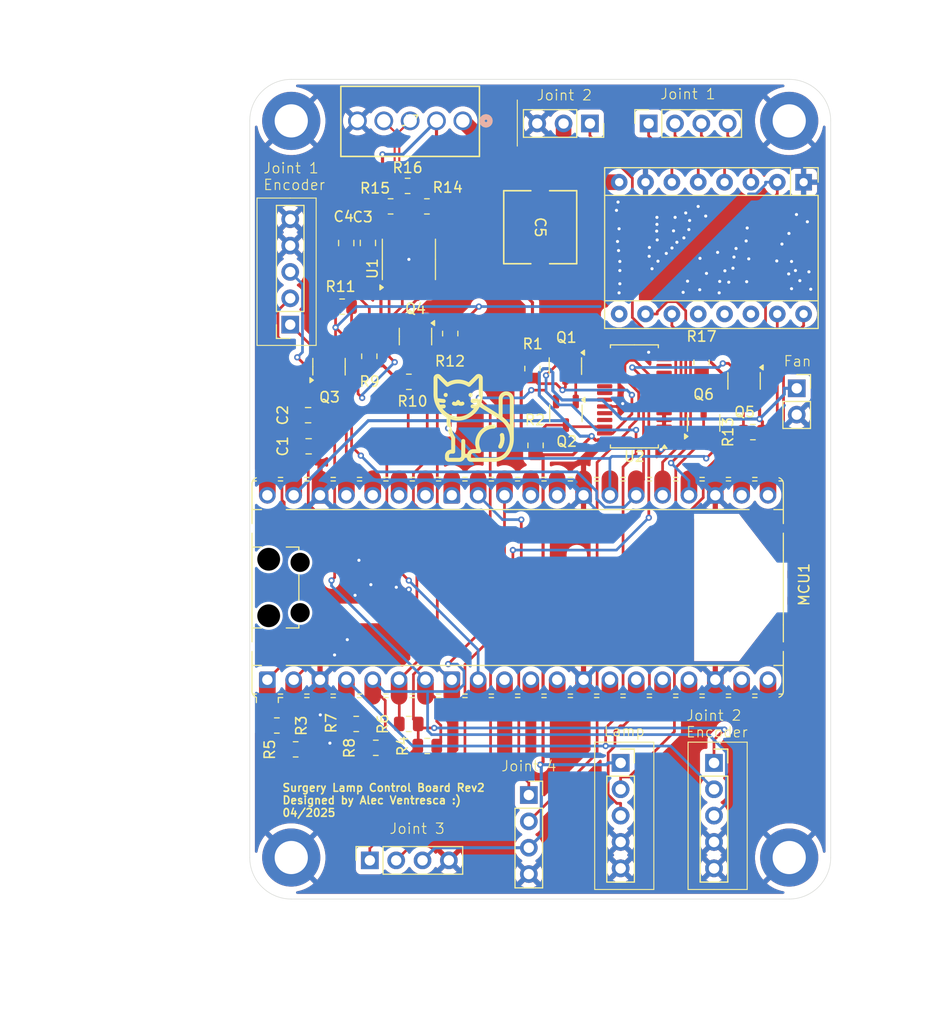
<source format=kicad_pcb>
(kicad_pcb (version 20241229) (generator "pcbnew") (generator_version "9.0")
  (layers (0 "F.Cu" signal) (2 "B.Cu" signal) (13 "F.Paste" user) (15 "B.Paste" user) (5 "F.SilkS" user "F.Silkscreen") (7 "B.SilkS" user "B.Silkscreen") (1 "F.Mask" user) (3 "B.Mask" user) (25 "Edge.Cuts" user))
  (net 0 "")
  (net 1 "DIR")
  (net 2 "STEP")
  (net 3 "24V")
  (net 4 "GND")
  (net 5 "3V3")
  (net 6 "5V")
  (net 7 "neopixel")
  (net 8 "laser_pointer")
  (net 9 "SCL0")
  (net 10 "SDA0")
  (net 11 "SCL1")
  (net 12 "joint3_Feedback")
  (net 13 "joint4_Feedback")
  (net 17 "RX")
  (net 18 "Net-(A1-2A)")
  (net 28 "Net-(A1-1B)")
  (net 29 "SDA1")
  (net 31 "Net-(A1-1A)")
  (net 38 "TX")
  (net 53 "Net-(A1-2B)")
  (net 54 "MS2")
  (net 57 "Net-(Q3-D)")
  (net 58 "Net-(Q4-D)")
  (net 59 "SDA1_5V")
  (net 60 "SCL1_5V")
  (net 61 "MS1")
  (net 77 "RS-")
  (net 78 "RS+")
  (net 79 "Net-(J1-Pin_1)")
  (net 80 "Net-(J2-Pin_2)")
  (net 81 "Net-(J3-Pin_2)")
  (net 82 "Net-(MCU1-GPIO21)")
  (net 83 "Net-(MCU1-GPIO20)")
  (net 84 "RS_Enable")
  (footprint "Package_TO_SOT_SMD:SOT-23-3" (layer "F.Cu") (at 170.9 93.3125 -90)
    (property "Reference" "Q5")
    (property "Value" "BSS138")
  )
  (footprint "Capacitor_SMD:C_0805_2012Metric" (layer "F.Cu") (at 132.55 80.025 -90)
    (property "Reference" "C4")
    (property "Value" "0.1uF" (hide yes))
  )
  (footprint "Connector_PinSocket_2.54mm:PinSocket_1x04_P2.54mm_Vertical" (layer "F.Cu") (at 150.15 133.225)
    (property "Reference" "J3" (hide yes))
    (property "Value" "joint4")
  )
  (footprint "Resistor_SMD:R_0805_2012Metric" (layer "F.Cu") (at 136.8275 76.4925 180)
    (property "Reference" "R15")
    (property "Value" "20k" (hide yes))
  )
  (footprint "Connector_PinSocket_2.54mm:PinSocket_1x03_P2.54mm_Vertical" (layer "F.Cu") (at 156.04 68.5 -90)
    (property "Reference" "J1" (hide yes))
    (property "Value" "joint2")
  )
  (footprint "Connector_PinSocket_2.54mm:PinSocket_1x05_P2.54mm_Vertical" (layer "F.Cu") (at 168 130.13)
    (property "Reference" "J6" (hide yes))
    (property "Value" "Joint 2 Encoder")
  )
  (footprint "Module:RaspberryPi_Pico_Common_Unspecified" (layer "F.Cu") (at 149.075 113.225 90)
    (property "Reference" "MCU1")
    (property "Value" "RaspberryPi_Pico")
  )
  (footprint "Resistor_SMD:R_0805_2012Metric" (layer "F.Cu") (at 127.675 128.825)
    (property "Reference" "R5")
    (property "Value" "10k")
  )
  (footprint "Resistor_SMD:R_0805_2012Metric" (layer "F.Cu") (at 140.3625 128.5)
    (property "Reference" "R4")
    (property "Value" "10k" (hide yes))
  )
  (footprint "Connector_PinSocket_2.54mm:PinSocket_1x02_P2.54mm_Vertical" (layer "F.Cu") (at 175.975 94.025)
    (property "Reference" "J9" (hide yes))
    (property "Value" "Fan")
  )
  (footprint "Package_TO_SOT_SMD:SOT-23-3" (layer "F.Cu") (at 130.89 91.9425 90)
    (property "Reference" "Q3")
    (property "Value" "BSS138")
  )
  (footprint "Connector_PinSocket_2.54mm:PinSocket_1x04_P2.54mm_Vertical" (layer "F.Cu") (at 161.7 68.5 90)
    (property "Reference" "J8" (hide yes))
    (property "Value" "Stepper")
  )
  (footprint "Resistor_SMD:R_0805_2012Metric" (layer "F.Cu") (at 138.575 126.375 180)
    (property "Reference" "R6")
    (property "Value" "10k")
  )
  (footprint "Resistor_SMD:R_0805_2012Metric" (layer "F.Cu") (at 132.1525 86.155)
    (property "Reference" "R11")
    (property "Value" "10k")
  )
  (footprint "Resistor_SMD:R_0805_2012Metric" (layer "F.Cu") (at 125.8625 126.525 180)
    (property "Reference" "R3")
    (property "Value" "10k" (hide yes))
  )
  (footprint "Resistor_SMD:R_0805_2012Metric" (layer "F.Cu") (at 134.775 90.9375 90)
    (property "Reference" "R9")
    (property "Value" "10k")
  )
  (footprint "Resistor_SMD:R_0805_2012Metric" (layer "F.Cu") (at 166.8 91.525 -90)
    (property "Reference" "R17")
    (property "Value" "10k")
  )
  (footprint "Resistor_SMD:R_0805_2012Metric" (layer "F.Cu") (at 171.75 98.25 180)
    (property "Reference" "R13")
    (property "Value" "10k")
  )
  (footprint "MountingHole:MountingHole_3.2mm_M3_DIN965_Pad_TopBottom" (layer "F.Cu") (at 175.25 139.25)
    (property "Reference" "H3" (hide yes))
    (property "Value" "MountingHole_Pad")
  )
  (footprint "MountingHole:MountingHole_3.2mm_M3_DIN965_Pad_TopBottom" (layer "F.Cu") (at 127.25 139.25)
    (property "Reference" "H4" (hide yes))
    (property "Value" "MountingHole_Pad")
  )
  (footprint "Package_TO_SOT_SMD:SOT-23-3" (layer "F.Cu") (at 139.225 89.0375 -90)
    (property "Reference" "Q4")
    (property "Value" "BSS138")
  )
  (footprint "Resistor_SMD:R_0805_2012Metric" (layer "F.Cu") (at 150.8 99.525 90)
    (property "Reference" "R2")
    (property "Value" "10k")
  )
  (footprint "Module:Pololu_Breakout-16_15.2x20.3mm" (layer "F.Cu") (at 176.64 74.16 -90)
    (property "Reference" "A1" (hide yes))
    (property "Value" "TMC2209 Stepper Driver")
  )
  (footprint "Alec_lib:CONN5_516x256_OST" (layer "F.Cu") (at 143.79 68.25)
    (property "Reference" "J7")
    (property "Value" "OSTVN05A150")
  )
  (footprint "Package_SO:TSSOP-28_4.4x9.7mm_P0.65mm" (layer "F.Cu") (at 160.325 94.8 180)
    (property "Reference" "U2")
    (property "Value" "PCA9685PW")
  )
  (footprint "MountingHole:MountingHole_3.2mm_M3_DIN965_Pad_TopBottom" (layer "F.Cu") (at 175.25 68.25)
    (property "Reference" "H1" (hide yes))
    (property "Value" "MountingHole_Pad")
  )
  (footprint "Connector_PinSocket_2.54mm:PinSocket_1x05_P2.54mm_Vertical" (layer "F.Cu") (at 159 130.13)
    (property "Reference" "J4" (hide yes))
    (property "Value" "Headlamp" (hide yes))
  )
  (footprint "Package_TO_SOT_SMD:SOT-23-3" (layer "F.Cu") (at 153.675 91.8875 -90)
    (property "Reference" "Q1")
    (property "Value" "BSS138")
  )
  (footprint "Package_SO:SOIC-8-1EP_3.9x4.9mm_P1.27mm_EP2.29x3mm" (layer "F.Cu") (at 138.59 81.6 90)
    (property "Reference" "U1")
    (property "Value" "MAX485E" (hide yes))
  )
  (footprint "MountingHole:MountingHole_3.2mm_M3_DIN965_Pad_TopBottom" (layer "F.Cu") (at 127.25 68.25)
    (property "Reference" "H2" (hide yes))
    (property "Value" "MountingHole_Pad" (hide yes))
  )
  (footprint "Package_TO_SOT_SMD:SOT-23-3" (layer "F.Cu") (at 167 97.3625 90)
    (property "Reference" "Q6")
    (property "Value" "BSS138")
  )
  (footprint "Capacitor_SMD:C_0805_2012Metric" (layer "F.Cu") (at 128.925 99.615)
    (property "Reference" "C1")
    (property "Value" "10uF")
  )
  (footprint "Resistor_SMD:R_0805_2012Metric" (layer "F.Cu") (at 150.5 92.125 -90)
    (property "Reference" "R1")
    (property "Value" "10k")
  )
  (footprint "Connector_PinSocket_2.54mm:PinSocket_1x05_P2.54mm_Vertical" (layer "F.Cu") (at 127.15 87.89 180)
    (property "Reference" "J5" (hide yes))
    (property "Value" "Joint 1 Encoder" (hide yes))
  )
  (footprint "Resistor_SMD:R_0805_2012Metric" (layer "F.Cu") (at 140.3275 76.4925 180)
    (property "Reference" "R14")
    (property "Value" "20k" (hide yes))
  )
  (footprint "Alec_lib:CAP_6.3 X 5.8_PAN" (layer "F.Cu") (at 151.25 78.5 -90)
    (property "Reference" "C5")
    (property "Value" "47uF")
  )
  (footprint "Resistor_SMD:R_0805_2012Metric" (layer "F.Cu") (at 138.465 74.5175 180)
    (property "Reference" "R16")
    (property "Value" "120")
  )
  (footprint "Resistor_SMD:R_0805_2012Metric" (layer "F.Cu") (at 142.575 88.75 -90)
    (property "Reference" "R12")
    (property "Value" "10k")
  )
  (footprint "Resistor_SMD:R_0805_2012Metric" (layer "F.Cu") (at 138.5875 93.4)
    (property "Reference" "R10")
    (property "Value" "10k")
  )
  (footprint "Resistor_SMD:R_0805_2012Metric" (layer "F.Cu") (at 135.4 128.675)
    (property "Reference" "R8")
    (property "Value" "10k")
  )
  (footprint "Resistor_SMD:R_0805_2012Metric" (layer "F.Cu") (at 133.5125 126.375 180)
    (property "Reference" "R7")
    (property "Value" "10k")
  )
  (footprint "Capacitor_SMD:C_0805_2012Metric" (layer "F.Cu") (at 128.875 96.615)
    (property "Reference" "C2")
    (property "Value" "0.1uF")
  )
  (footprint "Package_TO_SOT_SMD:SOT-23-3" (layer "F.Cu") (at 153.725 96.4375 -90)
    (property "Reference" "Q2")
    (property "Value" "BSS138")
  )
  (footprint "Capacitor_SMD:C_0805_2012Metric" (layer "F.Cu") (at 134.64 80.0175 -90)
    (property "Reference" "C3")
    (property "Value" "10uF")
  )
  (footprint "Connector_PinSocket_2.54mm:PinSocket_1x04_P2.54mm_Vertical" (layer "F.Cu") (at 134.825 139.525 90)
    (property "Reference" "J2" (hide yes))
    (property "Value" "joint3")
  )
  (gr_poly (pts (xy 142.15 94.475) (xy 142.159598 94.47573) (xy 142.169056 94.476932) (xy 142.178363 94.478594) (xy 142.187507 94.480704) (xy 142.196475 94.483251) (xy 142.205257 94.486222) (xy 142.21384 94.489606) (xy 142.222211 94.493391) (xy 142.23036 94.497565) (xy 142.238275 94.502116) (xy 142.245943 94.507031) (xy 142.253353 94.512301) (xy 142.260493 94.517911) (xy 142.26735 94.523852) (xy 142.273914 94.530109) (xy 142.280172 94.536673) (xy 142.286112 94.543531) (xy 142.291723 94.55067) (xy 142.296992 94.55808) (xy 142.301908 94.565748) (xy 142.306459 94.573663) (xy 142.310632 94.581812) (xy 142.314417 94.590184) (xy 142.317801 94.598766) (xy 142.320772 94.607548) (xy 142.323319 94.616516) (xy 142.32543 94.62566) (xy 142.327092 94.634967) (xy 142.328294 94.644426) (xy 142.329023 94.654024) (xy 142.329269 94.663749) (xy 142.329023 94.673475) (xy 142.328294 94.683073) (xy 142.327092 94.692531) (xy 142.32543 94.701838) (xy 142.323319 94.710982) (xy 142.320772 94.719951) (xy 142.317801 94.728732) (xy 142.314417 94.737315) (xy 142.310632 94.745686) (xy 142.306459 94.753836) (xy 142.301908 94.76175) (xy 142.296992 94.769418) (xy 142.291723 94.776828) (xy 142.286112 94.783968) (xy 142.280172 94.790825) (xy 142.273914 94.797389) (xy 142.26735 94.803647) (xy 142.260493 94.809587) (xy 142.253353 94.815198) (xy 142.245943 94.820467) (xy 142.238275 94.825383) (xy 142.23036 94.829934) (xy 142.222211 94.834107) (xy 142.21384 94.837892) (xy 142.205257 94.841276) (xy 142.196475 94.844247) (xy 142.187507 94.846794) (xy 142.178363 94.848905) (xy 142.169056 94.850567) (xy 142.159598 94.851769) (xy 142.15 94.852498) (xy 142.140274 94.852744) (xy 142.130548 94.852498) (xy 142.12095 94.851769) (xy 142.111492 94.850567) (xy 142.102185 94.848905) (xy 142.093041 94.846794) (xy 142.084073 94.844247) (xy 142.075291 94.841276) (xy 142.066709 94.837892) (xy 142.058337 94.834107) (xy 142.050188 94.829934) (xy 142.042273 94.825383) (xy 142.034605 94.820467) (xy 142.027195 94.815198) (xy 142.020056 94.809587) (xy 142.013198 94.803647) (xy 142.006634 94.797389) (xy 142.000376 94.790825) (xy 141.994436 94.783968) (xy 141.988826 94.776828) (xy 141.983556 94.769418) (xy 141.97864 94.76175) (xy 141.97409 94.753836) (xy 141.969916 94.745686) (xy 141.966131 94.737315) (xy 141.962747 94.728732) (xy 141.959776 94.719951) (xy 141.957229 94.710982) (xy 141.955119 94.701838) (xy 141.953457 94.692531) (xy 141.952255 94.683073) (xy 141.951525 94.673475) (xy 141.951279 94.663749) (xy 141.951525 94.654024) (xy 141.952255 94.644426) (xy 141.953457 94.634967) (xy 141.955119 94.62566) (xy 141.957229 94.616516) (xy 141.959776 94.607548) (xy 141.962747 94.598766) (xy 141.966131 94.590184) (xy 141.969916 94.581812) (xy 141.97409 94.573663) (xy 141.97864 94.565748) (xy 141.983556 94.55808) (xy 141.988826 94.55067) (xy 141.994436 94.543531) (xy 142.000376 94.536673) (xy 142.006634 94.530109) (xy 142.013198 94.523852) (xy 142.020056 94.517911) (xy 142.027195 94.512301) (xy 142.034605 94.507031) (xy 142.042273 94.502116) (xy 142.050188 94.497565) (xy 142.058337 94.493391) (xy 142.066709 94.489606) (xy 142.075291 94.486222) (xy 142.084073 94.483251) (xy 142.093041 94.480704) (xy 142.102185 94.478594) (xy 142.111492 94.476932) (xy 142.12095 94.47573) (xy 142.130548 94.475) (xy 142.140274 94.474754)) (fill yes) (layer "F.SilkS"))
  (gr_poly (pts (xy 147.566093 98.342947) (xy 147.573228 98.343243) (xy 147.577961 98.343588) (xy 147.582673 98.344048) (xy 147.58736 98.344624) (xy 147.592022 98.345313) (xy 147.596655 98.346115) (xy 147.601259 98.347027) (xy 147.605831 98.34805) (xy 147.610369 98.34918) (xy 147.614199 98.350229) (xy 147.618001 98.351358) (xy 147.621774 98.352568) (xy 147.625515 98.353856) (xy 147.629226 98.355222) (xy 147.632904 98.356664) (xy 147.63655 98.358182) (xy 147.640161 98.359774) (xy 147.643738 98.361439) (xy 147.647279 98.363175) (xy 147.650784 98.364983) (xy 147.654252 98.36686) (xy 147.657682 98.368806) (xy 147.661072 98.370819) (xy 147.664423 98.372898) (xy 147.667733 98.375042) (xy 147.670813 98.377104) (xy 147.673862 98.379211) (xy 147.676875 98.381368) (xy 147.67985 98.383577) (xy 147.682784 98.385843) (xy 147.685672 98.388169) (xy 147.688511 98.390559) (xy 147.691298 98.393017) (xy 147.693013 98.39459) (xy 147.694711 98.396183) (xy 147.696391 98.397797) (xy 147.698053 98.399431) (xy 147.699696 98.401087) (xy 147.701321 98.402763) (xy 147.702925 98.404461) (xy 147.704511 98.40618) (xy 147.706995 98.408971) (xy 147.709414 98.411824) (xy 147.711772 98.414734) (xy 147.714073 98.417698) (xy 147.716319 98.420711) (xy 147.718514 98.42377) (xy 147.720663 98.426871) (xy 147.722767 98.430009) (xy 147.727074 98.436831) (xy 147.731121 98.443851) (xy 147.733042 98.447434) (xy 147.734894 98.451067) (xy 147.736673 98.454748) (xy 147.738379 98.458477) (xy 147.74001 98.462254) (xy 147.741565 98.466079) (xy 147.743041 98.469952) (xy 147.744437 98.473872) (xy 147.745752 98.477839) (xy 147.746984 98.481853) (xy 147.748131 98.485913) (xy 147.749192 98.49002) (xy 147.751607 98.499945) (xy 147.753963 98.509877) (xy 147.756257 98.519814) (xy 147.758486 98.529758) (xy 147.762765 98.54966) (xy 147.766795 98.569582) (xy 147.770578 98.589522) (xy 147.774113 98.60948) (xy 147.778959 98.639436) (xy 147.783253 98.669422) (xy 147.786996 98.69943) (xy 147.790186 98.729452) (xy 147.792012 98.749469) (xy 147.793594 98.769487) (xy 147.794932 98.789504) (xy 147.796023 98.809522) (xy 147.796875 98.829536) (xy 147.797484 98.849542) (xy 147.79785 98.869539) (xy 147.797975 98.889525) (xy 147.797857 98.909499) (xy 147.797498 98.929458) (xy 147.796897 98.949403) (xy 147.796057 98.96933) (xy 147.794971 98.989236) (xy 147.793649 99.009119) (xy 147.792087 99.02898) (xy 147.790285 99.048821) (xy 147.789299 99.058727) (xy 147.788251 99.068628) (xy 147.787141 99.078522) (xy 147.785969 99.088409) (xy 147.779964 99.132809) (xy 147.772752 99.177031) (xy 147.764336 99.221055) (xy 147.75472 99.26486) (xy 147.743905 99.308425) (xy 147.731894 99.35173) (xy 147.71869 99.394755) (xy 147.704296 99.437477) (xy 147.697519 99.456369) (xy 147.690507 99.475191) (xy 147.683263 99.493942) (xy 147.675787 99.51262) (xy 147.664129 99.540508) (xy 147.65195 99.568231) (xy 147.63925 99.595782) (xy 147.626029 99.623149) (xy 147.612285 99.65033) (xy 147.598018 99.677323) (xy 147.583234 99.704116) (xy 147.567936 99.730702) (xy 147.560867 99.741866) (xy 147.553167 99.752381) (xy 147.544874 99.762238) (xy 147.53603 99.771427) (xy 147.526672 99.779938) (xy 147.516841 99.787762) (xy 147.506576 99.794887) (xy 147.495916 99.801304) (xy 147.484901 99.807004) (xy 147.473569 99.811975) (xy 147.461961 99.816209) (xy 147.450116 99.819696) (xy 147.438073 99.822425) (xy 147.425871 99.824387) (xy 147.41355 99.825571) (xy 147.40115 99.825968) (xy 147.394914 99.825868) (xy 147.388673 99.825567) (xy 147.382433 99.825064) (xy 147.376198 99.824356) (xy 147.369974 99.823442) (xy 147.363764 99.82232) (xy 147.357574 99.820989) (xy 147.351408 99.819447) (xy 147.345272 99.817691) (xy 147.33917 99.815721) (xy 147.333108 99.813534) (xy 147.327089 99.81113) (xy 147.321119 99.808505) (xy 147.315203 99.805659) (xy 147.309346 99.802589) (xy 147.303552 99.799295) (xy 147.295091 99.794055) (xy 147.286995 99.788453) (xy 147.279267 99.782506) (xy 147.271912 99.776231) (xy 147.264935 99.769644) (xy 147.258339 99.762762) (xy 147.252128 99.755602) (xy 147.246308 99.748181) (xy 147.240882 99.740515) (xy 147.235854 99.73262) (xy 147.23123 99.724514) (xy 147.227012 99.716212) (xy 147.223206 99.707733) (xy 147.219816 99.699092) (xy 147.216846 99.690306) (xy 147.2143 99.681392) (xy 147.212183 99.672366) (xy 147.210498 99.663246) (xy 147.209251 99.654047) (xy 147.208444 99.644786) (xy 147.208084 99.635481) (xy 147.208174 99.626148) (xy 147.208718 99.616803) (xy 147.20972 99.607463) (xy 147.211185 99.598144) (xy 147.213117 99.588865) (xy 147.215521 99.57964) (xy 147.2184 99.570487) (xy 147.221759 99.561423) (xy 147.225603 99.552463) (xy 147.229935 99.543626) (xy 147.23476 99.534927) (xy 147.265196 99.480157) (xy 147.292797 99.424324) (xy 147.317549 99.367519) (xy 147.339439 99.309835) (xy 147.358453 99.251363) (xy 147.374577 99.192194) (xy 147.387798 99.13242) (xy 147.398103 99.072133) (xy 147.405477 99.011426) (xy 147.409906 98.950388) (xy 147.411378 98.889113) (xy 147.409879 98.827691) (xy 147.405395 98.766215) (xy 147.397913 98.704776) (xy 147.387418 98.643467) (xy 147.373898 98.582377) (xy 147.371766 98.572665) (xy 147.370146 98.562961) (xy 147.369029 98.55328) (xy 147.368407 98.543636) (xy 147.368269 98.534044) (xy 147.368608 98.524519) (xy 147.369414 98.515076) (xy 147.370678 98.505728) (xy 147.372392 98.496492) (xy 147.374546 98.487381) (xy 147.377132 98.478411) (xy 147.380141 98.469596) (xy 147.383564 98.46095) (xy 147.387391 98.45249) (xy 147.391615 98.444228) (xy 147.396226 98.436181) (xy 147.401215 98.428362) (xy 147.406573 98.420787) (xy 147.412291 98.413469) (xy 147.418361 98.406425) (xy 147.424773 98.399668) (xy 147.431519 98.393214) (xy 147.43859 98.387077) (xy 147.445977 98.381271) (xy 147.45367 98.375812) (xy 147.461661 98.370714) (xy 147.469942 98.365992) (xy 147.478502 98.36166) (xy 147.487334 98.357734) (xy 147.496428 98.354228) (xy 147.505775 98.351157) (xy 147.515367 98.348535) (xy 147.522654 98.346889) (xy 147.529937 98.345532) (xy 147.537212 98.34446) (xy 147.544471 98.343669) (xy 147.551708 98.343156) (xy 147.558917 98.342917)) (fill yes) (layer "F.SilkS"))
  (gr_poly (pts (xy 144.547521 94.475) (xy 144.557119 94.47573) (xy 144.566578 94.476932) (xy 144.575885 94.478594) (xy 144.585029 94.480704) (xy 144.593997 94.483251) (xy 144.602779 94.486222) (xy 144.611361 94.489606) (xy 144.619733 94.493391) (xy 144.627882 94.497565) (xy 144.635797 94.502116) (xy 144.643465 94.507031) (xy 144.650875 94.512301) (xy 144.658014 94.517911) (xy 144.664872 94.523852) (xy 144.671436 94.530109) (xy 144.677694 94.536673) (xy 144.683634 94.543531) (xy 144.689244 94.55067) (xy 144.694514 94.55808) (xy 144.69943 94.565748) (xy 144.70398 94.573663) (xy 144.708154 94.581812) (xy 144.711939 94.590184) (xy 144.715323 94.598766) (xy 144.718294 94.607548) (xy 144.720841 94.616516) (xy 144.722951 94.62566) (xy 144.724613 94.634967) (xy 144.725815 94.644426) (xy 144.726545 94.654024) (xy 144.726791 94.663749) (xy 144.726545 94.673475) (xy 144.725815 94.683073) (xy 144.724613 94.692531) (xy 144.722951 94.701838) (xy 144.720841 94.710982) (xy 144.718294 94.719951) (xy 144.715323 94.728732) (xy 144.711939 94.737315) (xy 144.708154 94.745686) (xy 144.70398 94.753836) (xy 144.69943 94.76175) (xy 144.694514 94.769418) (xy 144.689244 94.776828) (xy 144.683634 94.783968) (xy 144.677694 94.790825) (xy 144.671436 94.797389) (xy 144.664872 94.803647) (xy 144.658014 94.809587) (xy 144.650875 94.815198) (xy 144.643465 94.820467) (xy 144.635797 94.825383) (xy 144.627882 94.829934) (xy 144.619733 94.834107) (xy 144.611361 94.837892) (xy 144.602779 94.841276) (xy 144.593997 94.844247) (xy 144.585029 94.846794) (xy 144.575885 94.848905) (xy 144.566578 94.850567) (xy 144.557119 94.851769) (xy 144.547521 94.852498) (xy 144.537796 94.852744) (xy 144.52807 94.852498) (xy 144.518472 94.851769) (xy 144.509014 94.850567) (xy 144.499707 94.848905) (xy 144.490563 94.846794) (xy 144.481594 94.844247) (xy 144.472813 94.841276) (xy 144.46423 94.837892) (xy 144.455859 94.834107) (xy 144.44771 94.829934) (xy 144.439795 94.825383) (xy 144.432127 94.820467) (xy 144.424717 94.815198) (xy 144.417577 94.809587) (xy 144.41072 94.803647) (xy 144.404156 94.797389) (xy 144.397898 94.790825) (xy 144.391958 94.783968) (xy 144.386347 94.776828) (xy 144.381078 94.769418) (xy 144.376162 94.76175) (xy 144.371611 94.753836) (xy 144.367438 94.745686) (xy 144.363653 94.737315) (xy 144.360269 94.728732) (xy 144.357298 94.719951) (xy 144.354751 94.710982) (xy 144.35264 94.701838) (xy 144.350978 94.692531) (xy 144.349776 94.683073) (xy 144.349047 94.673475) (xy 144.348801 94.663749) (xy 144.349047 94.654024) (xy 144.349776 94.644426) (xy 144.350978 94.634967) (xy 144.35264 94.62566) (xy 144.354751 94.616516) (xy 144.357298 94.607548) (xy 144.360269 94.598766) (xy 144.363653 94.590184) (xy 144.367438 94.581812) (xy 144.371611 94.573663) (xy 144.376162 94.565748) (xy 144.381078 94.55808) (xy 144.386347 94.55067) (xy 144.391958 94.543531) (xy 144.397898 94.536673) (xy 144.404156 94.530109) (xy 144.41072 94.523852) (xy 144.417577 94.517911) (xy 144.424717 94.512301) (xy 144.432127 94.507031) (xy 144.439795 94.502116) (xy 144.44771 94.497565) (xy 144.455859 94.493391) (xy 144.46423 94.489606) (xy 144.472813 94.486222) (xy 144.481594 94.483251) (xy 144.490563 94.480704) (xy 144.499707 94.478594) (xy 144.509014 94.476932) (xy 144.518472 94.47573) (xy 144.52807 94.475) (xy 144.537796 94.474754)) (fill yes) (layer "F.SilkS"))
  (gr_poly (pts (xy 145.332322 92.645733) (xy 145.352675 92.647287) (xy 145.372736 92.649845) (xy 145.392479 92.653381) (xy 145.41188 92.657872) (xy 145.430912 92.663291) (xy 145.44955 92.669612) (xy 145.467769 92.67681) (xy 145.485544 92.684861) (xy 145.502848 92.693738) (xy 145.519656 92.703415) (xy 145.535944 92.713868) (xy 145.551685 92.725071) (xy 145.566854 92.736999) (xy 145.581426 92.749626) (xy 145.595375 92.762927) (xy 145.608675 92.776876) (xy 145.621302 92.791447) (xy 145.63323 92.806617) (xy 145.644433 92.822358) (xy 145.654886 92.838645) (xy 145.664564 92.855454) (xy 145.673441 92.872758) (xy 145.681491 92.890532) (xy 145.68869 92.908751) (xy 145.695011 92.92739) (xy 145.700429 92.946422) (xy 145.70492 92.965822) (xy 145.708457 92.985566) (xy 145.711014 93.005627) (xy 145.712568 93.02598) (xy 145.713091 93.046599) (xy 145.713091 94.618919) (xy 145.71249 94.672337) (xy 145.710693 94.725757) (xy 145.70771 94.779156) (xy 145.703548 94.832512) (xy 145.698218 94.885806) (xy 145.691729 94.939014) (xy 145.684089 94.992116) (xy 145.675307 95.04509) (xy 145.665394 95.097915) (xy 145.654357 95.150569) (xy 145.642206 95.20303) (xy 145.62895 95.255278) (xy 145.599159 95.359045) (xy 145.565057 95.4617) (xy 147.239605 96.519371) (xy 147.239605 95.057019) (xy 147.626112 95.057019) (xy 147.626112 96.773503) (xy 147.679081 96.813927) (xy 147.730798 96.855388) (xy 147.781257 96.897863) (xy 147.830452 96.941323) (xy 147.878375 96.985744) (xy 147.925022 97.0311) (xy 147.970385 97.077363) (xy 148.01446 97.124508) (xy 148.057239 97.17251) (xy 148.098716 97.221341) (xy 148.138885 97.270976) (xy 148.177741 97.321389) (xy 148.215276 97.372553) (xy 148.251485 97.424443) (xy 148.286361 97.477032) (xy 148.319882 97.530268) (xy 148.319882 95.057019) (xy 148.319461 95.039697) (xy 148.318202 95.02253) (xy 148.316117 95.005542) (xy 148.313216 94.988756) (xy 148.309509 94.972197) (xy 148.305005 94.955887) (xy 148.299716 94.939851) (xy 148.293651 94.924113) (xy 148.286821 94.908697) (xy 148.279235 94.893626) (xy 148.270905 94.878924) (xy 148.261839 94.864615) (xy 148.252049 94.850722) (xy 148.241544 94.83727) (xy 148.230334 94.824283) (xy 148.218431 94.811783) (xy 148.205862 94.799845) (xy 148.192814 94.788605) (xy 148.179311 94.778074) (xy 148.165376 94.768261) (xy 148.151032 94.759176) (xy 148.136303 94.750829) (xy 148.121213 94.74323) (xy 148.105784 94.73639) (xy 148.090041 94.730317) (xy 148.074006 94.725021) (xy 148.057704 94.720514) (xy 148.041157 94.716803) (xy 148.02439 94.7139) (xy 148.007425 94.711814) (xy 147.990286 94.710556) (xy 147.972996 94.710134) (xy 147.955169 94.710586) (xy 147.937574 94.711928) (xy 147.920231 94.714137) (xy 147.903164 94.717192) (xy 147.886394 94.72107) (xy 147.869943 94.725751) (xy 147.853833 94.731211) (xy 147.838086 94.737429) (xy 147.822725 94.744384) (xy 147.807769 94.752052) (xy 147.793243 94.760412) (xy 147.779168 94.769443) (xy 147.765565 94.779122) (xy 147.752457 94.789427) (xy 147.739865 94.800337) (xy 147.727812 94.811829) (xy 147.71632 94.823882) (xy 147.70541 94.836473) (xy 147.695104 94.849581) (xy 147.685425 94.863183) (xy 147.676394 94.877259) (xy 147.668033 94.891785) (xy 147.660364 94.90674) (xy 147.653409 94.922102) (xy 147.647191 94.937849) (xy 147.64173 94.95396) (xy 147.637049 94.970411) (xy 147.63317 94.987182) (xy 147.630115 95.00425) (xy 147.627905 95.021594) (xy 147.626564 95.039191) (xy 147.626112 95.057019) (xy 147.239605 95.057019) (xy 147.240561 95.019328) (xy 147.243398 94.982126) (xy 147.248069 94.94546) (xy 147.254529 94.909375) (xy 147.26273 94.873919) (xy 147.272627 94.839137) (xy 147.284172 94.805077) (xy 147.29732 94.771784) (xy 147.312024 94.739304) (xy 147.328238 94.707685) (xy 147.345915 94.676973) (xy 147.36501 94.647214) (xy 147.385475 94.618454) (xy 147.407264 94.59074) (xy 147.430331 94.564118) (xy 147.454629 94.538634) (xy 147.480112 94.514336) (xy 147.506734 94.491269) (xy 147.534448 94.46948) (xy 147.563208 94.449015) (xy 147.592967 94.429921) (xy 147.62368 94.412244) (xy 147.655299 94.39603) (xy 147.687778 94.381326) (xy 147.721071 94.368178) (xy 147.755131 94.356632) (xy 147.789913 94.346736) (xy 147.825369 94.338534) (xy 147.861454 94.332075) (xy 147.89812 94.327404) (xy 147.935322 94.324567) (xy 147.973013 94.323611) (xy 148.009572 94.324502) (xy 148.045806 94.327161) (xy 148.081665 94.331567) (xy 148.117102 94.3377) (xy 148.152067 94.345538) (xy 148.186511 94.35506) (xy 148.220384 94.366246) (xy 148.253639 94.379074) (xy 148.286226 94.393524) (xy 148.318096 94.409575) (xy 148.3492 94.427205) (xy 148.379489 94.446394) (xy 148.408914 94.467121) (xy 148.437426 94.489365) (xy 148.464975 94.513105) (xy 148.491514 94.53832) (xy 148.516761 94.564762) (xy 148.54053 94.592235) (xy 148.562798 94.62069) (xy 148.583546 94.650077) (xy 148.602752 94.680344) (xy 148.620397 94.711442) (xy 148.63646 94.74332) (xy 148.65092 94.775929) (xy 148.663755 94.809216) (xy 148.674947 94.843132) (xy 148.684473 94.877628) (xy 148.692314 94.912651) (xy 148.698448 94.948152) (xy 148.702855 94.984081) (xy 148.705515 95.020387) (xy 148.706406 95.057019) (xy 148.706406 98.817939) (xy 148.706389 98.81939) (xy 148.706343 98.820838) (xy 148.706275 98.822282) (xy 148.70619 98.823718) (xy 148.705826 98.829349) (xy 148.706445 98.917616) (xy 148.704014 99.005977) (xy 148.698514 99.094357) (xy 148.689927 99.182681) (xy 148.678233 99.270875) (xy 148.663414 99.358864) (xy 148.645449 99.446574) (xy 148.624321 99.53393) (xy 148.600008 99.620858) (xy 148.572494 99.707283) (xy 148.541758 99.793131) (xy 148.50778 99.878327) (xy 148.470543 99.962796) (xy 148.430027 100.046465) (xy 148.386213 100.129259) (xy 148.339081 100.211102) (xy 148.338067 100.212807) (xy 148.337072 100.214459) (xy 148.336114 100.216074) (xy 148.335654 100.216872) (xy 148.335211 100.217667) (xy 148.335102 100.217813) (xy 148.334997 100.217958) (xy 148.334799 100.218248) (xy 148.334611 100.218537) (xy 148.334428 100.218825) (xy 148.334246 100.219113) (xy 148.33406 100.219402) (xy 148.333865 100.219692) (xy 148.333763 100.219837) (xy 148.333657 100.219982) (xy 148.321718 100.24018) (xy 148.309534 100.260185) (xy 148.297115 100.279981) (xy 148.284469 100.299556) (xy 148.271607 100.318895) (xy 148.258536 100.337985) (xy 148.245267 100.35681) (xy 148.231809 100.375359) (xy 148.231809 100.375367) (xy 148.231808 100.375377) (xy 148.231806 100.37539) (xy 148.231803 100.375405) (xy 148.231799 100.375422) (xy 148.231793 100.37544) (xy 148.231789 100.375449) (xy 148.231784 100.375458) (xy 148.231779 100.375467) (xy 148.231774 100.375477) (xy 148.231768 100.375486) (xy 148.231761 100.375495) (xy 148.231753 100.375503) (xy 148.231745 100.375511) (xy 148.231735 100.375519) (xy 148.231725 100.375526) (xy 148.231715 100.375533) (xy 148.231703 100.375539) (xy 148.23169 100.375544) (xy 148.231676 100.375549) (xy 148.231661 100.375552) (xy 148.231646 100.375555) (xy 148.231629 100.375557) (xy 148.231611 100.375557) (xy 148.166056 100.459784) (xy 148.095949 100.53953) (xy 148.021549 100.614665) (xy 147.943114 100.685056) (xy 147.860905 100.750572) (xy 147.775179 100.811081) (xy 147.686194 100.866452) (xy 147.594211 100.916554) (xy 147.499487 100.961254) (xy 147.402282 101.000421) (xy 147.302854 101.033923) (xy 147.201462 101.06163) (xy 147.098365 101.083408) (xy 146.993821 101.099127) (xy 146.88809 101.108655) (xy 146.781429 101.11186) (xy 144.571365 101.11186) (xy 144.551736 101.111361) (xy 144.532362 101.109881) (xy 144.513265 101.107444) (xy 144.494471 101.104074) (xy 144.476004 101.099796) (xy 144.457888 101.094634) (xy 144.440146 101.088611) (xy 144.422804 101.081754) (xy 144.405885 101.074084) (xy 144.389414 101.065628) (xy 144.373415 101.056409) (xy 144.357912 101.046451) (xy 144.34293 101.03578) (xy 144.328491 101.024418) (xy 144.314622 101.012391) (xy 144.301345 100.999722) (xy 144.288686 100.986436) (xy 144.276668 100.972557) (xy 144.265315 100.95811) (xy 144.254652 100.943118) (xy 144.244703 100.927607) (xy 144.235492 100.911599) (xy 144.227044 100.895121) (xy 144.219382 100.878195) (xy 144.212531 100.860846) (xy 144.206514 100.843099) (xy 144.201357 100.824977) (xy 144.197084 100.806505) (xy 144.193718 100.787707) (xy 144.191283 100.768608) (xy 144.189805 100.749232) (xy 144.189307 100.729603) (xy 144.189307 100.725353) (xy 143.987165 100.725353) (xy 143.97064 100.766764) (xy 143.951092 100.806545) (xy 143.928667 100.844553) (xy 143.903507 100.880644) (xy 143.875756 100.914674) (xy 143.845559 100.946499) (xy 143.813058 100.975976) (xy 143.778398 101.002961) (xy 143.741723 101.02731) (xy 143.703176 101.048878) (xy 143.6629 101.067524) (xy 143.621041 101.083101) (xy 143.577741 101.095467) (xy 143.533144 101.104478) (xy 143.487394 101.10999) (xy 143.464132 101.111389) (xy 143.440635 101.11186) (xy 142.440345 101.11186) (xy 142.421292 101.111376) (xy 142.402484 101.109939) (xy 142.383946 101.107573) (xy 142.3657 101.104302) (xy 142.34777 101.100149) (xy 142.33018 101.095137) (xy 142.312954 101.08929) (xy 142.296114 101.082633) (xy 142.279684 101.075187) (xy 142.263689 101.066977) (xy 142.248151 101.058026) (xy 142.233095 101.048358) (xy 142.218543 101.037996) (xy 142.204519 101.026964) (xy 142.191047 101.015285) (xy 142.178151 101.002984) (xy 142.165854 100.990082) (xy 142.154179 100.976605) (xy 142.14315 100.962575) (xy 142.132791 100.948016) (xy 142.123125 100.932952) (xy 142.114177 100.917406) (xy 142.105968 100.901401) (xy 142.098524 100.884962) (xy 142.091867 100.868111) (xy 142.086021 100.850872) (xy 142.08101 100.83327) (xy 142.076857 100.815326) (xy 142.073586 100.797066) (xy 142.07122 100.778511) (xy 142.069784 100.759687) (xy 142.0693 100.740616) (xy 142.0693 100.524385) (xy 142.45574 100.524385) (xy 142.45574 100.725369) (xy 143.440569 100.725369) (xy 143.450493 100.725116) (xy 143.460289 100.724368) (xy 143.469945 100.723136) (xy 143.479449 100.721432) (xy 143.488787 100.719268) (xy 143.497949 100.716658) (xy 143.506922 100.713613) (xy 143.515693 100.710145) (xy 143.524251 100.706267) (xy 143.532582 100.701991) (xy 143.540675 100.69733) (xy 143.548517 100.692295) (xy 143.556097 100.686899) (xy 143.563401 100.681154) (xy 143.570418 100.675073) (xy 143.577135 100.668667) (xy 143.58354 100.66195) (xy 143.589621 100.654933) (xy 143.595365 100.647628) (xy 143.600761 100.640048) (xy 143.605795 100.632206) (xy 143.610456 100.624113) (xy 143.614732 100.615782) (xy 143.618609 100.607225) (xy 143.622076 100.598454) (xy 143.625121 100.589482) (xy 143.627731 100.58032) (xy 143.629894 100.570982) (xy 143.631598 100.561479) (xy 143.63283 100.551824) (xy 143.633578 100.54203) (xy 143.63383 100.532107) (xy 143.63383 99.103373) (xy 143.634081 99.093416) (xy 143.634827 99.08359) (xy 143.636054 99.073909) (xy 143.637751 99.064384) (xy 143.639906 99.055028) (xy 143.642507 99.045851) (xy 143.645542 99.036867) (xy 143.648998 99.028088) (xy 143.652864 99.019525) (xy 143.657128 99.011191) (xy 143.661777 99.003098) (xy 143.6668 98.995257) (xy 143.672183 98.987682) (xy 143.677917 98.980383) (xy 143.683987 98.973373) (xy 143.690383 98.966664) (xy 143.697092 98.960269) (xy 143.704102 98.954198) (xy 143.7114 98.948465) (xy 143.718976 98.943081) (xy 143.726817 98.938058) (xy 143.73491 98.933409) (xy 143.743244 98.929146) (xy 143.751807 98.925279) (xy 143.760586 98.921823) (xy 143.76957 98.918788) (xy 143.778746 98.916187) (xy 143.788103 98.914032) (xy 143.797628 98.912335) (xy 143.807309 98.911108) (xy 143.817134 98.910363) (xy 143.827092 98.910112) (xy 143.837032 98.910363) (xy 143.846842 98.911108) (xy 143.85651 98.912335) (xy 143.866024 98.914032) (xy 143.875371 98.916187) (xy 143.88454 98.918788) (xy 143.893518 98.921823) (xy 143.902293 98.925279) (xy 143.910853 98.929146) (xy 143.919186 98.933409) (xy 143.927279 98.938058) (xy 143.93512 98.943081) (xy 143.942698 98.948465) (xy 143.95 98.954198) (xy 143.957013 98.960269) (xy 143.963726 98.966664) (xy 143.970127 98.973373) (xy 143.976203 98.980383) (xy 143.981942 98.987682) (xy 143.987332 98.995257) (xy 143.992361 99.003098) (xy 143.997016 99.011191) (xy 144.001286 99.019525) (xy 144.005158 99.028088) (xy 144.00862 99.036867) (xy 144.01166 99.045851) (xy 144.014265 99.055028) (xy 144.016425 99.064384) (xy 144.018125 99.073909) (xy 144.019355 99.08359) (xy 144.020102 99.093416) (xy 144.020353 99.103373) (xy 144.020353 100.338845) (xy 144.210903 100.338845) (xy 144.226123 100.291046) (xy 144.245069 100.245021) (xy 144.26756 100.200952) (xy 144.293417 100.159019) (xy 144.322461 100.119402) (xy 144.354511 100.082283) (xy 144.389389 100.047842) (xy 144.426914 100.016259) (xy 144.466909 99.987715) (xy 144.509192 99.962391) (xy 144.553584 99.940467) (xy 144.599907 99.922125) (xy 144.623736 99.914353) (xy 144.64798 99.907544) (xy 144.672617 99.90172) (xy 144.697624 99.896905) (xy 144.722979 99.893121) (xy 144.74866 99.89039) (xy 144.774643 99.888734) (xy 144.800907 99.888178) (xy 145.078422 99.888178) (xy 145.056703 99.818738) (xy 145.0378 99.748474) (xy 145.021737 99.677486) (xy 145.008539 99.605873) (xy 144.99823 99.533736) (xy 144.990837 99.461173) (xy 144.986382 99.388286) (xy 144.984892 99.315173) (xy 144.987234 99.222845) (xy 144.994184 99.131714) (xy 145.005628 99.041894) (xy 145.021454 98.953499) (xy 145.041546 98.866643) (xy 145.065792 98.781438) (xy 145.094077 98.698) (xy 145.126287 98.616441) (xy 145.16231 98.536875) (xy 145.202032 98.459416) (xy 145.245337 98.384177) (xy 145.292114 98.311273) (xy 145.342248 98.240817) (xy 145.395625 98.172923) (xy 145.452132 98.107704) (xy 145.511654 98.045274) (xy 145.574079 97.985747) (xy 145.639293 97.929236) (xy 145.707181 97.875856) (xy 145.77763 97.825719) (xy 145.850526 97.77894) (xy 145.925756 97.735633) (xy 146.003206 97.69591) (xy 146.082762 97.659886) (xy 146.16431 97.627674) (xy 146.247737 97.599388) (xy 146.332929 97.575142) (xy 146.419771 97.555049) (xy 146.508152 97.539224) (xy 146.597955 97.527779) (xy 146.689069 97.520829) (xy 146.781379 97.518487) (xy 146.791319 97.518738) (xy 146.80113 97.519483) (xy 146.810798 97.52071) (xy 146.820312 97.522407) (xy 146.829659 97.524562) (xy 146.838828 97.527163) (xy 146.847806 97.530198) (xy 146.856581 97.533654) (xy 146.865141 97.537521) (xy 146.873473 97.541784) (xy 146.881567 97.546433) (xy 146.889408 97.551456) (xy 146.896986 97.55684) (xy 146.904287 97.562573) (xy 146.911301 97.568644) (xy 146.918014 97.575039) (xy 146.924415 97.581748) (xy 146.930491 97.588758) (xy 146.93623 97.596057) (xy 146.94162 97.603632) (xy 146.946648 97.611473) (xy 146.951304 97.619566) (xy 146.955573 97.627901) (xy 146.959445 97.636463) (xy 146.962908 97.645243) (xy 146.965947 97.654226) (xy 146.968553 97.663403) (xy 146.970712 97.672759) (xy 146.972413 97.682284) (xy 146.973643 97.691965) (xy 146.97439 97.701791) (xy 146.974641 97.711748) (xy 146.97439 97.721688) (xy 146.973643 97.731499) (xy 146.972413 97.741167) (xy 146.970712 97.750681) (xy 146.968553 97.760028) (xy 146.965947 97.769197) (xy 146.962907 97.778175) (xy 146.959445 97.78695) (xy 146.955573 97.79551) (xy 146.951304 97.803843) (xy 146.946648 97.811936) (xy 146.941619 97.819777) (xy 146.936229 97.827355) (xy 146.93049 97.834657) (xy 146.924414 97.84167) (xy 146.918014 97.848383) (xy 146.911301 97.854784) (xy 146.904287 97.86086) (xy 146.896985 97.866599) (xy 146.889408 97.871989) (xy 146.881566 97.877018) (xy 146.873473 97.881673) (xy 146.86514 97.885943) (xy 146.856581 97.889815) (xy 146.847805 97.893277) (xy 146.838827 97.896317) (xy 146.829659 97.898922) (xy 146.820311 97.901082) (xy 146.810798 97.902782) (xy 146.80113 97.904012) (xy 146.791319 97.904759) (xy 146.781379 97.90501) (xy 146.708932 97.906849) (xy 146.637423 97.912304) (xy 146.566942 97.921287) (xy 146.497578 97.933708) (xy 146.42942 97.949478) (xy 146.362558 97.968509) (xy 146.297081 97.99071) (xy 146.233078 98.015992) (xy 146.170639 98.044267) (xy 146.109852 98.075445) (xy 146.050808 98.109437) (xy 145.993595 98.146153) (xy 145.938302 98.185504) (xy 145.885019 98.227402) (xy 145.833836 98.271756) (xy 145.784841 98.318477) (xy 145.738123 98.367477) (xy 145.693773 98.418667) (xy 145.651879 98.471955) (xy 145.61253 98.527255) (xy 145.575817 98.584476) (xy 145.541827 98.643529) (xy 145.510651 98.704324) (xy 145.482377 98.766774) (xy 145.457096 98.830788) (xy 145.434895 98.896276) (xy 145.415866 98.963151) (xy 145.400095 99.031323) (xy 145.387674 99.100701) (xy 145.378692 99.171198) (xy 145.373237 99.242724) (xy 145.371398 99.31519) (xy 145.37209 99.35929) (xy 145.374159 99.403299) (xy 145.377595 99.447179) (xy 145.382389 99.490892) (xy 145.388532 99.534401) (xy 145.396014 99.57767) (xy 145.404827 99.62066) (xy 145.41496 99.663334) (xy 145.426404 99.705654) (xy 145.439149 99.747584) (xy 145.453188 99.789087) (xy 145.468509 99.830123) (xy 145.485103 99.870657) (xy 145.502962 99.910651) (xy 145.522076 99.950067) (xy 145.542435 99.988868) (xy 145.54816 100.000245) (xy 145.553089 100.01188) (xy 145.557224 100.023736) (xy 145.560563 100.035773) (xy 145.563109 100.047951) (xy 145.564862 100.060232) (xy 145.565823 100.072575) (xy 145.565993 100.084941) (xy 145.565373 100.097292) (xy 145.563962 100.109587) (xy 145.561763 100.121788) (xy 145.558776 100.133855) (xy 145.555001 100.145749) (xy 145.550441 100.15743) (xy 145.545094 100.168859) (xy 145.538962 100.179997) (xy 145.532082 100.19074) (xy 145.524578 100.20093) (xy 145.516483 100.210547) (xy 145.507833 100.219572) (xy 145.498658 100.227986) (xy 145.488995 100.235769) (xy 145.478874 100.242903) (xy 145.468331 100.249367) (xy 145.457398 100.255143) (xy 145.44611 100.260212) (xy 145.434498 100.264554) (xy 145.422597 100.268149) (xy 145.410441 100.27098) (xy 145.398062 100.273025) (xy 145.385494 100.274266) (xy 145.372771 100.274684) (xy 144.800924 100.274684) (xy 144.789345 100.274978) (xy 144.777916 100.27585) (xy 144.766654 100.277286) (xy 144.75557 100.279271) (xy 144.744681 100.281791) (xy 144.734 100.284832) (xy 144.723541 100.28838) (xy 144.713318 100.292421) (xy 144.703346 100.29694) (xy 144.693639 100.301922) (xy 144.684211 100.307354) (xy 144.675076 100.313222) (xy 144.666248 100.31951) (xy 144.657742 100.326206) (xy 144.649571 100.333294) (xy 144.64175 100.34076) (xy 144.634294 100.348591) (xy 144.627215 100.356771) (xy 144.620529 100.365286) (xy 144.61425 100.374123) (xy 144.608392 100.383267) (xy 144.602968 100.392703) (xy 144.597994 100.402418) (xy 144.593483 100.412397) (xy 144.58945 100.422626) (xy 144.585908 100.433091) (xy 144.582873 100.443777) (xy 144.580357 100.45467) (xy 144.578376 100.465756) (xy 144.576943 100.47702) (xy 144.576073 100.488449) (xy 144.57578 100.500028) (xy 144.57578 100.725353) (xy 146.781412 100.725353) (xy 146.864822 100.722855) (xy 146.94751 100.715426) (xy 147.029276 100.70317) (xy 147.109918 100.686188) (xy 147.189237 100.664583) (xy 147.267031 100.638457) (xy 147.3431 100.607912) (xy 147.417244 100.573051) (xy 147.48926 100.533974) (xy 147.558949 100.490785) (xy 147.626111 100.443586) (xy 147.690543 100.392478) (xy 147.752046 100.337565) (xy 147.810419 100.278947) (xy 147.865461 100.216728) (xy 147.916971 100.151009) (xy 148.008567 100.010714) (xy 148.063996 99.912624) (xy 148.113856 99.812983) (xy 148.15819 99.711967) (xy 148.197044 99.609751) (xy 148.230461 99.506513) (xy 148.258485 99.402428) (xy 148.281163 99.297672) (xy 148.298536 99.192423) (xy 148.310651 99.086856) (xy 148.317552 98.981148) (xy 148.319282 98.875474) (xy 148.315887 98.770012) (xy 148.30741 98.664937) (xy 148.293896 98.560427) (xy 148.27539 98.456656) (xy 148.251936 98.353802) (xy 148.223578 98.25204) (xy 148.19036 98.151548) (xy 148.152328 98.052501) (xy 148.109525 97.955076) (xy 148.061997 97.859448) (xy 148.009786 97.765795) (xy 147.952938 97.674293) (xy 147.891497 97.585117) (xy 147.825508 97.498445) (xy 147.755014 97.414452) (xy 147.680061 97.333315) (xy 147.600692 97.25521) (xy 147.516952 97.180313) (xy 147.428886 97.108801) (xy 147.336538 97.040851) (xy 147.239952 96.976637) (xy 145.407713 95.819432) (xy 145.367562 95.892407) (xy 145.325103 95.964164) (xy 145.280365 96.034631) (xy 145.233377 96.103731) (xy 145.18417 96.171391) (xy 145.132771 96.237537) (xy 145.079212 96.302093) (xy 145.023521 96.364986) (xy 144.936163 96.456045) (xy 144.845664 96.541767) (xy 144.752184 96.622078) (xy 144.655885 96.696903) (xy 144.556928 96.766169) (xy 144.455473 96.829801) (xy 144.351681 96.887725) (xy 144.245712 96.939866) (xy 144.137729 96.986151) (xy 144.02789 97.026506) (xy 143.916358 97.060855) (xy 143.803293 97.089126) (xy 143.688856 97.111243) (xy 143.573207 97.127133) (xy 143.456508 97.136722) (xy 143.338919 97.139934) (xy 143.291945 97.139421) (xy 143.245093 97.137884) (xy 143.198376 97.135329) (xy 143.151802 97.13176) (xy 143.105382 97.127182) (xy 143.059127 97.1216) (xy 143.013045 97.115018) (xy 142.967148 97.107442) (xy 142.921446 97.098877) (xy 142.875949 97.089326) (xy 142.830667 97.078796) (xy 142.785611 97.06729) (xy 142.74079 97.054814) (xy 142.696215 97.041372) (xy 142.651895 97.02697) (xy 142.607842 97.011611) (xy 142.606577 97.059503) (xy 142.606002 97.107506) (xy 142.606154 97.155584) (xy 142.607065 97.203699) (xy 142.611221 97.302324) (xy 142.618451 97.400664) (xy 142.628733 97.498636) (xy 142.642043 97.596157) (xy 142.658358 97.693146) (xy 142.677655 97.789521) (xy 142.699911 97.8852) (xy 142.725102 97.9801) (xy 142.753206 98.074139) (xy 142.784198 98.167236) (xy 142.818056 98.259308) (xy 142.854757 98.350273) (xy 142.894277 98.440049) (xy 142.936593 98.528554) (xy 142.981683 98.615706) (xy 143.029522 98.701422) (xy 143.034078 98.709748) (xy 143.038181 98.718196) (xy 143.041835 98.726752) (xy 143.045045 98.735402) (xy 143.047816 98.744131) (xy 143.050152 98.752926) (xy 143.052057 98.761772) (xy 143.053537 98.770654) (xy 143.054595 98.77956) (xy 143.055237 98.788473) (xy 143.055466 98.797381) (xy 143.055288 98.806269) (xy 143.054706 98.815123) (xy 143.053726 98.823929) (xy 143.052353 98.832671) (xy 143.050589 98.841337) (xy 143.050589 100.130338) (xy 143.050338 100.140278) (xy 143.049591 100.150088) (xy 143.048361 100.159756) (xy 143.046661 100.16927) (xy 143.044501 100.178617) (xy 143.041896 100.187786) (xy 143.038856 100.196764) (xy 143.035394 100.205539) (xy 143.031522 100.214099) (xy 143.027252 100.222431) (xy 143.022597 100.230525) (xy 143.017568 100.238366) (xy 143.012178 100.245944) (xy 143.006439 100.253246) (xy 143.000363 100.260259) (xy 142.993962 100.266972) (xy 142.987249 100.273373) (xy 142.980236 100.279449) (xy 142.972934 100.285188) (xy 142.965356 100.290578) (xy 142.957515 100.295606) (xy 142.949422 100.300262) (xy 142.941089 100.304532) (xy 142.932529 100.308404) (xy 142.923754 100.311866) (xy 142.914776 100.314906) (xy 142.905607 100.317511) (xy 142.89626 100.31967) (xy 142.886746 100.321371) (xy 142.877078 100.322601) (xy 142.867268 100.323348) (xy 142.857328 100.323599) (xy 142.656724 100.323599) (xy 142.646405 100.323861) (xy 142.63622 100.324638) (xy 142.626179 100.325917) (xy 142.616297 100.327685) (xy 142.606586 100.329931) (xy 142.597059 100.33264) (xy 142.587728 100.335801) (xy 142.578607 100.339401) (xy 142.569708 100.343427) (xy 142.561044 100.347866) (xy 142.552627 100.352706) (xy 142.544472 100.357933) (xy 142.536589 100.363536) (xy 142.528993 100.369501) (xy 142.521695 100.375817) (xy 142.514709 100.382469) (xy 142.508047 100.389446) (xy 142.501723 100.396734) (xy 142.495748 100.404322) (xy 142.490137 100.412195) (xy 142.4849 100.420342) (xy 142.480053 100.428751) (xy 142.475606 100.437407) (xy 142.471573 100.446299) (xy 142.467966 100.455413) (xy 142.464799 100.464738) (xy 142.462084 100.47426) (xy 142.459834 100.483966) (xy 142.458062 100.493845) (xy 142.456781 100.503882) (xy 142.456002 100.514067) (xy 142.45574 100.524385) (xy 142.0693 100.524385) (xy 142.0693 100.524369) (xy 142.070066 100.494188) (xy 142.072339 100.464399) (xy 142.076082 100.435038) (xy 142.081258 100.406144) (xy 142.08783 100.377752) (xy 142.09576 100.3499) (xy 142.105012 100.322626) (xy 142.115547 100.295966) (xy 142.127329 100.269958) (xy 142.14032 100.244638) (xy 142.154484 100.220045) (xy 142.169782 100.196214) (xy 142.186179 100.173184) (xy 142.203636 100.150991) (xy 142.222116 100.129673) (xy 142.241583 100.109266) (xy 142.261998 100.089809) (xy 142.283325 100.071337) (xy 142.305527 100.053889) (xy 142.328566 100.0375) (xy 142.352405 100.02221) (xy 142.377007 100.008054) (xy 142.402334 99.99507) (xy 142.42835 99.983295) (xy 142.455017 99.972766) (xy 142.482298 99.96352) (xy 142.510155 99.955595) (xy 142.538552 99.949027) (xy 142.567451 99.943855) (xy 142.596816 99.940114) (xy 142.626608 99.937842) (xy 142.65679 99.937076) (xy 142.664133 99.937076) (xy 142.664133 98.839585) (xy 142.61403 98.745931) (xy 142.566798 98.650841) (xy 142.522459 98.554396) (xy 142.481039 98.456676) (xy 142.442562 98.357764) (xy 142.407053 98.257739) (xy 142.374536 98.156682) (xy 142.345037 98.054676) (xy 142.318579 97.951799) (xy 142.295187 97.848135) (xy 142.274887 97.743762) (xy 142.257702 97.638763) (xy 142.243657 97.533218) (xy 142.232776 97.427208) (xy 142.225085 97.320814) (xy 142.220608 97.214117) (xy 142.219626 97.16644) (xy 142.219296 97.118783) (xy 142.219615 97.071171) (xy 142.220579 97.023625) (xy 142.222187 96.97617) (xy 142.224436 96.928828) (xy 142.227323 96.881621) (xy 142.230844 96.834572) (xy 142.191915 96.811228) (xy 142.15333 96.787067) (xy 142.115099 96.762092) (xy 142.077229 96.736308) (xy 142.039732 96.709717) (xy 142.002615 96.682323) (xy 141.965887 96.65413) (xy 141.929558 96.62514) (xy 141.893637 96.595358) (xy 141.858133 96.564786) (xy 141.823054 96.533429) (xy 141.788411 96.501288) (xy 141.754211 96.468369) (xy 141.720465 96.434674) (xy 141.68718 96.400206) (xy 141.654367 96.36497) (xy 141.574424 96.273339) (xy 141.498951 96.178261) (xy 141.428043 96.079973) (xy 141.361796 95.978715) (xy 141.300304 95.874726) (xy 141.243661 95.768244) (xy 141.191963 95.659509) (xy 141.145304 95.54876) (xy 141.10378 95.436235) (xy 141.067484 95.322174) (xy 141.036513 95.206815) (xy 141.01096 95.090397) (xy 140.99092 94.97316) (xy 140.976489 94.855342) (xy 140.96776 94.737182) (xy 140.96483 94.618919) (xy 140.96483 93.046599) (xy 141.351353 93.046599) (xy 141.351353 94.618903) (xy 141.351885 94.664636) (xy 141.35347 94.71037) (xy 141.356094 94.756087) (xy 141.359739 94.801767) (xy 141.364389 94.847393) (xy 141.370028 94.892946) (xy 141.376641 94.938409) (xy 141.38421 94.983763) (xy 141.973834 95.06203) (xy 141.983668 95.063576) (xy 141.993307 95.065596) (xy 142.002741 95.068077) (xy 142.011959 95.071005) (xy 142.02095 95.074366) (xy 142.029705 95.078148) (xy 142.038212 95.082335) (xy 142.046462 95.086915) (xy 142.054443 95.091874) (xy 142.062146 95.097198) (xy 142.069561 95.102873) (xy 142.076675 95.108887) (xy 142.08348 95.115224) (xy 142.089965 95.121872) (xy 142.096119 95.128817) (xy 142.101932 95.136045) (xy 142.107393 95.143543) (xy 142.112492 95.151296) (xy 142.117219 95.159291) (xy 142.121563 95.167515) (xy 142.125514 95.175954) (xy 142.129061 95.184594) (xy 142.132193 95.193422) (xy 142.134901 95.202424) (xy 142.137174 95.211585) (xy 142.139002 95.220893) (xy 142.140373 95.230334) (xy 142.141278 95.239895) (xy 142.141706 95.24956) (xy 142.141647 95.259318) (xy 142.141091 95.269154) (xy 142.140026 95.279054) (xy 142.138625 95.288087) (xy 142.136822 95.296956) (xy 142.134629 95.305653) (xy 142.132055 95.31417) (xy 142.129112 95.322498) (xy 142.125809 95.330629) (xy 142.122159 95.338557) (xy 142.11817 95.346271) (xy 142.113854 95.353766) (xy 142.109222 95.361032) (xy 142.104284 95.368061) (xy 142.09905 95.374846) (xy 142.093532 95.381378) (xy 142.087739 95.387649) (xy 142.081683 95.393652) (xy 142.075375 95.399378) (xy 142.068823 95.404819) (xy 142.062041 95.409967) (xy 142.055037 95.414815) (xy 142.047822 95.419354) (xy 142.040408 95.423575) (xy 142.032805 95.427472) (xy 142.025023 95.431036) (xy 142.017073 95.434259) (xy 142.008966 95.437133) (xy 142.000711 95.439649) (xy 141.992321 95.441801) (xy 141.983805 95.443579) (xy 141.975175 95.444976) (xy 141.96644 95.445984) (xy 141.957611 95.446595) (xy 141.948699 95.4468) (xy 141.945506 95.446782) (xy 141.942315 95.446723) (xy 141.939124 95.446619) (xy 141.935935 95.446465) (xy 141.932746 95.446258) (xy 141.929558 95.445991) (xy 141.926371 95.445661) (xy 141.923183 95.445262) (xy 141.497634 95.38884) (xy 141.508161 95.415673) (xy 141.519018 95.44239) (xy 141.530212 95.468985) (xy 141.541745 95.49545) (xy 141.553623 95.521779) (xy 141.565849 95.547965) (xy 141.578427 95.574) (xy 141.591363 95.599878) (xy 141.932063 95.571088) (xy 141.942006 95.570493) (xy 141.951859 95.570401) (xy 141.96161 95.570803) (xy 141.971246 95.571687) (xy 141.980753 95.573042) (xy 141.990119 95.574857) (xy 141.999331 95.577121) (xy 142.008374 95.579823) (xy 142.017237 95.582952) (xy 142.025906 95.586496) (xy 142.034367 95.590445) (xy 142.042609 95.594788) (xy 142.050617 95.599514) (xy 142.058378 95.604612) (xy 142.06588 95.61007) (xy 142.073109 95.615877) (xy 142.080052 95.622023) (xy 142.086696 95.628497) (xy 142.093029 95.635287) (xy 142.099035 95.642383) (xy 142.104704 95.649772) (xy 142.110021 95.657446) (xy 142.114973 95.665391) (xy 142.119547 95.673598) (xy 142.123731 95.682055) (xy 142.127511 95.690751) (xy 142.130873 95.699676) (xy 142.133805 95.708817) (xy 142.136294 95.718165) (xy 142.138326 95.727708) (xy 142.139889 95.737434) (xy 142.140969 95.747334) (xy 142.141563 95.757258) (xy 142.141653 95.767094) (xy 142.141249 95.77683) (xy 142.140362 95.786452) (xy 142.139003 95.795946) (xy 142.137184 95.8053) (xy 142.134915 95.814501) (xy 142.132208 95.823535) (xy 142.129074 95.83239) (xy 142.125524 95.841052) (xy 142.121569 95.849507) (xy 142.11722 95.857744) (xy 142.112489 95.865748) (xy 142.107386 95.873507) (xy 142.101923 95.881008) (xy 142.096111 95.888237) (xy 142.089961 95.895181) (xy 142.083484 95.901827) (xy 142.076692 95.908162) (xy 142.069594 95.914173) (xy 142.062203 95.919847) (xy 142.05453 95.92517) (xy 142.046586 95.93013) (xy 142.038382 95.934713) (xy 142.029929 95.938906) (xy 142.021238 95.942696) (xy 142.01232 95.94607) (xy 142.003187 95.949015) (xy 141.99385 95.951517) (xy 141.984319 95.953564) (xy 141.974606 95.955142) (xy 141.964723 95.956239) (xy 141.825006 95.968029) (xy 141.838712 95.985502) (xy 141.852583 96.002846) (xy 141.866621 96.020058) (xy 141.880829 96.037137) (xy 141.89521 96.05408) (xy 141.909764 96.070886) (xy 141.924495 96.087551) (xy 141.939406 96.104075) (xy 142.012574 96.180381) (xy 142.088276 96.252213) (xy 142.166379 96.31951) (xy 142.246748 96.382209) (xy 142.329248 96.440248) (xy 142.413745 96.493566) (xy 142.500106 96.5421) (xy 142.588195 96.585788) (xy 142.677878 96.624568) (xy 142.769021 96.658379) (xy 142.86149 96.687159) (xy 142.95515 96.710844) (xy 143.049867 96.729375) (xy 143.145507 96.742687) (xy 143.241936 96.75072) (xy 143.339018 96.753412) (xy 143.4361 96.75072) (xy 143.532527 96.742687) (xy 143.628164 96.729375) (xy 143.722878 96.710844) (xy 143.816534 96.687159) (xy 143.908998 96.658379) (xy 144.000137 96.624568) (xy 144.089815 96.585788) (xy 144.177898 96.5421) (xy 144.264253 96.493566) (xy 144.348745 96.440248) (xy 144.43124 96.382209) (xy 144.511603 96.31951) (xy 144.589701 96.252213) (xy 144.6654 96.180381) (xy 144.738565 96.104075) (xy 144.753475 96.087551) (xy 144.768206 96.070886) (xy 144.782761 96.05408) (xy 144.797141 96.037137) (xy 144.811349 96.020058) (xy 144.825387 96.002846) (xy 144.839258 95.985502) (xy 144.852964 95.968029) (xy 144.713049 95.956239) (xy 144.703167 95.955142) (xy 144.693457 95.953564) (xy 144.68393 95.951518) (xy 144.674597 95.949016) (xy 144.665468 95.946071) (xy 144.656556 95.942698) (xy 144.64787 95.938908) (xy 144.639422 95.934715) (xy 144.631224 95.930133) (xy 144.623285 95.925174) (xy 144.615618 95.919851) (xy 144.608233 95.914178) (xy 144.601141 95.908167) (xy 144.594353 95.901833) (xy 144.587881 95.895187) (xy 144.581735 95.888243) (xy 144.575926 95.881014) (xy 144.570466 95.873514) (xy 144.565366 95.865755) (xy 144.560636 95.857751) (xy 144.556287 95.849515) (xy 144.552332 95.841059) (xy 144.54878 95.832397) (xy 144.545643 95.823542) (xy 144.542931 95.814508) (xy 144.540657 95.805306) (xy 144.53883 95.795952) (xy 144.537463 95.786456) (xy 144.536565 95.776834) (xy 144.536149 95.767097) (xy 144.536225 95.757259) (xy 144.536803 95.747334) (xy 144.537899 95.737434) (xy 144.539476 95.727708) (xy 144.54152 95.718165) (xy 144.544019 95.708817) (xy 144.54696 95.699676) (xy 144.550329 95.690751) (xy 144.554114 95.682055) (xy 144.558301 95.673598) (xy 144.562878 95.665391) (xy 144.567832 95.657446) (xy 144.573149 95.649772) (xy 144.578816 95.642382) (xy 144.584821 95.635287) (xy 144.591151 95.628497) (xy 144.597792 95.622023) (xy 144.604731 95.615877) (xy 144.611955 95.610069) (xy 144.619452 95.604611) (xy 144.627208 95.599514) (xy 144.635211 95.594788) (xy 144.643447 95.590445) (xy 144.651903 95.586496) (xy 144.660566 95.582952) (xy 144.669423 95.579823) (xy 144.678461 95.577121) (xy 144.687668 95.574857) (xy 144.69703 95.573042) (xy 144.706533 95.571687) (xy 144.716166 95.570803) (xy 144.725915 95.570401) (xy 144.735766 95.570493) (xy 144.745708 95.571088) (xy 145.086607 95.599878) (xy 145.099551 95.573995) (xy 145.112149 95.547958) (xy 145.1244 95.521772) (xy 145.136299 95.495444) (xy 145.147845 95.468981) (xy 145.159035 95.442388) (xy 145.169867 95.415672) (xy 145.180336 95.38884) (xy 144.754787 95.445262) (xy 144.751534 95.445609) (xy 144.748297 95.445917) (xy 144.745075 95.446183) (xy 144.741864 95.446405) (xy 144.738662 95.446582) (xy 144.735467 95.446711) (xy 144.732277 95.44679) (xy 144.729089 95.446817) (xy 144.720178 95.446611) (xy 144.711351 95.446001) (xy 144.702618 95.444993) (xy 144.69399 95.443596) (xy 144.685478 95.441817) (xy 144.677092 95.439666) (xy 144.668843 95.437149) (xy 144.660741 95.434275) (xy 144.652796 95.431053) (xy 144.64502 95.427489) (xy 144.637422 95.423592) (xy 144.630014 95.41937) (xy 144.622805 95.414832) (xy 144.615807 95.409984) (xy 144.609029 95.404836) (xy 144.602482 95.399394) (xy 144.596177 95.393668) (xy 144.590125 95.387666) (xy 144.584335 95.381394) (xy 144.578818 95.374862) (xy 144.573585 95.368077) (xy 144.568647 95.361048) (xy 144.564013 95.353782) (xy 144.559695 95.346288) (xy 144.555703 95.338573) (xy 144.552047 95.330646) (xy 144.548737 95.322514) (xy 144.545786 95.314186) (xy 144.543202 95.30567) (xy 144.540996 95.296973) (xy 144.53918 95.288104) (xy 144.537763 95.279071) (xy 144.536714 95.26917) (xy 144.536173 95.259335) (xy 144.536128 95.249577) (xy 144.53657 95.239911) (xy 144.537487 95.230351) (xy 144.53887 95.22091) (xy 144.540707 95.211602) (xy 144.542989 95.20244) (xy 144.545705 95.193439) (xy 144.548845 95.184611) (xy 144.552398 95.175971) (xy 144.556353 95.167532) (xy 144.560701 95.159308) (xy 144.56543 95.151312) (xy 144.570531 95.143559) (xy 144.575993 95.136062) (xy 144.581805 95.128834) (xy 144.587958 95.121889) (xy 144.59444 95.115241) (xy 144.601241 95.108903) (xy 144.608351 95.10289) (xy 144.615759 95.097214) (xy 144.623455 95.09189) (xy 144.631429 95.086932) (xy 144.63967 95.082352) (xy 144.648167 95.078164) (xy 144.65691 95.074383) (xy 144.665889 95.071021) (xy 144.675094 95.068093) (xy 144.684513 95.065612) (xy 144.694136 95.063592) (xy 144.703954 95.062047) (xy 145.29376 94.983779) (xy 145.301386 94.938425) (xy 145.308026 94.892963) (xy 145.313669 94.847409) (xy 145.318306 94.801783) (xy 145.321929 94.756103) (xy 145.324527 94.710387) (xy 145.326093 94.664653) (xy 145.326617 94.618919) (xy 145.326617 93.0466) (xy 145.326598 93.045842) (xy 145.32654 93.045094) (xy 145.326444 93.044356) (xy 145.326311 93.043629) (xy 145.326143 93.042913) (xy 145.32594 93.042211) (xy 145.325703 93.041522) (xy 145.325434 93.040849) (xy 145.325133 93.040191) (xy 145.324801 93.03955) (xy 145.32444 93.038927) (xy 145.324049 93.038322) (xy 145.323631 93.037738) (xy 145.323187 93.037174) (xy 145.322716 93.036632) (xy 145.322221 93.036113) (xy 145.321702 93.035618) (xy 145.32116 93.035148) (xy 145.320596 93.034703) (xy 145.320012 93.034285) (xy 145.319408 93.033895) (xy 145.318784 93.033533) (xy 145.318143 93.033201) (xy 145.317486 93.0329) (xy 145.316812 93.032631) (xy 145.316123 93.032394) (xy 145.315421 93.032191) (xy 145.314706 93.032023) (xy 145.313978 93.031891) (xy 145.31324 93.031795) (xy 145.312492 93.031736) (xy 145.311735 93.031717) (xy 145.311122 93.031722) (xy 145.310317 93.031762) (xy 145.30985 93.031805) (xy 145.309344 93.031869) (xy 145.308803 93.031959) (xy 145.308229 93.032078) (xy 145.307626 93.032232) (xy 145.306996 93.032423) (xy 145.306343 93.032657) (xy 145.30567 93.032938) (xy 145.30498 93.033269) (xy 145.304276 93.033655) (xy 145.303561 93.034101) (xy 145.302839 93.034611) (xy 144.514165 93.823482) (xy 144.507936 93.829426) (xy 144.501503 93.835046) (xy 144.494877 93.84034) (xy 144.488071 93.845309) (xy 144.481095 93.849951) (xy 144.47396 93.854264) (xy 144.459262 93.861901) (xy 144.444066 93.868211) (xy 144.428464 93.873185) (xy 144.412547 93.876814) (xy 144.396405 93.879088) (xy 144.380129 93.879999) (xy 144.363811 93.879538) (xy 144.347541 93.877696) (xy 144.331409 93.874463) (xy 144.315507 93.86983) (xy 144.30767 93.866986) (xy 144.299925 93.863789) (xy 144.292283 93.860237) (xy 144.284755 93.85633) (xy 144.277353 93.852066) (xy 144.270087 93.847444) (xy 144.217809 93.813897) (xy 144.164501 93.782404) (xy 144.110213 93.752979) (xy 144.055 93.725639) (xy 143.998911 93.700398) (xy 143.941999 93.677272) (xy 143.884315 93.656275) (xy 143.825912 93.637424) (xy 143.76684 93.620734) (xy 143.707153 93.606219) (xy 143.646901 93.593896) (xy 143.586136 93.583778) (xy 143.52491 93.575883) (xy 143.463275 93.570224) (xy 143.401283 93.566818) (xy 143.338985 93.565679) (xy 143.276655 93.566818) (xy 143.214638 93.570224) (xy 143.152985 93.575883) (xy 143.091749 93.583778) (xy 143.030979 93.593896) (xy 142.970726 93.606219) (xy 142.911042 93.620734) (xy 142.851978 93.637424) (xy 142.793584 93.656275) (xy 142.735912 93.677272) (xy 142.679012 93.700398) (xy 142.622936 93.725639) (xy 142.567734 93.752979) (xy 142.513457 93.782404) (xy 142.460157 93.813897) (xy 142.407883 93.847444) (xy 142.400619 93.852066) (xy 142.393218 93.85633) (xy 142.385691 93.860237) (xy 142.37805 93.863789) (xy 142.370306 93.866986) (xy 142.36247 93.86983) (xy 142.354554 93.872322) (xy 142.346568 93.874463) (xy 142.338526 93.876254) (xy 142.330437 93.877696) (xy 142.322314 93.87879) (xy 142.314167 93.879538) (xy 142.306008 93.879941) (xy 142.297848 93.88) (xy 142.289699 93.879715) (xy 142.281572 93.879088) (xy 142.273478 93.878121) (xy 142.265429 93.876814) (xy 142.257436 93.875168) (xy 142.249511 93.873185) (xy 142.241664 93.870865) (xy 142.233908 93.868211) (xy 142.226253 93.865222) (xy 142.218711 93.861901) (xy 142.211293 93.858248) (xy 142.204012 93.854264) (xy 142.196877 93.849951) (xy 142.1899 93.845309) (xy 142.183093 93.84034) (xy 142.176468 93.835046) (xy 142.170034 93.829426) (xy 142.163805 93.823482) (xy 141.375132 93.034611) (xy 141.37477 93.034348) (xy 141.374409 93.034101) (xy 141.374051 93.033871) (xy 141.373694 93.033655) (xy 141.373341 93.033455) (xy 141.37299 93.033269) (xy 141.372643 93.033097) (xy 141.3723 93.032938) (xy 141.371627 93.032657) (xy 141.370974 93.032423) (xy 141.370344 93.032232) (xy 141.369741 93.032078) (xy 141.369167 93.031959) (xy 141.368626 93.031869) (xy 141.36812 93.031805) (xy 141.367653 93.031762) (xy 141.367228 93.031736) (xy 141.366848 93.031722) (xy 141.366235 93.031717) (xy 141.365478 93.031736) (xy 141.36473 93.031795) (xy 141.363992 93.031891) (xy 141.363265 93.032023) (xy 141.362549 93.032191) (xy 141.361847 93.032394) (xy 141.361158 93.032631) (xy 141.360485 93.0329) (xy 141.359827 93.033201) (xy 141.359186 93.033533) (xy 141.358563 93.033895) (xy 141.357958 93.034285) (xy 141.357374 93.034703) (xy 141.35681 93.035148) (xy 141.356268 93.035618) (xy 141.355749 93.036113) (xy 141.355254 93.036632) (xy 141.354783 93.037174) (xy 141.354339 93.037738) (xy 141.353921 93.038322) (xy 141.35353 93.038927) (xy 141.353169 93.03955) (xy 141.352837 93.040191) (xy 141.352536 93.040849) (xy 141.352267 93.041522) (xy 141.35203 93.042211) (xy 141.351827 93.042913) (xy 141.351659 93.043629) (xy 141.351526 93.044356) (xy 141.35143 93.045094) (xy 141.351372 93.045842) (xy 141.351353 93.046599) (xy 140.96483 93.046599) (xy 140.965353 93.02598) (xy 140.966906 93.005627) (xy 140.969464 92.985566) (xy 140.973001 92.965822) (xy 140.977492 92.946422) (xy 140.98291 92.92739) (xy 140.989231 92.908751) (xy 140.99643 92.890532) (xy 141.00448 92.872758) (xy 141.013357 92.855454) (xy 141.023035 92.838645) (xy 141.033488 92.822358) (xy 141.044691 92.806617) (xy 141.056619 92.791447) (xy 141.069246 92.776876) (xy 141.082546 92.762927) (xy 141.096495 92.749626) (xy 141.111067 92.736999) (xy 141.126236 92.725071) (xy 141.141977 92.713868) (xy 141.158265 92.703415) (xy 141.175073 92.693738) (xy 141.192378 92.684861) (xy 141.210152 92.67681) (xy 141.228371 92.669612) (xy 141.247009 92.663291) (xy 141.266041 92.657872) (xy 141.285442 92.653381) (xy 141.305185 92.649845) (xy 141.325246 92.647287) (xy 141.345599 92.645733) (xy 141.366219 92.64521) (xy 141.385257 92.645657) (xy 141.404159 92.64699) (xy 141.422899 92.649199) (xy 141.44145 92.652273) (xy 141.459786 92.656203) (xy 141.47788 92.660976) (xy 141.495706 92.666584) (xy 141.513236 92.673016) (xy 141.530445 92.680261) (xy 141.547306 92.688308) (xy 141.563792 92.697148) (xy 141.579876 92.706769) (xy 141.595532 92.717162) (xy 141.610733 92.728315) (xy 141.625454 92.740219) (xy 141.639666 92.752862) (xy 141.640309 92.75344) (xy 141.64094 92.754021) (xy 141.641562 92.754608) (xy 141.642179 92.755202) (xy 141.643419 92.75642) (xy 141.644693 92.757691) (xy 142.329402 93.442383) (xy 142.387498 93.410988) (xy 142.446454 93.381525) (xy 142.506228 93.354009) (xy 142.566779 93.328451) (xy 142.628066 93.304865) (xy 142.690048 93.283263) (xy 142.752683 93.263658) (xy 142.815929 93.246062) (xy 142.879746 93.230489) (xy 142.944093 93.216951) (xy 143.008927 93.20546) (xy 143.074208 93.196031) (xy 143.139893 93.188674) (xy 143.205943 93.183404) (xy 143.272316 93.180232) (xy 143.338969 93.179172) (xy 143.405623 93.180232) (xy 143.471992 93.183404) (xy 143.538035 93.188674) (xy 143.603712 93.196031) (xy 143.668982 93.20546) (xy 143.733805 93.216951) (xy 143.79814 93.230489) (xy 143.861947 93.246062) (xy 143.925185 93.263658) (xy 143.987815 93.283263) (xy 144.049795 93.304865) (xy 144.111085 93.328451) (xy 144.171644 93.354009) (xy 144.231433 93.381525) (xy 144.29041 93.410988) (xy 144.348536 93.442383) (xy 145.033228 92.757674) (xy 145.034502 92.756406) (xy 145.035742 92.755192) (xy 145.036359 92.754599) (xy 145.036981 92.754012) (xy 145.037612 92.753428) (xy 145.038255 92.752846) (xy 145.052467 92.740205) (xy 145.067188 92.728304) (xy 145.082389 92.717153) (xy 145.098045 92.706762) (xy 145.11413 92.697142) (xy 145.130615 92.688304) (xy 145.147476 92.680258) (xy 145.164685 92.673014) (xy 145.182215 92.666583) (xy 145.200041 92.660976) (xy 145.218135 92.656202) (xy 145.236471 92.652273) (xy 145.255022 92.649199) (xy 145.273762 92.64699) (xy 145.292664 92.645657) (xy 145.311702 92.64521)) (fill yes) (layer "F.SilkS"))
  (gr_poly (pts (xy 142.15 94.475) (xy 142.159598 94.47573) (xy 142.169056 94.476932) (xy 142.178363 94.478594) (xy 142.187507 94.480704) (xy 142.196475 94.483251) (xy 142.205257 94.486222) (xy 142.21384 94.489606) (xy 142.222211 94.493391) (xy 142.23036 94.497565) (xy 142.238275 94.502116) (xy 142.245943 94.507031) (xy 142.253353 94.512301) (xy 142.260493 94.517911) (xy 142.26735 94.523852) (xy 142.273914 94.530109) (xy 142.280172 94.536673) (xy 142.286112 94.543531) (xy 142.291723 94.55067) (xy 142.296992 94.55808) (xy 142.301908 94.565748) (xy 142.306459 94.573663) (xy 142.310632 94.581812) (xy 142.314417 94.590184) (xy 142.317801 94.598766) (xy 142.320772 94.607548) (xy 142.323319 94.616516) (xy 142.32543 94.62566) (xy 142.327092 94.634967) (xy 142.328294 94.644426) (xy 142.329023 94.654024) (xy 142.329269 94.663749) (xy 142.329023 94.673475) (xy 142.328294 94.683073) (xy 142.327092 94.692531) (xy 142.32543 94.701838) (xy 142.323319 94.710982) (xy 142.320772 94.719951) (xy 142.317801 94.728732) (xy 142.314417 94.737315) (xy 142.310632 94.745686) (xy 142.306459 94.753836) (xy 142.301908 94.76175) (xy 142.296992 94.769418) (xy 142.291723 94.776828) (xy 142.286112 94.783968) (xy 142.280172 94.790825) (xy 142.273914 94.797389) (xy 142.26735 94.803647) (xy 142.260493 94.809587) (xy 142.253353 94.815198) (xy 142.245943 94.820467) (xy 142.238275 94.825383) (xy 142.23036 94.829934) (xy 142.222211 94.834107) (xy 142.21384 94.837892) (xy 142.205257 94.841276) (xy 142.196475 94.844247) (xy 142.187507 94.846794) (xy 142.178363 94.848905) (xy 142.169056 94.850567) (xy 142.159598 94.851769) (xy 142.15 94.852498) (xy 142.140274 94.852744) (xy 142.130548 94.852498) (xy 142.12095 94.851769) (xy 142.111492 94.850567) (xy 142.102185 94.848905) (xy 142.093041 94.846794) (xy 142.084073 94.844247) (xy 142.075291 94.841276) (xy 142.066709 94.837892) (xy 142.058337 94.834107) (xy 142.050188 94.829934) (xy 142.042273 94.825383) (xy 142.034605 94.820467) (xy 142.027195 94.815198) (xy 142.020056 94.809587) (xy 142.013198 94.803647) (xy 142.006634 94.797389) (xy 142.000376 94.790825) (xy 141.994436 94.783968) (xy 141.988826 94.776828) (xy 141.983556 94.769418) (xy 141.97864 94.76175) (xy 141.97409 94.753836) (xy 141.969916 94.745686) (xy 141.966131 94.737315) (xy 141.962747 94.728732) (xy 141.959776 94.719951) (xy 141.957229 94.710982) (xy 141.955119 94.701838) (xy 141.953457 94.692531) (xy 141.952255 94.683073) (xy 141.951525 94.673475) (xy 141.951279 94.663749) (xy 141.951525 94.654024) (xy 141.952255 94.644426) (xy 141.953457 94.634967) (xy 141.955119 94.62566) (xy 141.957229 94.616516) (xy 141.959776 94.607548) (xy 141.962747 94.598766) (xy 141.966131 94.590184) (xy 141.969916 94.581812) (xy 141.97409 94.573663) (xy 141.97864 94.565748) (xy 141.983556 94.55808) (xy 141.988826 94.55067) (xy 141.994436 94.543531) (xy 142.000376 94.536673) (xy 142.006634 94.530109) (xy 142.013198 94.523852) (xy 142.020056 94.517911) (xy 142.027195 94.512301) (xy 142.034605 94.507031) (xy 142.042273 94.502116) (xy 142.050188 94.497565) (xy 142.058337 94.493391) (xy 142.066709 94.489606) (xy 142.075291 94.486222) (xy 142.084073 94.483251) (xy 142.093041 94.480704) (xy 142.102185 94.478594) (xy 142.111492 94.476932) (xy 142.12095 94.47573) (xy 142.130548 94.475) (xy 142.140274 94.474754)) (fill yes) (layer "F.SilkS"))
  (gr_line (start 149.04 66.24) (end 149.04 70.68) (stroke (width 0.1)) (layer "F.SilkS"))
  (gr_poly (pts (xy 144.547521 94.475) (xy 144.557119 94.47573) (xy 144.566578 94.476932) (xy 144.575885 94.478594) (xy 144.585029 94.480704) (xy 144.593997 94.483251) (xy 144.602779 94.486222) (xy 144.611361 94.489606) (xy 144.619733 94.493391) (xy 144.627882 94.497565) (xy 144.635797 94.502116) (xy 144.643465 94.507031) (xy 144.650875 94.512301) (xy 144.658014 94.517911) (xy 144.664872 94.523852) (xy 144.671436 94.530109) (xy 144.677694 94.536673) (xy 144.683634 94.543531) (xy 144.689244 94.55067) (xy 144.694514 94.55808) (xy 144.69943 94.565748) (xy 144.70398 94.573663) (xy 144.708154 94.581812) (xy 144.711939 94.590184) (xy 144.715323 94.598766) (xy 144.718294 94.607548) (xy 144.720841 94.616516) (xy 144.722951 94.62566) (xy 144.724613 94.634967) (xy 144.725815 94.644426) (xy 144.726545 94.654024) (xy 144.726791 94.663749) (xy 144.726545 94.673475) (xy 144.725815 94.683073) (xy 144.724613 94.692531) (xy 144.722951 94.701838) (xy 144.720841 94.710982) (xy 144.718294 94.719951) (xy 144.715323 94.728732) (xy 144.711939 94.737315) (xy 144.708154 94.745686) (xy 144.70398 94.753836) (xy 144.69943 94.76175) (xy 144.694514 94.769418) (xy 144.689244 94.776828) (xy 144.683634 94.783968) (xy 144.677694 94.790825) (xy 144.671436 94.797389) (xy 144.664872 94.803647) (xy 144.658014 94.809587) (xy 144.650875 94.815198) (xy 144.643465 94.820467) (xy 144.635797 94.825383) (xy 144.627882 94.829934) (xy 144.619733 94.834107) (xy 144.611361 94.837892) (xy 144.602779 94.841276) (xy 144.593997 94.844247) (xy 144.585029 94.846794) (xy 144.575885 94.848905) (xy 144.566578 94.850567) (xy 144.557119 94.851769) (xy 144.547521 94.852498) (xy 144.537796 94.852744) (xy 144.52807 94.852498) (xy 144.518472 94.851769) (xy 144.509014 94.850567) (xy 144.499707 94.848905) (xy 144.490563 94.846794) (xy 144.481594 94.844247) (xy 144.472813 94.841276) (xy 144.46423 94.837892) (xy 144.455859 94.834107) (xy 144.44771 94.829934) (xy 144.439795 94.825383) (xy 144.432127 94.820467) (xy 144.424717 94.815198) (xy 144.417577 94.809587) (xy 144.41072 94.803647) (xy 144.404156 94.797389) (xy 144.397898 94.790825) (xy 144.391958 94.783968) (xy 144.386347 94.776828) (xy 144.381078 94.769418) (xy 144.376162 94.76175) (xy 144.371611 94.753836) (xy 144.367438 94.745686) (xy 144.363653 94.737315) (xy 144.360269 94.728732) (xy 144.357298 94.719951) (xy 144.354751 94.710982) (xy 144.35264 94.701838) (xy 144.350978 94.692531) (xy 144.349776 94.683073) (xy 144.349047 94.673475) (xy 144.348801 94.663749) (xy 144.349047 94.654024) (xy 144.349776 94.644426) (xy 144.350978 94.634967) (xy 144.35264 94.62566) (xy 144.354751 94.616516) (xy 144.357298 94.607548) (xy 144.360269 94.598766) (xy 144.363653 94.590184) (xy 144.367438 94.581812) (xy 144.371611 94.573663) (xy 144.376162 94.565748) (xy 144.381078 94.55808) (xy 144.386347 94.55067) (xy 144.391958 94.543531) (xy 144.397898 94.536673) (xy 144.404156 94.530109) (xy 144.41072 94.523852) (xy 144.417577 94.517911) (xy 144.424717 94.512301) (xy 144.432127 94.507031) (xy 144.439795 94.502116) (xy 144.44771 94.497565) (xy 144.455859 94.493391) (xy 144.46423 94.489606) (xy 144.472813 94.486222) (xy 144.481594 94.483251) (xy 144.490563 94.480704) (xy 144.499707 94.478594) (xy 144.509014 94.476932) (xy 144.518472 94.47573) (xy 144.52807 94.475) (xy 144.537796 94.474754)) (fill yes) (layer "F.SilkS"))
  (gr_poly (pts (xy 142.15 94.475) (xy 142.159598 94.47573) (xy 142.169056 94.476932) (xy 142.178363 94.478594) (xy 142.187507 94.480704) (xy 142.196475 94.483251) (xy 142.205257 94.486222) (xy 142.21384 94.489606) (xy 142.222211 94.493391) (xy 142.23036 94.497565) (xy 142.238275 94.502116) (xy 142.245943 94.507031) (xy 142.253353 94.512301) (xy 142.260493 94.517911) (xy 142.26735 94.523852) (xy 142.273914 94.530109) (xy 142.280172 94.536673) (xy 142.286112 94.543531) (xy 142.291723 94.55067) (xy 142.296992 94.55808) (xy 142.301908 94.565748) (xy 142.306459 94.573663) (xy 142.310632 94.581812) (xy 142.314417 94.590184) (xy 142.317801 94.598766) (xy 142.320772 94.607548) (xy 142.323319 94.616516) (xy 142.32543 94.62566) (xy 142.327092 94.634967) (xy 142.328294 94.644426) (xy 142.329023 94.654024) (xy 142.329269 94.663749) (xy 142.329023 94.673475) (xy 142.328294 94.683073) (xy 142.327092 94.692531) (xy 142.32543 94.701838) (xy 142.323319 94.710982) (xy 142.320772 94.719951) (xy 142.317801 94.728732) (xy 142.314417 94.737315) (xy 142.310632 94.745686) (xy 142.306459 94.753836) (xy 142.301908 94.76175) (xy 142.296992 94.769418) (xy 142.291723 94.776828) (xy 142.286112 94.783968) (xy 142.280172 94.790825) (xy 142.273914 94.797389) (xy 142.26735 94.803647) (xy 142.260493 94.809587) (xy 142.253353 94.815198) (xy 142.245943 94.820467) (xy 142.238275 94.825383) (xy 142.23036 94.829934) (xy 142.222211 94.834107) (xy 142.21384 94.837892) (xy 142.205257 94.841276) (xy 142.196475 94.844247) (xy 142.187507 94.846794) (xy 142.178363 94.848905) (xy 142.169056 94.850567) (xy 142.159598 94.851769) (xy 142.15 94.852498) (xy 142.140274 94.852744) (xy 142.130548 94.852498) (xy 142.12095 94.851769) (xy 142.111492 94.850567) (xy 142.102185 94.848905) (xy 142.093041 94.846794) (xy 142.084073 94.844247) (xy 142.075291 94.841276) (xy 142.066709 94.837892) (xy 142.058337 94.834107) (xy 142.050188 94.829934) (xy 142.042273 94.825383) (xy 142.034605 94.820467) (xy 142.027195 94.815198) (xy 142.020056 94.809587) (xy 142.013198 94.803647) (xy 142.006634 94.797389) (xy 142.000376 94.790825) (xy 141.994436 94.783968) (xy 141.988826 94.776828) (xy 141.983556 94.769418) (xy 141.97864 94.76175) (xy 141.97409 94.753836) (xy 141.969916 94.745686) (xy 141.966131 94.737315) (xy 141.962747 94.728732) (xy 141.959776 94.719951) (xy 141.957229 94.710982) (xy 141.955119 94.701838) (xy 141.953457 94.692531) (xy 141.952255 94.683073) (xy 141.951525 94.673475) (xy 141.951279 94.663749) (xy 141.951525 94.654024) (xy 141.952255 94.644426) (xy 141.953457 94.634967) (xy 141.955119 94.62566) (xy 141.957229 94.616516) (xy 141.959776 94.607548) (xy 141.962747 94.598766) (xy 141.966131 94.590184) (xy 141.969916 94.581812) (xy 141.97409 94.573663) (xy 141.97864 94.565748) (xy 141.983556 94.55808) (xy 141.988826 94.55067) (xy 141.994436 94.543531) (xy 142.000376 94.536673) (xy 142.006634 94.530109) (xy 142.013198 94.523852) (xy 142.020056 94.517911) (xy 142.027195 94.512301) (xy 142.034605 94.507031) (xy 142.042273 94.502116) (xy 142.050188 94.497565) (xy 142.058337 94.493391) (xy 142.066709 94.489606) (xy 142.075291 94.486222) (xy 142.084073 94.483251) (xy 142.093041 94.480704) (xy 142.102185 94.478594) (xy 142.111492 94.476932) (xy 142.12095 94.47573) (xy 142.130548 94.475) (xy 142.140274 94.474754)) (fill yes) (layer "F.SilkS"))
  (gr_poly (pts (xy 143.350001 95.157761) (xy 143.358609 95.158523) (xy 143.367233 95.159724) (xy 143.375858 95.16137) (xy 143.384472 95.163469) (xy 143.393059 95.166027) (xy 143.403137 95.169681) (xy 143.41285 95.173887) (xy 143.422187 95.178621) (xy 143.431136 95.183859) (xy 143.439685 95.189579) (xy 143.447825 95.195756) (xy 143.455543 95.202368) (xy 143.462829 95.20939) (xy 143.469671 95.216799) (xy 143.476057 95.224573) (xy 143.481977 95.232686) (xy 143.487419 95.241116) (xy 143.492372 95.249839) (xy 143.496825 95.258832) (xy 143.500766 95.268071) (xy 143.504185 95.277533) (xy 143.504383 95.277334) (xy 143.506934 95.284395) (xy 143.509937 95.291221) (xy 143.513373 95.297797) (xy 143.517222 95.304106) (xy 143.521465 95.310131) (xy 143.526082 95.315856) (xy 143.531055 95.321263) (xy 143.536364 95.326336) (xy 143.541991 95.331058) (xy 143.547915 95.335413) (xy 143.554117 95.339384) (xy 143.560579 95.342954) (xy 143.567282 95.346106) (xy 143.574205 95.348824) (xy 143.581329 95.35109) (xy 143.588636 95.352889) (xy 143.591876 95.353527) (xy 143.595073 95.354067) (xy 143.601332 95.354863) (xy 143.60741 95.355305) (xy 143.6133 95.355418) (xy 143.618999 95.355229) (xy 143.624502 95.354764) (xy 143.629803 95.354049) (xy 143.634899 95.353111) (xy 143.639784 95.351976) (xy 143.644454 95.35067) (xy 143.648903 95.349219) (xy 143.653128 95.34765) (xy 143.657122 95.34599) (xy 143.660883 95.344263) (xy 143.664403 95.342498) (xy 143.66768 95.340719) (xy 143.675571 95.336486) (xy 143.68358 95.332698) (xy 143.691692 95.329352) (xy 143.699894 95.326444) (xy 143.708169 95.323968) (xy 143.716503 95.321922) (xy 143.724882 95.320301) (xy 143.733289 95.319101) (xy 143.741709 95.318318) (xy 143.750129 95.317948) (xy 143.758533 95.317987) (xy 143.766906 95.318431) (xy 143.775233 95.319275) (xy 143.783499 95.320516) (xy 143.791689 95.32215) (xy 143.799788 95.324172) (xy 143.807781 95.326578) (xy 143.815654 95.329365) (xy 143.823391 95.332528) (xy 143.830976 95.336064) (xy 143.838397 95.339967) (xy 143.845636 95.344235) (xy 143.85268 95.348862) (xy 143.859513 95.353846) (xy 143.86612 95.359181) (xy 143.872487 95.364864) (xy 143.878598 95.370891) (xy 143.884439 95.377257) (xy 143.889994 95.383959) (xy 143.895249 95.390993) (xy 143.900188 95.398353) (xy 143.904797 95.406038) (xy 143.909029 95.413929) (xy 143.912815 95.421938) (xy 143.916159 95.430049) (xy 143.919064 95.438249) (xy 143.921536 95.446521) (xy 143.923578 95.454851) (xy 143.925194 95.463225) (xy 143.926388 95.471628) (xy 143.927166 95.480043) (xy 143.92753 95.488458) (xy 143.927485 95.496856) (xy 143.927036 95.505224) (xy 143.926186 95.513545) (xy 143.924939 95.521806) (xy 143.9233 95.529991) (xy 143.921273 95.538086) (xy 143.918862 95.546075) (xy 143.916072 95.553944) (xy 143.912905 95.561678) (xy 143.909368 95.569262) (xy 143.905463 95.576682) (xy 143.901195 95.583922) (xy 143.896568 95.590967) (xy 143.891586 95.597803) (xy 143.886254 95.604415) (xy 143.880575 95.610787) (xy 143.874554 95.616906) (xy 143.868195 95.622756) (xy 143.861502 95.628322) (xy 143.85448 95.63359) (xy 143.847131 95.638544) (xy 143.839462 95.643171) (xy 143.826283 95.650375) (xy 143.812913 95.657129) (xy 143.799361 95.663431) (xy 143.785642 95.669278) (xy 143.771765 95.674669) (xy 143.757745 95.679601) (xy 143.743591 95.684074) (xy 143.729316 95.688083) (xy 143.714933 95.691629) (xy 143.700453 95.694708) (xy 143.685887 95.697319) (xy 143.671249 95.69946) (xy 143.656549 95.701128) (xy 143.6418 95.702323) (xy 143.627013 95.703041) (xy 143.612201 95.70328) (xy 143.600311 95.703126) (xy 143.588411 95.702664) (xy 143.576509 95.701893) (xy 143.564615 95.700814) (xy 143.55274 95.699428) (xy 143.540892 95.697734) (xy 143.52908 95.695733) (xy 143.517315 95.693425) (xy 143.505091 95.690687) (xy 143.492984 95.687624) (xy 143.481001 95.684241) (xy 143.469146 95.680543) (xy 143.457425 95.676535) (xy 143.445841 95.672221) (xy 143.434402 95.667608) (xy 143.423111 95.6627) (xy 143.411974 95.657502) (xy 143.400996 95.652019) (xy 143.390182 95.646256) (xy 143.379537 95.640219) (xy 143.369067 95.633911) (xy 143.358776 95.627339) (xy 143.34867 95.620508) (xy 143.338754 95.613421) (xy 143.328875 95.620505) (xy 143.318806 95.627335) (xy 143.308553 95.633905) (xy 143.29812 95.640212) (xy 143.287512 95.646249) (xy 143.276735 95.652012) (xy 143.265793 95.657495) (xy 143.254693 95.662694) (xy 143.243438 95.667603) (xy 143.232035 95.672217) (xy 143.220488 95.676531) (xy 143.208801 95.68054) (xy 143.196982 95.68424) (xy 143.185034 95.687623) (xy 143.172962 95.690687) (xy 143.160772 95.693425) (xy 143.148942 95.695733) (xy 143.137086 95.697734) (xy 143.125212 95.699428) (xy 143.113329 95.700814) (xy 143.101446 95.701893) (xy 143.089572 95.702664) (xy 143.077715 95.703126) (xy 143.065886 95.70328) (xy 143.051042 95.703041) (xy 143.036227 95.702323) (xy 143.021454 95.701128) (xy 143.006733 95.69946) (xy 142.992076 95.697319) (xy 142.977496 95.694708) (xy 142.963003 95.691629) (xy 142.948609 95.688083) (xy 142.934326 95.684074) (xy 142.920166 95.679601) (xy 142.90614 95.674669) (xy 142.892259 95.669278) (xy 142.878536 95.663431) (xy 142.864982 95.657129) (xy 142.851608 95.650375) (xy 142.838427 95.643171) (xy 142.830759 95.638546) (xy 142.823414 95.633593) (xy 142.816395 95.628326) (xy 142.809707 95.622761) (xy 142.803353 95.616912) (xy 142.797338 95.610795) (xy 142.791665 95.604423) (xy 142.78634 95.597812) (xy 142.781365 95.590977) (xy 142.776745 95.583932) (xy 142.772483 95.576693) (xy 142.768585 95.569275) (xy 142.765054 95.561691) (xy 142.761894 95.553957) (xy 142.759109 95.546089) (xy 142.756704 95.5381) (xy 142.754681 95.530005) (xy 142.753047 95.521821) (xy 142.751803 95.51356) (xy 142.750955 95.505239) (xy 142.750507 95.496872) (xy 142.750462 95.488474) (xy 142.750825 95.480059) (xy 142.7516 95.471644) (xy 142.75279 95.463241) (xy 142.7544 95.454868) (xy 142.756435 95.446537) (xy 142.758897 95.438265) (xy 142.761792 95.430066) (xy 142.765122 95.421954) (xy 142.768893 95.413945) (xy 142.773108 95.406054) (xy 142.777734 95.39837) (xy 142.782688 95.391009) (xy 142.787956 95.383976) (xy 142.793522 95.377274) (xy 142.799371 95.370907) (xy 142.80549 95.364881) (xy 142.811862 95.359197) (xy 142.818473 95.353862) (xy 142.825308 95.348879) (xy 142.832353 95.344251) (xy 142.839592 95.339984) (xy 142.847011 95.33608) (xy 142.854594 95.332545) (xy 142.862328 95.329382) (xy 142.870196 95.326595) (xy 142.878185 95.324188) (xy 142.886279 95.322166) (xy 142.894463 95.320533) (xy 142.902723 95.319292) (xy 142.911044 95.318447) (xy 142.91941 95.318004) (xy 142.927808 95.317965) (xy 142.936222 95.318335) (xy 142.944637 95.319118) (xy 142.953039 95.320318) (xy 142.961412 95.321939) (xy 142.969742 95.323985) (xy 142.978014 95.32646) (xy 142.986213 95.329369) (xy 142.994324 95.332715) (xy 143.002333 95.336502) (xy 143.010224 95.340735) (xy 143.017087 95.344275) (xy 143.020873 95.346) (xy 143.024889 95.34766) (xy 143.029129 95.349228) (xy 143.03359 95.350679) (xy 143.038267 95.351985) (xy 143.043154 95.353121) (xy 143.048248 95.35406) (xy 143.053542 95.354775) (xy 143.059033 95.355242) (xy 143.064716 95.355432) (xy 143.070586 95.35532) (xy 143.076638 95.354879) (xy 143.082867 95.354083) (xy 143.089268 95.352906) (xy 143.096608 95.35111) (xy 143.103757 95.348845) (xy 143.110698 95.34613) (xy 143.117412 95.342979) (xy 143.123881 95.339411) (xy 143.130087 95.335441) (xy 143.136013 95.331087) (xy 143.141639 95.326365) (xy 143.146949 95.321291) (xy 143.151923 95.315884) (xy 143.156544 95.310158) (xy 143.160794 95.304132) (xy 143.164655 95.297821) (xy 143.168108 95.291243) (xy 143.171136 95.284414) (xy 143.17372 95.277351) (xy 143.176707 95.26892) (xy 143.180082 95.260739) (xy 143.183829 95.252814) (xy 143.187937 95.245153) (xy 143.19239 95.237762) (xy 143.197175 95.230649) (xy 143.202279 95.22382) (xy 143.207687 95.217282) (xy 143.213386 95.211043) (xy 143.219362 95.20511) (xy 143.225602 95.199489) (xy 143.232091 95.194187) (xy 143.238815 95.189212) (xy 143.245762 95.18457) (xy 143.252916 95.180269) (xy 143.260266 95.176315) (xy 143.267795 95.172716) (xy 143.275492 95.169478) (xy 143.283342 95.166609) (xy 143.291331 95.164115) (xy 143.299446 95.162004) (xy 143.307672 95.160282) (xy 143.315997 95.158957) (xy 143.324406 95.158035) (xy 143.332885 95.157524) (xy 143.341422 95.15743)) (fill yes) (layer "F.SilkS"))
  (gr_poly (pts (xy 144.547521 94.475) (xy 144.557119 94.47573) (xy 144.566578 94.476932) (xy 144.575885 94.478594) (xy 144.585029 94.480704) (xy 144.593997 94.483251) (xy 144.602779 94.486222) (xy 144.611361 94.489606) (xy 144.619733 94.493391) (xy 144.627882 94.497565) (xy 144.635797 94.502116) (xy 144.643465 94.507031) (xy 144.650875 94.512301) (xy 144.658014 94.517911) (xy 144.664872 94.523852) (xy 144.671436 94.530109) (xy 144.677694 94.536673) (xy 144.683634 94.543531) (xy 144.689244 94.55067) (xy 144.694514 94.55808) (xy 144.69943 94.565748) (xy 144.70398 94.573663) (xy 144.708154 94.581812) (xy 144.711939 94.590184) (xy 144.715323 94.598766) (xy 144.718294 94.607548) (xy 144.720841 94.616516) (xy 144.722951 94.62566) (xy 144.724613 94.634967) (xy 144.725815 94.644426) (xy 144.726545 94.654024) (xy 144.726791 94.663749) (xy 144.726545 94.673475) (xy 144.725815 94.683073) (xy 144.724613 94.692531) (xy 144.722951 94.701838) (xy 144.720841 94.710982) (xy 144.718294 94.719951) (xy 144.715323 94.728732) (xy 144.711939 94.737315) (xy 144.708154 94.745686) (xy 144.70398 94.753836) (xy 144.69943 94.76175) (xy 144.694514 94.769418) (xy 144.689244 94.776828) (xy 144.683634 94.783968) (xy 144.677694 94.790825) (xy 144.671436 94.797389) (xy 144.664872 94.803647) (xy 144.658014 94.809587) (xy 144.650875 94.815198) (xy 144.643465 94.820467) (xy 144.635797 94.825383) (xy 144.627882 94.829934) (xy 144.619733 94.834107) (xy 144.611361 94.837892) (xy 144.602779 94.841276) (xy 144.593997 94.844247) (xy 144.585029 94.846794) (xy 144.575885 94.848905) (xy 144.566578 94.850567) (xy 144.557119 94.851769) (xy 144.547521 94.852498) (xy 144.537796 94.852744) (xy 144.52807 94.852498) (xy 144.518472 94.851769) (xy 144.509014 94.850567) (xy 144.499707 94.848905) (xy 144.490563 94.846794) (xy 144.481594 94.844247) (xy 144.472813 94.841276) (xy 144.46423 94.837892) (xy 144.455859 94.834107) (xy 144.44771 94.829934) (xy 144.439795 94.825383) (xy 144.432127 94.820467) (xy 144.424717 94.815198) (xy 144.417577 94.809587) (xy 144.41072 94.803647) (xy 144.404156 94.797389) (xy 144.397898 94.790825) (xy 144.391958 94.783968) (xy 144.386347 94.776828) (xy 144.381078 94.769418) (xy 144.376162 94.76175) (xy 144.371611 94.753836) (xy 144.367438 94.745686) (xy 144.363653 94.737315) (xy 144.360269 94.728732) (xy 144.357298 94.719951) (xy 144.354751 94.710982) (xy 144.35264 94.701838) (xy 144.350978 94.692531) (xy 144.349776 94.683073) (xy 144.349047 94.673475) (xy 144.348801 94.663749) (xy 144.349047 94.654024) (xy 144.349776 94.644426) (xy 144.350978 94.634967) (xy 144.35264 94.62566) (xy 144.354751 94.616516) (xy 144.357298 94.607548) (xy 144.360269 94.598766) (xy 144.363653 94.590184) (xy 144.367438 94.581812) (xy 144.371611 94.573663) (xy 144.376162 94.565748) (xy 144.381078 94.55808) (xy 144.386347 94.55067) (xy 144.391958 94.543531) (xy 144.397898 94.536673) (xy 144.404156 94.530109) (xy 144.41072 94.523852) (xy 144.417577 94.517911) (xy 144.424717 94.512301) (xy 144.432127 94.507031) (xy 144.439795 94.502116) (xy 144.44771 94.497565) (xy 144.455859 94.493391) (xy 144.46423 94.489606) (xy 144.472813 94.486222) (xy 144.481594 94.483251) (xy 144.490563 94.480704) (xy 144.499707 94.478594) (xy 144.509014 94.476932) (xy 144.518472 94.47573) (xy 144.52807 94.475) (xy 144.537796 94.474754)) (fill yes) (layer "F.SilkS"))
  (gr_poly (pts (xy 143.350001 95.157761) (xy 143.358609 95.158523) (xy 143.367233 95.159724) (xy 143.375858 95.16137) (xy 143.384472 95.163469) (xy 143.393059 95.166027) (xy 143.403137 95.169681) (xy 143.41285 95.173887) (xy 143.422187 95.178621) (xy 143.431136 95.183859) (xy 143.439685 95.189579) (xy 143.447825 95.195756) (xy 143.455543 95.202368) (xy 143.462829 95.20939) (xy 143.469671 95.216799) (xy 143.476057 95.224573) (xy 143.481977 95.232686) (xy 143.487419 95.241116) (xy 143.492372 95.249839) (xy 143.496825 95.258832) (xy 143.500766 95.268071) (xy 143.504185 95.277533) (xy 143.504383 95.277334) (xy 143.506934 95.284395) (xy 143.509937 95.291221) (xy 143.513373 95.297797) (xy 143.517222 95.304106) (xy 143.521465 95.310131) (xy 143.526082 95.315856) (xy 143.531055 95.321263) (xy 143.536364 95.326336) (xy 143.541991 95.331058) (xy 143.547915 95.335413) (xy 143.554117 95.339384) (xy 143.560579 95.342954) (xy 143.567282 95.346106) (xy 143.574205 95.348824) (xy 143.581329 95.35109) (xy 143.588636 95.352889) (xy 143.591876 95.353527) (xy 143.595073 95.354067) (xy 143.601332 95.354863) (xy 143.60741 95.355305) (xy 143.6133 95.355418) (xy 143.618999 95.355229) (xy 143.624502 95.354764) (xy 143.629803 95.354049) (xy 143.634899 95.353111) (xy 143.639784 95.351976) (xy 143.644454 95.35067) (xy 143.648903 95.349219) (xy 143.653128 95.34765) (xy 143.657122 95.34599) (xy 143.660883 95.344263) (xy 143.664403 95.342498) (xy 143.66768 95.340719) (xy 143.675571 95.336486) (xy 143.68358 95.332698) (xy 143.691692 95.329352) (xy 143.699894 95.326444) (xy 143.708169 95.323968) (xy 143.716503 95.321922) (xy 143.724882 95.320301) (xy 143.733289 95.319101) (xy 143.741709 95.318318) (xy 143.750129 95.317948) (xy 143.758533 95.317987) (xy 143.766906 95.318431) (xy 143.775233 95.319275) (xy 143.783499 95.320516) (xy 143.791689 95.32215) (xy 143.799788 95.324172) (xy 143.807781 95.326578) (xy 143.815654 95.329365) (xy 143.823391 95.332528) (xy 143.830976 95.336064) (xy 143.838397 95.339967) (xy 143.845636 95.344235) (xy 143.85268 95.348862) (xy 143.859513 95.353846) (xy 143.86612 95.359181) (xy 143.872487 95.364864) (xy 143.878598 95.370891) (xy 143.884439 95.377257) (xy 143.889994 95.383959) (xy 143.895249 95.390993) (xy 143.900188 95.398353) (xy 143.904797 95.406038) (xy 143.909029 95.413929) (xy 143.912815 95.421938) (xy 143.916159 95.430049) (xy 143.919064 95.438249) (xy 143.921536 95.446521) (xy 143.923578 95.454851) (xy 143.925194 95.463225) (xy 143.926388 95.471628) (xy 143.927166 95.480043) (xy 143.92753 95.488458) (xy 143.927485 95.496856) (xy 143.927036 95.505224) (xy 143.926186 95.513545) (xy 143.924939 95.521806) (xy 143.9233 95.529991) (xy 143.921273 95.538086) (xy 143.918862 95.546075) (xy 143.916072 95.553944) (xy 143.912905 95.561678) (xy 143.909368 95.569262) (xy 143.905463 95.576682) (xy 143.901195 95.583922) (xy 143.896568 95.590967) (xy 143.891586 95.597803) (xy 143.886254 95.604415) (xy 143.880575 95.610787) (xy 143.874554 95.616906) (xy 143.868195 95.622756) (xy 143.861502 95.628322) (xy 143.85448 95.63359) (xy 143.847131 95.638544) (xy 143.839462 95.643171) (xy 143.826283 95.650375) (xy 143.812913 95.657129) (xy 143.799361 95.663431) (xy 143.785642 95.669278) (xy 143.771765 95.674669) (xy 143.757745 95.679601) (xy 143.743591 95.684074) (xy 143.729316 95.688083) (xy 143.714933 95.691629) (xy 143.700453 95.694708) (xy 143.685887 95.697319) (xy 143.671249 95.69946) (xy 143.656549 95.701128) (xy 143.6418 95.702323) (xy 143.627013 95.703041) (xy 143.612201 95.70328) (xy 143.600311 95.703126) (xy 143.588411 95.702664) (xy 143.576509 95.701893) (xy 143.564615 95.700814) (xy 143.55274 95.699428) (xy 143.540892 95.697734) (xy 143.52908 95.695733) (xy 143.517315 95.693425) (xy 143.505091 95.690687) (xy 143.492984 95.687624) (xy 143.481001 95.684241) (xy 143.469146 95.680543) (xy 143.457425 95.676535) (xy 143.445841 95.672221) (xy 143.434402 95.667608) (xy 143.423111 95.6627) (xy 143.411974 95.657502) (xy 143.400996 95.652019) (xy 143.390182 95.646256) (xy 143.379537 95.640219) (xy 143.369067 95.633911) (xy 143.358776 95.627339) (xy 143.34867 95.620508) (xy 143.338754 95.613421) (xy 143.328875 95.620505) (xy 143.318806 95.627335) (xy 143.308553 95.633905) (xy 143.29812 95.640212) (xy 143.287512 95.646249) (xy 143.276735 95.652012) (xy 143.265793 95.657495) (xy 143.254693 95.662694) (xy 143.243438 95.667603) (xy 143.232035 95.672217) (xy 143.220488 95.676531) (xy 143.208801 95.68054) (xy 143.196982 95.68424) (xy 143.185034 95.687623) (xy 143.172962 95.690687) (xy 143.160772 95.693425) (xy 143.148942 95.695733) (xy 143.137086 95.697734) (xy 143.125212 95.699428) (xy 143.113329 95.700814) (xy 143.101446 95.701893) (xy 143.089572 95.702664) (xy 143.077715 95.703126) (xy 143.065886 95.70328) (xy 143.051042 95.703041) (xy 143.036227 95.702323) (xy 143.021454 95.701128) (xy 143.006733 95.69946) (xy 142.992076 95.697319) (xy 142.977496 95.694708) (xy 142.963003 95.691629) (xy 142.948609 95.688083) (xy 142.934326 95.684074) (xy 142.920166 95.679601) (xy 142.90614 95.674669) (xy 142.892259 95.669278) (xy 142.878536 95.663431) (xy 142.864982 95.657129) (xy 142.851608 95.650375) (xy 142.838427 95.643171) (xy 142.830759 95.638546) (xy 142.823414 95.633593) (xy 142.816395 95.628326) (xy 142.809707 95.622761) (xy 142.803353 95.616912) (xy 142.797338 95.610795) (xy 142.791665 95.604423) (xy 142.78634 95.597812) (xy 142.781365 95.590977) (xy 142.776745 95.583932) (xy 142.772483 95.576693) (xy 142.768585 95.569275) (xy 142.765054 95.561691) (xy 142.761894 95.553957) (xy 142.759109 95.546089) (xy 142.756704 95.5381) (xy 142.754681 95.530005) (xy 142.753047 95.521821) (xy 142.751803 95.51356) (xy 142.750955 95.505239) (xy 142.750507 95.496872) (xy 142.750462 95.488474) (xy 142.750825 95.480059) (xy 142.7516 95.471644) (xy 142.75279 95.463241) (xy 142.7544 95.454868) (xy 142.756435 95.446537) (xy 142.758897 95.438265) (xy 142.761792 95.430066) (xy 142.765122 95.421954) (xy 142.768893 95.413945) (xy 142.773108 95.406054) (xy 142.777734 95.39837) (xy 142.782688 95.391009) (xy 142.787956 95.383976) (xy 142.793522 95.377274) (xy 142.799371 95.370907) (xy 142.80549 95.364881) (xy 142.811862 95.359197) (xy 142.818473 95.353862) (xy 142.825308 95.348879) (xy 142.832353 95.344251) (xy 142.839592 95.339984) (xy 142.847011 95.33608) (xy 142.854594 95.332545) (xy 142.862328 95.329382) (xy 142.870196 95.326595) (xy 142.878185 95.324188) (xy 142.886279 95.322166) (xy 142.894463 95.320533) (xy 142.902723 95.319292) (xy 142.911044 95.318447) (xy 142.91941 95.318004) (xy 142.927808 95.317965) (xy 142.936222 95.318335) (xy 142.944637 95.319118) (xy 142.953039 95.320318) (xy 142.961412 95.321939) (xy 142.969742 95.323985) (xy 142.978014 95.32646) (xy 142.986213 95.329369) (xy 142.994324 95.332715) (xy 143.002333 95.336502) (xy 143.010224 95.340735) (xy 143.017087 95.344275) (xy 143.020873 95.346) (xy 143.024889 95.34766) (xy 143.029129 95.349228) (xy 143.03359 95.350679) (xy 143.038267 95.351985) (xy 143.043154 95.353121) (xy 143.048248 95.35406) (xy 143.053542 95.354775) (xy 143.059033 95.355242) (xy 143.064716 95.355432) (xy 143.070586 95.35532) (xy 143.076638 95.354879) (xy 143.082867 95.354083) (xy 143.089268 95.352906) (xy 143.096608 95.35111) (xy 143.103757 95.348845) (xy 143.110698 95.34613) (xy 143.117412 95.342979) (xy 143.123881 95.339411) (xy 143.130087 95.335441) (xy 143.136013 95.331087) (xy 143.141639 95.326365) (xy 143.146949 95.321291) (xy 143.151923 95.315884) (xy 143.156544 95.310158) (xy 143.160794 95.304132) (xy 143.164655 95.297821) (xy 143.168108 95.291243) (xy 143.171136 95.284414) (xy 143.17372 95.277351) (xy 143.176707 95.26892) (xy 143.180082 95.260739) (xy 143.183829 95.252814) (xy 143.187937 95.245153) (xy 143.19239 95.237762) (xy 143.197175 95.230649) (xy 143.202279 95.22382) (xy 143.207687 95.217282) (xy 143.213386 95.211043) (xy 143.219362 95.20511) (xy 143.225602 95.199489) (xy 143.232091 95.194187) (xy 143.238815 95.189212) (xy 143.245762 95.18457) (xy 143.252916 95.180269) (xy 143.260266 95.176315) (xy 143.267795 95.172716) (xy 143.275492 95.169478) (xy 143.283342 95.166609) (xy 143.291331 95.164115) (xy 143.299446 95.162004) (xy 143.307672 95.160282) (xy 143.315997 95.158957) (xy 143.324406 95.158035) (xy 143.332885 95.157524) (xy 143.341422 95.15743)) (fill yes) (layer "F.SilkS"))
  (gr_poly (pts (xy 147.573226 98.343229) (xy 147.582669 98.344035) (xy 147.592017 98.345299) (xy 147.601253 98.347013) (xy 147.610364 98.349167) (xy 147.619334 98.351754) (xy 147.628149 98.354762) (xy 147.636794 98.358185) (xy 147.645255 98.362013) (xy 147.653516 98.366236) (xy 147.661564 98.370847) (xy 147.669383 98.375836) (xy 147.676958 98.381194) (xy 147.684275 98.386912) (xy 147.691319 98.392982) (xy 147.698076 98.399395) (xy 147.70453 98.406141) (xy 147.710668 98.413211) (xy 147.716473 98.420598) (xy 147.721932 98.428291) (xy 147.72703 98.436282) (xy 147.731752 98.444563) (xy 147.736084 98.453123) (xy 147.74001 98.461955) (xy 147.743516 98.471049) (xy 147.746587 98.480396) (xy 147.749209 98.489988) (xy 147.766803 98.569563) (xy 147.780459 98.649422) (xy 147.790195 98.729446) (xy 147.796029 98.809516) (xy 147.797978 98.889513) (xy 147.796059 98.969319) (xy 147.790289 99.048814) (xy 147.780686 99.12788) (xy 147.767267 99.206397) (xy 147.750049 99.284248) (xy 147.72905 99.361312) (xy 147.704286 99.437472) (xy 147.675776 99.512608) (xy 147.643536 99.586602) (xy 147.607584 99.659334) (xy 147.567937 99.730685) (xy 147.560868 99.741849) (xy 147.553167 99.752365) (xy 147.544875 99.762222) (xy 147.53603 99.771411) (xy 147.526673 99.779922) (xy 147.516842 99.787745) (xy 147.506576 99.79487) (xy 147.495916 99.801287) (xy 147.484901 99.806987) (xy 147.473569 99.811959) (xy 147.461961 99.816193) (xy 147.450116 99.81968) (xy 147.438073 99.822409) (xy 147.425871 99.82437) (xy 147.41355 99.825555) (xy 147.40115 99.825952) (xy 147.394914 99.825852) (xy 147.388674 99.825551) (xy 147.382434 99.825047) (xy 147.376199 99.82434) (xy 147.369974 99.823426) (xy 147.363764 99.822304) (xy 147.357574 99.820973) (xy 147.351409 99.81943) (xy 147.345272 99.817674) (xy 147.339171 99.815704) (xy 147.333108 99.813518) (xy 147.327089 99.811113) (xy 147.32112 99.808488) (xy 147.315204 99.805642) (xy 147.309346 99.802573) (xy 147.303552 99.799278) (xy 147.295091 99.794038) (xy 147.286995 99.788436) (xy 147.279267 99.782489) (xy 147.271913 99.776214) (xy 147.264935 99.769627) (xy 147.258339 99.762746) (xy 147.252129 99.755586) (xy 147.246308 99.748164) (xy 147.240882 99.740498) (xy 147.235855 99.732603) (xy 147.23123 99.724497) (xy 147.227013 99.716196) (xy 147.223207 99.707716) (xy 147.219817 99.699075) (xy 147.216846 99.690289) (xy 147.214301 99.681375) (xy 147.212183 99.672349) (xy 147.210499 99.663229) (xy 147.209251 99.65403) (xy 147.208445 99.64477) (xy 147.208085 99.635464) (xy 147.208174 99.626131) (xy 147.208718 99.616786) (xy 147.20972 99.607446) (xy 147.211186 99.598127) (xy 147.213118 99.588848) (xy 147.215522 99.579623) (xy 147.218401 99.57047) (xy 147.22176 99.561406) (xy 147.225604 99.552446) (xy 147.229935 99.543609) (xy 147.23476 99.53491) (xy 147.265196 99.48014) (xy 147.292797 99.424307) (xy 147.31755 99.367503) (xy 147.33944 99.309818) (xy 147.358454 99.251346) (xy 147.374578 99.192177) (xy 147.387799 99.132403) (xy 147.398103 99.072117) (xy 147.405477 99.011409) (xy 147.409907 98.950371) (xy 147.411379 98.889096) (xy 147.40988 98.827674) (xy 147.405396 98.766198) (xy 147.397913 98.704759) (xy 147.387418 98.643449) (xy 147.373898 98.58236) (xy 147.371766 98.572648) (xy 147.370146 98.562944) (xy 147.36903 98.553263) (xy 147.368407 98.543619) (xy 147.36827 98.534027) (xy 147.368608 98.524502) (xy 147.369414 98.515058) (xy 147.370679 98.505711) (xy 147.372392 98.496475) (xy 147.374547 98.487364) (xy 147.377133 98.478394) (xy 147.380142 98.469579) (xy 147.383565 98.460934) (xy 147.387392 98.452473) (xy 147.391616 98.444211) (xy 147.396226 98.436164) (xy 147.401215 98.428345) (xy 147.406573 98.42077) (xy 147.412292 98.413453) (xy 147.418362 98.406408) (xy 147.424774 98.399652) (xy 147.43152 98.393197) (xy 147.438591 98.38706) (xy 147.445977 98.381254) (xy 147.453671 98.375795) (xy 147.461662 98.370697) (xy 147.469942 98.365975) (xy 147.478503 98.361644) (xy 147.487334 98.357718) (xy 147.496428 98.354212) (xy 147.505776 98.35114) (xy 147.515367 98.348519) (xy 147.525079 98.346387) (xy 147.534783 98.344767) (xy 147.544465 98.343651) (xy 147.554109 98.343028) (xy 147.563701 98.34289)) (fill yes) (layer "F.SilkS"))
  (gr_poly (pts (xy 147.573226 98.343229) (xy 147.582669 98.344035) (xy 147.592017 98.345299) (xy 147.601253 98.347013) (xy 147.610364 98.349167) (xy 147.619334 98.351754) (xy 147.628149 98.354762) (xy 147.636794 98.358185) (xy 147.645255 98.362013) (xy 147.653516 98.366236) (xy 147.661564 98.370847) (xy 147.669383 98.375836) (xy 147.676958 98.381194) (xy 147.684275 98.386912) (xy 147.691319 98.392982) (xy 147.698076 98.399395) (xy 147.70453 98.406141) (xy 147.710668 98.413211) (xy 147.716473 98.420598) (xy 147.721932 98.428291) (xy 147.72703 98.436282) (xy 147.731752 98.444563) (xy 147.736084 98.453123) (xy 147.74001 98.461955) (xy 147.743516 98.471049) (xy 147.746587 98.480396) (xy 147.749209 98.489988) (xy 147.766803 98.569563) (xy 147.780459 98.649422) (xy 147.790195 98.729446) (xy 147.796029 98.809516) (xy 147.797978 98.889513) (xy 147.796059 98.969319) (xy 147.790289 99.048814) (xy 147.780686 99.12788) (xy 147.767267 99.206397) (xy 147.750049 99.284248) (xy 147.72905 99.361312) (xy 147.704286 99.437472) (xy 147.675776 99.512608) (xy 147.643536 99.586602) (xy 147.607584 99.659334) (xy 147.567937 99.730685) (xy 147.560868 99.741849) (xy 147.553167 99.752365) (xy 147.544875 99.762222) (xy 147.53603 99.771411) (xy 147.526673 99.779922) (xy 147.516842 99.787745) (xy 147.506576 99.79487) (xy 147.495916 99.801287) (xy 147.484901 99.806987) (xy 147.473569 99.811959) (xy 147.461961 99.816193) (xy 147.450116 99.81968) (xy 147.438073 99.822409) (xy 147.425871 99.82437) (xy 147.41355 99.825555) (xy 147.40115 99.825952) (xy 147.394914 99.825852) (xy 147.388674 99.825551) (xy 147.382434 99.825047) (xy 147.376199 99.82434) (xy 147.369974 99.823426) (xy 147.363764 99.822304) (xy 147.357574 99.820973) (xy 147.351409 99.81943) (xy 147.345272 99.817674) (xy 147.339171 99.815704) (xy 147.333108 99.813518) (xy 147.327089 99.811113) (xy 147.32112 99.808488) (xy 147.315204 99.805642) (xy 147.309346 99.802573) (xy 147.303552 99.799278) (xy 147.295091 99.794038) (xy 147.286995 99.788436) (xy 147.279267 99.782489) (xy 147.271913 99.776214) (xy 147.264935 99.769627) (xy 147.258339 99.762746) (xy 147.252129 99.755586) (xy 147.246308 99.748164) (xy 147.240882 99.740498) (xy 147.235855 99.732603) (xy 147.23123 99.724497) (xy 147.227013 99.716196) (xy 147.223207 99.707716) (xy 147.219817 99.699075) (xy 147.216846 99.690289) (xy 147.214301 99.681375) (xy 147.212183 99.672349) (xy 147.210499 99.663229) (xy 147.209251 99.65403) (xy 147.208445 99.64477) (xy 147.208085 99.635464) (xy 147.208174 99.626131) (xy 147.208718 99.616786) (xy 147.20972 99.607446) (xy 147.211186 99.598127) (xy 147.213118 99.588848) (xy 147.215522 99.579623) (xy 147.218401 99.57047) (xy 147.22176 99.561406) (xy 147.225604 99.552446) (xy 147.229935 99.543609) (xy 147.23476 99.53491) (xy 147.265196 99.48014) (xy 147.292797 99.424307) (xy 147.31755 99.367503) (xy 147.33944 99.309818) (xy 147.358454 99.251346) (xy 147.374578 99.192177) (xy 147.387799 99.132403) (xy 147.398103 99.072117) (xy 147.405477 99.011409) (xy 147.409907 98.950371) (xy 147.411379 98.889096) (xy 147.40988 98.827674) (xy 147.405396 98.766198) (xy 147.397913 98.704759) (xy 147.387418 98.643449) (xy 147.373898 98.58236) (xy 147.371766 98.572648) (xy 147.370146 98.562944) (xy 147.36903 98.553263) (xy 147.368407 98.543619) (xy 147.36827 98.534027) (xy 147.368608 98.524502) (xy 147.369414 98.515058) (xy 147.370679 98.505711) (xy 147.372392 98.496475) (xy 147.374547 98.487364) (xy 147.377133 98.478394) (xy 147.380142 98.469579) (xy 147.383565 98.460934) (xy 147.387392 98.452473) (xy 147.391616 98.444211) (xy 147.396226 98.436164) (xy 147.401215 98.428345) (xy 147.406573 98.42077) (xy 147.412292 98.413453) (xy 147.418362 98.406408) (xy 147.424774 98.399652) (xy 147.43152 98.393197) (xy 147.438591 98.38706) (xy 147.445977 98.381254) (xy 147.453671 98.375795) (xy 147.461662 98.370697) (xy 147.469942 98.365975) (xy 147.478503 98.361644) (xy 147.487334 98.357718) (xy 147.496428 98.354212) (xy 147.505776 98.35114) (xy 147.515367 98.348519) (xy 147.525079 98.346387) (xy 147.534783 98.344767) (xy 147.544465 98.343651) (xy 147.554109 98.343028) (xy 147.563701 98.34289)) (fill yes) (layer "F.SilkS"))
  (gr_poly (pts (xy 143.350001 95.157761) (xy 143.358609 95.158523) (xy 143.367233 95.159724) (xy 143.375858 95.16137) (xy 143.384472 95.163469) (xy 143.393059 95.166027) (xy 143.403137 95.169681) (xy 143.41285 95.173887) (xy 143.422187 95.178621) (xy 143.431136 95.183859) (xy 143.439685 95.189579) (xy 143.447825 95.195756) (xy 143.455543 95.202368) (xy 143.462829 95.20939) (xy 143.469671 95.216799) (xy 143.476057 95.224573) (xy 143.481977 95.232686) (xy 143.487419 95.241116) (xy 143.492372 95.249839) (xy 143.496825 95.258832) (xy 143.500766 95.268071) (xy 143.504185 95.277533) (xy 143.504383 95.277334) (xy 143.506934 95.284397) (xy 143.509937 95.291226) (xy 143.513373 95.297804) (xy 143.517222 95.304113) (xy 143.521465 95.310139) (xy 143.526082 95.315863) (xy 143.531055 95.32127) (xy 143.536364 95.326342) (xy 143.541991 95.331064) (xy 143.547915 95.335418) (xy 143.554117 95.339387) (xy 143.560579 95.342956) (xy 143.567282 95.346107) (xy 143.574205 95.348824) (xy 143.581329 95.351091) (xy 143.588636 95.352889) (xy 143.591876 95.353527) (xy 143.595073 95.354067) (xy 143.601332 95.354863) (xy 143.60741 95.355305) (xy 143.6133 95.355418) (xy 143.618999 95.355229) (xy 143.624502 95.354764) (xy 143.629803 95.354049) (xy 143.634899 95.353111) (xy 143.639784 95.351976) (xy 143.644454 95.35067) (xy 143.648903 95.349219) (xy 143.653128 95.34765) (xy 143.657122 95.34599) (xy 143.660883 95.344263) (xy 143.664403 95.342498) (xy 143.66768 95.340719) (xy 143.675571 95.336486) (xy 143.68358 95.332698) (xy 143.691692 95.329352) (xy 143.699894 95.326444) (xy 143.708169 95.323968) (xy 143.716503 95.321922) (xy 143.724882 95.320301) (xy 143.733289 95.319101) (xy 143.741709 95.318318) (xy 143.750129 95.317948) (xy 143.758533 95.317987) (xy 143.766906 95.318431) (xy 143.775233 95.319275) (xy 143.783499 95.320516) (xy 143.791689 95.32215) (xy 143.799788 95.324172) (xy 143.807781 95.326578) (xy 143.815654 95.329365) (xy 143.823391 95.332528) (xy 143.830976 95.336064) (xy 143.838397 95.339967) (xy 143.845636 95.344235) (xy 143.85268 95.348862) (xy 143.859513 95.353846) (xy 143.86612 95.359181) (xy 143.872487 95.364864) (xy 143.878598 95.370891) (xy 143.884439 95.377257) (xy 143.889994 95.383959) (xy 143.895249 95.390993) (xy 143.900188 95.398353) (xy 143.904797 95.406038) (xy 143.909029 95.413929) (xy 143.912815 95.421938) (xy 143.916159 95.430049) (xy 143.919064 95.438248) (xy 143.921536 95.446521) (xy 143.923578 95.454851) (xy 143.925194 95.463225) (xy 143.926388 95.471627) (xy 143.927166 95.480043) (xy 143.92753 95.488457) (xy 143.927485 95.496856) (xy 143.927036 95.505223) (xy 143.926186 95.513544) (xy 143.924939 95.521804) (xy 143.9233 95.529989) (xy 143.921273 95.538083) (xy 143.918862 95.546072) (xy 143.916072 95.553941) (xy 143.912905 95.561675) (xy 143.909368 95.569258) (xy 143.905463 95.576677) (xy 143.901195 95.583916) (xy 143.896568 95.590961) (xy 143.891586 95.597796) (xy 143.886254 95.604407) (xy 143.880575 95.610778) (xy 143.874554 95.616896) (xy 143.868195 95.622745) (xy 143.861502 95.62831) (xy 143.85448 95.633576) (xy 143.847131 95.638529) (xy 143.839462 95.643154) (xy 143.826283 95.650358) (xy 143.812913 95.657113) (xy 143.799361 95.663414) (xy 143.785642 95.669261) (xy 143.771765 95.674652) (xy 143.757745 95.679585) (xy 143.743591 95.684057) (xy 143.729316 95.688067) (xy 143.714933 95.691613) (xy 143.700453 95.694692) (xy 143.685887 95.697303) (xy 143.671249 95.699443) (xy 143.656549 95.701112) (xy 143.6418 95.702306) (xy 143.627013 95.703024) (xy 143.612201 95.703264) (xy 143.600311 95.70311) (xy 143.588411 95.702647) (xy 143.576509 95.701876) (xy 143.564615 95.700798) (xy 143.55274 95.699412) (xy 143.540892 95.697718) (xy 143.52908 95.695717) (xy 143.517315 95.693408) (xy 143.505091 95.69067) (xy 143.492984 95.687608) (xy 143.481001 95.684225) (xy 143.469146 95.680526) (xy 143.457425 95.676518) (xy 143.445841 95.672205) (xy 143.434402 95.667592) (xy 143.423111 95.662684) (xy 143.411974 95.657486) (xy 143.400996 95.652003) (xy 143.390182 95.64624) (xy 143.379537 95.640202) (xy 143.369067 95.633895) (xy 143.358776 95.627323) (xy 143.34867 95.620491) (xy 143.338754 95.613405) (xy 143.328875 95.620488) (xy 143.318806 95.627318) (xy 143.308553 95.633889) (xy 143.29812 95.640195) (xy 143.287512 95.646232) (xy 143.276735 95.651995) (xy 143.265793 95.657479) (xy 143.254693 95.662677) (xy 143.243438 95.667586) (xy 143.232035 95.672201) (xy 143.220488 95.676515) (xy 143.208801 95.680524) (xy 143.196982 95.684223) (xy 143.185034 95.687607) (xy 143.172962 95.69067) (xy 143.160772 95.693408) (xy 143.148942 95.695717) (xy 143.137086 95.697718) (xy 143.125212 95.699412) (xy 143.113329 95.700798) (xy 143.101446 95.701876) (xy 143.089572 95.702647) (xy 143.077715 95.70311) (xy 143.065886 95.703264) (xy 143.051042 95.703024) (xy 143.036227 95.702306) (xy 143.021454 95.701112) (xy 143.006733 95.699443) (xy 142.992076 95.697303) (xy 142.977496 95.694692) (xy 142.963003 95.691613) (xy 142.948609 95.688067) (xy 142.934326 95.684057) (xy 142.920166 95.679585) (xy 142.90614 95.674652) (xy 142.892259 95.669261) (xy 142.878536 95.663414) (xy 142.864982 95.657113) (xy 142.851608 95.650358) (xy 142.838427 95.643154) (xy 142.830759 95.638529) (xy 142.823414 95.633576) (xy 142.816395 95.62831) (xy 142.809707 95.622745) (xy 142.803353 95.616896) (xy 142.797338 95.610778) (xy 142.791665 95.604407) (xy 142.78634 95.597796) (xy 142.781365 95.590961) (xy 142.776745 95.583916) (xy 142.772483 95.576677) (xy 142.768585 95.569258) (xy 142.765054 95.561674) (xy 142.761894 95.553941) (xy 142.759109 95.546072) (xy 142.756704 95.538083) (xy 142.754681 95.529989) (xy 142.753047 95.521804) (xy 142.751803 95.513544) (xy 142.750955 95.505223) (xy 142.750507 95.496855) (xy 142.750462 95.488457) (xy 142.750825 95.480043) (xy 142.7516 95.471627) (xy 142.75279 95.463225) (xy 142.7544 95.454851) (xy 142.756435 95.446521) (xy 142.758897 95.438248) (xy 142.761792 95.430049) (xy 142.765122 95.421938) (xy 142.768893 95.413929) (xy 142.773108 95.406038) (xy 142.777734 95.398353) (xy 142.782688 95.390993) (xy 142.787956 95.383959) (xy 142.793522 95.377257) (xy 142.799371 95.370891) (xy 142.80549 95.364864) (xy 142.811862 95.359181) (xy 142.818473 95.353846) (xy 142.825308 95.348862) (xy 142.832353 95.344235) (xy 142.839592 95.339967) (xy 142.847011 95.336064) (xy 142.854594 95.332528) (xy 142.862328 95.329365) (xy 142.870196 95.326578) (xy 142.878185 95.324172) (xy 142.886279 95.32215) (xy 142.894463 95.320516) (xy 142.902723 95.319275) (xy 142.911044 95.318431) (xy 142.91941 95.317987) (xy 142.927808 95.317948) (xy 142.936222 95.318318) (xy 142.944637 95.319101) (xy 142.953039 95.320301) (xy 142.961412 95.321922) (xy 142.969742 95.323968) (xy 142.978014 95.326444) (xy 142.986213 95.329352) (xy 142.994324 95.332698) (xy 143.002333 95.336486) (xy 143.010224 95.340719) (xy 143.017087 95.344258) (xy 143.020873 95.345983) (xy 143.024889 95.347643) (xy 143.029129 95.349212) (xy 143.03359 95.350662) (xy 143.038267 95.351969) (xy 143.043154 95.353104) (xy 143.048248 95.354043) (xy 143.053542 95.354759) (xy 143.059033 95.355225) (xy 143.064716 95.355415) (xy 143.070586 95.355303) (xy 143.076638 95.354862) (xy 143.082867 95.354067) (xy 143.089268 95.352889) (xy 143.096608 95.351093) (xy 143.103757 95.348829) (xy 143.110698 95.346113) (xy 143.117412 95.342963) (xy 143.123881 95.339394) (xy 143.130087 95.335425) (xy 143.136013 95.331071) (xy 143.141639 95.326348) (xy 143.146949 95.321275) (xy 143.151923 95.315867) (xy 143.156544 95.310142) (xy 143.160794 95.304116) (xy 143.164655 95.297805) (xy 143.168108 95.291227) (xy 143.171136 95.284398) (xy 143.17372 95.277334) (xy 143.176707 95.268905) (xy 143.180082 95.260725) (xy 143.183829 95.252802) (xy 143.187937 95.245142) (xy 143.19239 95.237752) (xy 143.197175 95.23064) (xy 143.202279 95.223812) (xy 143.207687 95.217275) (xy 143.213386 95.211037) (xy 143.219362 95.205104) (xy 143.225602 95.199484) (xy 143.232091 95.194183) (xy 143.238815 95.189208) (xy 143.245762 95.184567) (xy 143.252916 95.180266) (xy 143.260266 95.176313) (xy 143.267795 95.172714) (xy 143.275492 95.169477) (xy 143.283342 95.166608) (xy 143.291331 95.164114) (xy 143.299446 95.162003) (xy 143.307672 95.160281) (xy 143.315997 95.158956) (xy 143.324406 95.158035) (xy 143.332885 95.157523) (xy 143.341422 95.15743)) (fill yes) (layer "F.SilkS"))
  (gr_line (start 123.25 68.25) (end 123.25 139.25) (stroke (width 0.05)) (layer "Edge.Cuts"))
  (gr_line (start 175.25 64.25) (end 127.25 64.25) (stroke (width 0.05)) (layer "Edge.Cuts"))
  (gr_line (start 127.25 143.25) (end 175.25 143.25) (stroke (width 0.05)) (layer "Edge.Cuts"))
  (gr_arc (start 179.25 139.25) (mid 178.078427 142.078427) (end 175.25 143.25) (stroke (width 0.05)) (layer "Edge.Cuts"))
  (gr_arc (start 175.25 64.25) (mid 178.078427 65.421573) (end 179.25 68.25) (stroke (width 0.05)) (layer "Edge.Cuts"))
  (gr_line (start 179.25 139.25) (end 179.25 68.25) (stroke (width 0.05)) (layer "Edge.Cuts"))
  (gr_arc (start 127.25 143.25) (mid 124.421573 142.078427) (end 123.25 139.25) (stroke (width 0.05)) (layer "Edge.Cuts"))
  (gr_arc (start 123.25 68.25) (mid 124.421573 65.421573) (end 127.25 64.25) (stroke (width 0.05)) (layer "Edge.Cuts"))
  (gr_text "Joint 2\nEncoder" (at 165.25 127.75 0) (layer "F.SilkS") (effects (font (size 1 1) (thickness 0.1)) (justify left bottom)))
  (gr_text "Surgery Lamp Control Board Rev2\nDesigned by Alec Ventresca :)\n04/2025" (at 126.32 135.375 0) (layer "F.SilkS") (effects (font (size 0.75 0.75) (thickness 0.15) (bold yes)) (justify left bottom)))
  (gr_text "Joint 1\nEncoder" (at 124.5 75 0) (layer "F.SilkS") (effects (font (size 1 1) (thickness 0.1)) (justify left bottom)))
  (gr_text "Lamp" (at 157.31 127.65 0) (layer "F.SilkS") (effects (font (size 1 1) (thickness 0.1)) (justify left bottom)))
  (gr_text "Joint 2" (at 150.84 66.36 0) (layer "F.SilkS") (effects (font (size 1 1) (thickness 0.1)) (justify left bottom)))
  (gr_text "Joint 3" (at 136.65 137.05 0) (layer "F.SilkS") (effects (font (size 1 1) (thickness 0.1)) (justify left bottom)))
  (gr_text "Joint 4" (at 147.425 131.025 0) (layer "F.SilkS") (effects (font (size 1 1) (thickness 0.1)) (justify left bottom)))
  (gr_text "Fan" (at 174.65 92 0) (layer "F.SilkS") (effects (font (size 1 1) (thickness 0.1)) (justify left bottom)))
  (gr_text "Joint 1" (at 162.75 66.25 0) (layer "F.SilkS") (effects (font (size 1 1) (thickness 0.1)) (justify left bottom)))
  (segment (start 174.7016 102.0384) (end 173.205 103.535) (width 0.26) (layer "F.Cu") (net 1))
  (segment (start 174.7016 89.9301) (end 174.7016 102.0384) (width 0.26) (layer "F.Cu") (net 1))
  (segment (start 173.205 103.535) (end 173.205 104.335) (width 0.26) (layer "F.Cu") (net 1))
  (segment (start 176.64 87.9917) (end 174.7016 89.9301) (width 0.26) (layer "F.Cu") (net 1))
  (segment (start 176.64 86.86) (end 176.64 87.9917) (width 0.26) (layer "F.Cu") (net 1))
  (segment (start 174.1 100.1) (end 170.665 103.535) (width 0.26) (layer "F.Cu") (net 2))
  (segment (start 174.1 86.86) (end 174.1 100.1) (width 0.26) (layer "F.Cu") (net 2))
  (segment (start 170.665 103.535) (end 170.665 104.335) (width 0.26) (layer "F.Cu") (net 2))
  (segment (start 149.7 74.16) (end 153.5 74.16) (width 1.5) (layer "F.Cu") (net 3))
  (segment (start 143.79 68.25) (end 149.7 74.16) (width 1.5) (layer "F.Cu") (net 3))
  (segment (start 153.5 68.5) (end 153.5 74.16) (width 1.5) (layer "F.Cu") (net 3))
  (segment (start 153.5 74.16) (end 158.86 74.16) (width 1.5) (layer "F.Cu") (net 3))
  (segment (start 163.1875 99.025) (end 163.1875 99.6375) (width 0.26) (layer "F.Cu") (net 4))
  (segment (start 161.7 90.55) (end 163.1625 90.55) (width 0.26) (layer "F.Cu") (net 4))
  (segment (start 163.1625 90.55) (end 163.1875 90.575) (width 0.26) (layer "F.Cu") (net 4))
  (segment (start 163.1875 99.6375) (end 162.9 99.925) (width 0.26) (layer "F.Cu") (net 4))
  (segment (start 158.925 95.775) (end 159.2 95.5) (width 0.26) (layer "F.Cu") (net 4))
  (segment (start 157.4625 95.775) (end 158.925 95.775) (width 0.26) (layer "F.Cu") (net 4))
  (via (at 158.8 80.75) (size 0.6) (drill 0.3) (layers "F.Cu" "B.Cu") (net 4))
  (via (at 132.65 118.25) (size 0.6) (drill 0.3) (layers "F.Cu" "B.Cu") (net 4))
  (via (at 175.225 79.1) (size 0.6) (drill 0.3) (layers "F.Cu" "B.Cu") (net 4))
  (via (at 158.75 76.075) (size 0.6) (drill 0.3) (layers "F.Cu" "B.Cu") (net 4))
  (via (at 130.975 128.225) (size 0.6) (drill 0.3) (layers "F.Cu" "B.Cu") (net 4))
  (via (at 162.525 79.725) (size 0.6) (drill 0.3) (layers "F.Cu" "B.Cu") (net 4))
  (via (at 165.575 78.725) (size 0.6) (drill 0.3) (layers "F.Cu" "B.Cu") (net 4))
  (via (at 158.925 83.95) (size 0.6) (drill 0.3) (layers "F.Cu" "B.Cu") (net 4))
  (via (at 137.375 113.2) (size 0.6) (drill 0.3) (layers "F.Cu" "B.Cu") (net 4))
  (via (at 158.925 81.8) (size 0.6) (drill 0.3) (layers "F.Cu" "B.Cu") (net 4))
  (via (at 162.5 77.55) (size 0.6) (drill 0.3) (layers "F.Cu" "B.Cu") (net 4))
  (via (at 169.925 81.375) (size 0.6) (drill 0.3) (layers "F.Cu" "B.Cu") (net 4))
  (via (at 167.275 82.95) (size 0.6) (drill 0.3) (layers "F.Cu" "B.Cu") (net 4))
  (via (at 168.35 80.925) (size 0.6) (drill 0.3) (layers "F.Cu" "B.Cu") (net 4))
  (via (at 166.65 81.5) (size 0.6) (drill 0.3) (layers "F.Cu" "B.Cu") (net 4))
  (via (at 175.2 83) (size 0.6) (drill 0.3) (layers "F.Cu" "B.Cu") (net 4))
  (via (at 162.9 99.925) (size 0.6) (drill 0.3) (layers "F.Cu" "B.Cu") (net 4))
  (via (at 166.475 76.5) (size 0.6) (drill 0.3) (layers "F.Cu" "B.Cu") (net 4))
  (via (at 165.45 83.7) (size 0.6) (drill 0.3) (layers "F.Cu" "B.Cu") (net 4))
  (via (at 168.55 83.725) (size 0.6) (drill 0.3) (layers "F.Cu" "B.Cu") (net 4))
  (via (at 166.625 84.525) (size 0.6) (drill 0.3) (layers "F.Cu" "B.Cu") (net 4))
  (via (at 133.4 113.975) (size 0.6) (drill 0.3) (layers "F.Cu" "B.Cu") (net 4))
  (via (at 175.85 82.675) (size 0.6) (drill 0.3) (layers "F.Cu" "B.Cu") (net 4))
  (via (at 138.575 113.425) (size 0.6) (drill 0.3) (layers "F.Cu" "B.Cu") (net 4))
  (via (at 130.05 125.5) (size 0.6) (drill 0.3) (layers "F.Cu" "B.Cu") (net 4))
  (via (at 177.325 84.475) (size 0.6) (drill 0.3) (layers "F.Cu" "B.Cu") (net 4))
  (via (at 167.2 77.425) (size 0.6) (drill 0.3) (layers "F.Cu" "B.Cu") (net 4))
  (via (at 171.35 81.55) (size 0.6) (drill 0.3) (layers "F.Cu" "B.Cu") (net 4))
  (via (at 138.59 81.6) (size 0.6) (drill 0.3) (layers "F.Cu" "B.Cu") (net 4))
  (via (at 176.275 83.65) (size 0.6) (drill 0.3) (layers "F.Cu" "B.Cu") (net 4))
  (via (at 169.425 83.8) (size 0.6) (drill 0.3) (layers "F.Cu" "B.Cu") (net 4))
  (via (at 164.25 77.55) (size 0.6) (drill 0.3) (layers "F.Cu" "B.Cu") (net 4))
  (via (at 164.1 78.85) (size 0.6) (drill 0.3) (layers "F.Cu" "B.Cu") (net 4))
  (via (at 171.1 79.825) (size 0.6) (drill 0.3) (layers "F.Cu" "B.Cu") (net 4))
  (via (at 171.15 83.75) (size 0.6) (drill 0.3) (layers "F.Cu" "B.Cu") (net 4))
  (via (at 170.125 80.55) (size 0.6) (drill 0.3) (layers "F.Cu" "B.Cu") (net 4))
  (via (at 158.85 78.65) (size 0.6) (drill 0.3) (layers "F.Cu" "B.Cu") (net 4))
  (via (at 175.475 84.425) (size 0.6) (drill 0.3) (layers "F.Cu" "B.Cu") (net 4))
  (via (at 174.05 81.75) (size 0.6) (drill 0.3) (layers "F.Cu" "B.Cu") (net 4))
  (via (at 162.6 81.775) (size 0.6) (drill 0.3) (layers "F.Cu" "B.Cu") (net 4))
  (via (at 165.025 84.775) (size 0.6) (drill 0.3) (layers "F.Cu" "B.Cu") (net 4))
  (via (at 177 77.975) (size 0.6) (drill 0.3) (layers "F.Cu" "B.Cu") (net 4))
  (via (at 158.85 84.825) (size 0.6) (drill 0.3) (layers "F.Cu" "B.Cu") (net 4))
  (via (at 161.75 81.3) (size 0.6) (drill 0.3) (layers "F.Cu" "B.Cu") (net 4))
  (via (at 162.5 78.225) (size 0.6) (drill 0.3) (layers "F.Cu" "B.Cu") (net 4))
  (via (at 162.025 82.5) (size 0.6) (drill 0.3) (layers "F.Cu" "B.Cu") (net 4))
  (via (at 165.275 77.125) (size 0.6) (drill 0.3) (layers "F.Cu" "B.Cu") (net 4))
  (via (at 162.475 78.875) (size 0.6) (drill 0.3) (layers "F.Cu" "B.Cu") (net 4))
  (via (at 163.95 80.5) (size 0.6) (drill 0.3) (layers "F.Cu" "B.Cu") (net 4))
  (via (at 159.2 95.5) (size 0.6) (drill 0.3) (layers "F.Cu" "B.Cu") (net 4))
  (via (at 134.925 112.95) (size 0.6) (drill 0.3) (layers "F.Cu" "B.Cu") (net 4))
  (via (at 165.1 79.525) (size 0.6) (drill 0.3) (layers "F.Cu" "B.Cu") (net 4))
  (via (at 131.425 119.725) (size 0.6) (drill 0.3) (layers "F.Cu" "B.Cu") (net 4))
  (via (at 177.15 82.8) (size 0.6) (drill 0.3) (layers "F.Cu" "B.Cu") (net 4))
  (via (at 163.4 81.025) (size 0.6) (drill 0.3) (layers "F.Cu" "B.Cu") (net 4))
  (via (at 169.825 82.45) (size 0.6) (drill 0.3) (layers "F.Cu" "B.Cu") (net 4))
  (via (at 164.425 79.95) (size 0.6) (drill 0.3) (layers "F.Cu" "B.Cu") (net 4))
  (via (at 158.925 82.675) (size 0.6) (drill 0.3) (layers "F.Cu" "B.Cu") (net 4))
  (via (at 168.5 84.825) (size 0.6) (drill 0.3) (layers "F.Cu" "B.Cu") (net 4))
  (via (at 174.55 80.125) (size 0.6) (drill 0.3) (layers "F.Cu" "B.Cu") (net 4))
  (via (at 175.95 77.275) (size 0.6) (drill 0.3) (layers "F.Cu" "B.Cu") (net 4))
  (via (at 133.775 110.6) (size 0.6) (drill 0.3) (layers "F.Cu" "B.Cu") (net 4))
  (via (at 165.65 77.85) (size 0.6) (drill 0.3) (layers "F.Cu" "B.Cu") (net 4))
  (via (at 169.05 82.7) (size 0.6) (drill 0.3) (layers "F.Cu" "B.Cu") (net 4))
  (via (at 161.7 90.55) (size 0.6) (drill 0.3) (layers "F.Cu" "B.Cu") (net 4))
  (via (at 171.2 78.575) (size 0.6) (drill 0.3) (layers "F.Cu" "B.Cu") (net 4))
  (via (at 161.775 80.45) (size 0.6) (drill 0.3) (layers "F.Cu" "B.Cu") (net 4))
  (via (at 158.7 79.875) (size 0.6) (drill 0.3) (layers "F.Cu" "B.Cu") (net 4))
  (via (at 175.475 81.8) (size 0.6) (drill 0.3) (layers "F.Cu" "B.Cu") (net 4))
  (via (at 158.6 76.875) (size 0.6) (drill 0.3) (layers "F.Cu" "B.Cu") (net 4))
  (segment (start 131.521 86.436) (end 131.521 88.16) (width 0.26) (layer "F.Cu") (net 5))
  (segment (start 133.1758 129.8617) (end 134.425 128.6125) (width 0.26) (layer "F.Cu") (net 5))
  (segment (start 165.7397 90.1318) (end 166.1558 89.7157) (width 0.26) (layer "F.Cu") (net 5))
  (segment (start 134.425 126.375) (end 134.425 128.6125) (width 0.26) (layer "F.Cu") (net 5))
  (segment (start 126.775 128.8125) (end 126.7625 128.825) (width 0.26) (layer "F.Cu") (net 5))
  (segment (start 132.5575 89.1965) (end 131.521 88.16) (width 0.26) (layer "F.Cu") (net 5))
  (segment (start 141.3275 119.3023) (end 139.03 121.5998) (width 0.26) (layer "F.Cu") (net 5))
  (segment (start 165.7397 98.1897) (end 165.7397 90.1318) (width 0.26) (layer "F.Cu") (net 5))
  (segment (start 174.1 75.2917) (end 172.9683 76.4234) (width 0.26) (layer "F.Cu") (net 5))
  (segment (start 154.675 90.75) (end 154.675 95.3) (width 0.26) (layer "F.Cu") (net 5))
  (segment (start 139.4875 128.4625) (end 139.4875 126.7649) (width 0.26) (layer "F.Cu") (net 5))
  (segment (start 135.5279 129.7154) (end 134.4875 128.675) (width 0.26) (layer "F.Cu") (net 5))
  (segment (start 141.3275 87.9) (end 141.3275 119.3023) (width 0.26) (layer "F.Cu") (net 5))
  (segment (start 174.1 74.16) (end 174.1 75.2917) (width 0.26) (layer "F.Cu") (net 5))
  (segment (start 139.45 128.5) (end 138.2346 129.7154) (width 0.26) (layer "F.Cu") (net 5))
  (segment (start 127.15 87.89) (end 129.94 90.68) (width 0.26) (layer "F.Cu") (net 5))
  (segment (start 131.24 86.155) (end 131.521 86.436) (width 0.26) (layer "F.Cu") (net 5))
  (segment (start 139.45 128.5) (end 139.4875 128.4625) (width 0.26) (layer "F.Cu") (net 5))
  (segment (start 172.9683 76.4234) (end 172.9683 91.0567) (width 0.26) (layer "F.Cu") (net 5))
  (segment (start 134.425 128.6125) (end 134.4875 128.675) (width 0.26) (layer "F.Cu") (net 5))
  (segment (start 172.9683 91.0567) (end 171.85 92.175) (width 0.26) (layer "F.Cu") (net 5))
  (segment (start 129.961892 93.08) (end 129.94 93.08) (width 0.26) (layer "F.Cu") (net 5))
  (segment (start 166.1558 89.7157) (end 169.3907 89.7157) (width 0.26) (layer "F.Cu") (net 5))
  (segment (start 139.4875 126.7649) (end 141.0306 126.7649) (width 0.26) (layer "F.Cu") (net 5))
  (segment (start 140.175 87.9) (end 141.3275 87.9) (width 0.26) (layer "F.Cu") (net 5))
  (segment (start 131.5539 86.4689) (end 131.24 86.155) (width 0.26) (layer "F.Cu") (net 5))
  (segment (start 131.521 88.16) (end 131.521 91.520892) (width 0.26) (layer "F.Cu") (net 5))
  (segment (start 131.521 91.520892) (end 129.961892 93.08) (width 0.26) (layer "F.Cu") (net 5))
  (segment (start 142.575 87.8375) (end 143.6455 87.8375) (width 0.26) (layer "F.Cu") (net 5))
  (segment (start 139.03 125.9175) (end 139.4875 126.375) (width 0.26) (layer "F.Cu") (net 5))
  (segment (start 126.775 126.525) (end 126.775 128.5168) (width 0.26) (layer "F.Cu") (net 5))
  (segment (start 168 127.9146) (end 168 130.13) (width 0.26) (layer "F.Cu") (net 5))
  (segment (start 143.6455 87.8375) (end 145.3343 86.1487) (width 0.26) (layer "F.Cu") (net 5))
  (segment (start 132.5575 100.9875) (end 135.105 103.535) (width 0.26) (layer "F.Cu") (net 5))
  (segment (start 126.775 128.5168) (end 126.775 128.5955) (width 0.26) (layer "F.Cu") (net 5))
  (segment (start 135.105 103.535) (end 135.105 104.335) (width 0.26) (layer "F.Cu") (net 5))
  (segment (start 139.4875 126.7649) (end 139.4875 126.375) (width 0.26) (layer "F.Cu") (net 5))
  (segment (start 142.5125 87.9) (end 142.575 87.8375) (width 0.26) (layer "F.Cu") (net 5))
  (segment (start 126.775 128.5955) (end 128.0412 129.8617) (width 0.26) (layer "F.Cu") (net 5))
  (segment (start 129.94 90.68) (end 129.94 93.08) (width 0.26) (layer "F.Cu") (net 5))
  (segment (start 138.2346 129.7154) (end 135.5279 129.7154) (width 0.26) (layer "F.Cu") (net 5))
  (segment (start 128.0412 129.8617) (end 133.1758 129.8617) (width 0.26) (layer "F.Cu") (net 5))
  (segment (start 126.775 128.5168) (end 126.775 128.8125) (width 0.26) (layer "F.Cu") (net 5))
  (segment (start 141.3275 87.9) (end 142.5125 87.9) (width 0.26) (layer "F.Cu") (net 5))
  (segment (start 139.03 121.5998) (end 139.03 125.9175) (width 0.26) (layer "F.Cu") (net 5))
  (segment (start 166.05 98.5) (end 165.7397 98.1897) (width 0.26) (layer "F.Cu") (net 5))
  (segment (start 154.675 90.75) (end 154.625 90.75) (width 0.26) (layer "F.Cu") (net 5))
  (segment (start 169.3907 89.7157) (end 171.85 92.175) (width 0.26) (layer "F.Cu") (net 5))
  (segment (start 132.5575 100.9875) (end 132.5575 89.1965) (width 0.26) (layer "F.Cu") (net 5))
  (segment (start 168.9975 126.9171) (end 168 127.9146) (width 0.26) (layer "F.Cu") (net 5))
  (via (at 141.0306 126.7649) (size 0.6) (drill 0.3) (layers "F.Cu" "B.Cu") (net 5))
  (via (at 145.3343 86.1487) (size 0.6) (drill 0.3) (layers "F.Cu" "B.Cu") (net 5))
  (via (at 168.9975 126.9171) (size 0.6) (drill 0.3) (layers "F.Cu" "B.Cu") (net 5))
  (via (at 131.521 88.16) (size 0.6) (drill 0.3) (layers "F.Cu" "B.Cu") (net 5))
  (segment (start 174.1 74.16) (end 172.9683 74.16) (width 0.26) (layer "B.Cu") (net 5))
  (segment (start 136.9504 86.1487) (end 133.5613 86.1487) (width 0.26) (layer "B.Cu") (net 5))
  (segment (start 168.8453 126.7649) (end 141.0306 126.7649) (width 0.26) (layer "B.Cu") (net 5))
  (segment (start 157.017 86.1487) (end 145.3343 86.1487) (width 0.26) (layer "B.Cu") (net 5))
  (segment (start 172.0489 75.2917) (end 171.3255 75.2917) (width 0.26) (layer "B.Cu") (net 5))
  (segment (start 168.9975 126.9171) (end 168.8453 126.7649) (width 0.26) (layer "B.Cu") (net 5))
  (segment (start 172.9683 74.3723) (end 172.0489 75.2917) (width 0.26) (layer "B.Cu") (net 5))
  (segment (start 133.5613 86.1487) (end 131.655 88.055) (width 0.26) (layer "B.Cu") (net 5))
  (segment (start 145.3343 86.1487) (end 136.9504 86.1487) (width 0.26) (layer "B.Cu") (net 5))
  (segment (start 172.9683 74.16) (end 172.9683 74.3723) (width 0.26) (layer "B.Cu") (net 5))
  (segment (start 172.3927 96.9823) (end 172.3927 94.5288) (width 0.3) (layer "F.Cu") (net 6))
  (segment (start 172.6625 98.25) (end 172.6625 97.2521) (width 0.3) (layer "F.Cu") (net 6))
  (segment (start 154.4055 100.4375) (end 151.5238 100.4375) (width 0.3) (layer "F.Cu") (net 6))
  (segment (start 134.6325 79.075) (end 134.64 79.0675) (width 0.3) (layer "F.Cu") (net 6))
  (segment (start 135.8958 79.125) (end 136.685 79.125) (width 0.3) (layer "F.Cu") (net 6))
  (segment (start 156.2058 98.6372) (end 154.4055 100.4375) (width 0.3) (layer "F.Cu") (net 6))
  (segment (start 136.0483 71.4817) (end 136.0483 74.7168) (width 0.3) (layer "F.Cu") (net 6))
  (segment (start 127.975 99.615) (end 127.925 99.565) (width 0.3) (layer "F.Cu") (net 6))
  (segment (start 134.775 91.85) (end 135.8958 91.85) (width 0.3) (layer "F.Cu") (net 6))
  (segment (start 136.125 91.85) (end 137.675 93.4) (width 0.3) (layer "F.Cu") (net 6))
  (segment (start 135.8958 91.85) (end 135.8958 79.125) (width 0.3) (layer "F.Cu") (net 6))
  (segment (start 127.975 99.615) (end 127.975 103.045) (width 0.3) (layer "F.Cu") (net 6))
  (segment (start 135.8958 91.85) (end 136.125 91.85) (width 0.3) (layer "F.Cu") (net 6))
  (segment (start 151.5238 100.4375) (end 151.5238 130.0295) (width 0.3) (layer "F.Cu") (net 6))
  (segment (start 156.5936 99.025) (end 156.2058 98.6372) (width 0.3) (layer "F.Cu") (net 6))
  (segment (start 141.25 68.25) (end 141.25 76.4825) (width 0.3) (layer "F.Cu") (net 6))
  (segment (start 172.6625 97.2521) (end 172.3927 96.9823) (width 0.3) (layer "F.Cu") (net 6))
  (segment (start 149.4169 99.0544) (end 149.4169 92.2956) (width 0.3) (layer "F.Cu") (net 6))
  (segment (start 141.25 76.4825) (end 141.24 76.4925) (width 0.3) (layer "F.Cu") (net 6))
  (segment (start 136.8275 78.9825) (end 136.685 79.125) (width 0.3) (layer "F.Cu") (net 6))
  (segment (start 171.2381 93.3742) (end 169.5617 93.3742) (width 0.3) (layer "F.Cu") (net 6))
  (segment (start 169.5617 93.3742) (end 166.8 90.6125) (width 0.3) (layer "F.Cu") (net 6))
  (segment (start 136.8275 75.496) (end 136.8275 78.9825) (width 0.3) (layer "F.Cu") (net 6))
  (segment (start 135.8383 79.0675) (end 134.64 79.0675) (width 0.3) (layer "F.Cu") (net 6))
  (segment (start 127.925 99.565) (end 127.925 96.615) (width 0.3) (layer "F.Cu") (net 6))
  (segment (start 127.975 103.045) (end 127.485 103.535) (width 0.3) (layer "F.Cu") (net 6))
  (segment (start 150.5 91.2125) (end 150.5 85.7525) (width 0.3) (layer "F.Cu") (net 6))
  (segment (start 135.8958 79.125) (end 135.8383 79.0675) (width 0.3) (layer "F.Cu") (net 6))
  (segment (start 151.5238 130.0295) (end 151.2501 130.3032) (width 0.3) (layer "F.Cu") (net 6))
  (segment (start 172.3927 94.5288) (end 171.2381 93.3742) (width 0.3) (layer "F.Cu") (net 6))
  (segment (start 150.8 100.4375) (end 149.4169 99.0544) (width 0.3) (layer "F.Cu") (net 6))
  (segment (start 136.0483 74.7168) (end 136.8275 75.496) (width 0.3) (layer "F.Cu") (net 6))
  (segment (start 157.4625 99.025) (end 156.5936 99.025) (width 0.3) (layer "F.Cu") (net 6))
  (segment (start 127.485 103.535) (end 127.485 104.335) (width 0.3) (layer "F.Cu") (net 6))
  (segment (start 149.4169 92.2956) (end 150.5 91.2125) (width 0.3) (layer "F.Cu") (net 6))
  (segment (start 151.5238 100.4375) (end 150.8 100.4375) (width 0.3) (layer "F.Cu") (net 6))
  (segment (start 132.55 79.075) (end 134.6325 79.075) (width 0.3) (layer "F.Cu") (net 6))
  (segment (start 150.5 85.7525) (end 141.24 76.4925) (width 0.3) (layer "F.Cu") (net 6))
  (via (at 172.3927 96.9823) (size 0.6) (drill 0.3) (layers "F.Cu" "B.Cu") (net 6))
  (via (at 136.0483 71.4817) (size 0.6) (drill 0.3) (layers "F.Cu" "B.Cu") (net 6))
  (via (at 156.2058 98.6372) (size 0.6) (drill 0.3) (layers "F.Cu" "B.Cu") (net 6))
  (via (at 151.2501 130.3032) (size 0.6) (drill 0.3) (layers "F.Cu" "B.Cu") (net 6))
  (segment (start 151.161 94.7066) (end 153.6001 97.1457) (width 0.3) (layer "B.Cu") (net 6))
  (segment (start 175.975 94.025) (end 174.7733 94.025) (width 0.3) (layer "B.Cu") (net 6))
  (segment (start 139.905 139.525) (end 141.125 138.305) (width 0.3) (layer "B.Cu") (net 6))
  (segment (start 141.25 68.25) (end 138.0183 71.4817) (width 0.3) (layer "B.Cu") (net 6))
  (segment (start 152.4644 94.2557) (end 152.4644 92.5132) (width 0.3) (layer "B.Cu") (net 6))
  (segment (start 159 130.13) (end 157.7983 130.13) (width 0.3) (layer "B.Cu") (net 6))
  (segment (start 159.082 96.9823) (end 157.2464 95.1467) (width 0.3) (layer "B.Cu") (net 6))
  (segment (start 153.6001 97.1457) (end 155.0915 98.6371) (width 0.3) (layer "B.Cu") (net 6))
  (segment (start 151.161 92.5133) (end 151.161 94.7066) (width 0.3) (layer "B.Cu") (net 6))
  (segment (start 127.485 104.335) (end 134.6743 97.1457) (width 0.3) (layer "B.Cu") (net 6))
  (segment (start 157.6251 130.3032) (end 151.3524 130.3032) (width 0.3) (layer "B.Cu") (net 6))
  (segment (start 152.4644 92.5132) (end 152.0826 92.1314) (width 0.3) (layer "B.Cu") (net 6))
  (segment (start 138.0183 71.4817) (end 136.0483 71.4817) (width 0.3) (layer "B.Cu") (net 6))
  (segment (start 141.125 138.305) (end 150.15 138.305) (width 0.3) (layer "B.Cu") (net 6))
  (segment (start 134.6743 97.1457) (end 153.6001 97.1457) (width 0.3) (layer "B.Cu") (net 6))
  (segment (start 150.15 138.305) (end 151.3524 137.1026) (width 0.3) (layer "B.Cu") (net 6))
  (segment (start 151.3524 137.1026) (end 151.3524 130.3032) (width 0.3) (layer "B.Cu") (net 6))
  (segment (start 152.0826 92.1314) (end 151.5429 92.1314) (width 0.3) (layer "B.Cu") (net 6))
  (segment (start 156.2058 98.6371) (end 156.2058 98.6372) (width 0.3) (layer "B.Cu") (net 6))
  (segment (start 157.7983 130.13) (end 157.6251 130.3032) (width 0.3) (layer "B.Cu") (net 6))
  (segment (start 172.3927 96.9823) (end 159.082 96.9823) (width 0.3) (layer "B.Cu") (net 6))
  (segment (start 157.2464 95.1467) (end 153.3554 95.1467) (width 0.3) (layer "B.Cu") (net 6))
  (segment (start 151.3524 130.3032) (end 151.2501 130.3032) (width 0.3) (layer "B.Cu") (net 6))
  (segment (start 151.5429 92.1314) (end 151.161 92.5133) (width 0.3) (layer "B.Cu") (net 6))
  (segment (start 174.7733 94.6017) (end 172.3927 96.9823) (width 0.3) (layer "B.Cu") (net 6))
  (segment (start 174.7733 94.025) (end 174.7733 94.6017) (width 0.3) (layer "B.Cu") (net 6))
  (segment (start 153.3554 95.1467) (end 152.4644 94.2557) (width 0.3) (layer "B.Cu") (net 6))
  (segment (start 155.0915 98.6371) (end 156.2058 98.6371) (width 0.3) (layer "B.Cu") (net 6))
  (segment (start 170.9 94.45) (end 170.8375 94.5125) (width 0.26) (layer "F.Cu") (net 7))
  (segment (start 159 132.67) (end 159 131.4883) (width 0.26) (layer "F.Cu") (net 7))
  (segment (start 164.185 107.3355) (end 166.9611 104.5594) (width 0.26) (layer "F.Cu") (net 7))
  (segment (start 164.185 127.1157) (end 164.185 107.3355) (width 0.26) (layer "F.Cu") (net 7))
  (segment (start 170.8375 94.5125) (end 170.8375 98.25) (width 0.26) (layer "F.Cu") (net 7))
  (segment (start 159 131.4883) (end 159.8124 131.4883) (width 0.26) (layer "F.Cu") (net 7))
  (segment (start 166.9611 102.1264) (end 170.8375 98.25) (width 0.26) (layer "F.Cu") (net 7))
  (segment (start 166.9611 104.5594) (end 166.9611 102.1264) (width 0.26) (layer "F.Cu") (net 7))
  (segment (start 159.8124 131.4883) (end 164.185 127.1157) (width 0.26) (layer "F.Cu") (net 7))
  (segment (start 157.7991 133.1947) (end 157.7991 129.1534) (width 0.26) (layer "F.Cu") (net 8))
  (segment (start 164.3151 101.6628) (end 167 98.9779) (width 0.26) (layer "F.Cu") (net 8))
  (segment (start 167 92.6375) (end 167 96.225) (width 0.26) (layer "F.Cu") (net 8))
  (segment (start 158.6327 134.0283) (end 157.7991 133.1947) (width 0.26) (layer "F.Cu") (net 8))
  (segment (start 161.775 108.0083) (end 164.3151 105.4682) (width 0.26) (layer "F.Cu") (net 8))
  (segment (start 158.4546 127.0749) (end 158.9763 126.5532) (width 0.26) (layer "F.Cu") (net 8))
  (segment (start 164.3151 105.4682) (end 164.3151 101.6628) (width 0.26) (layer "F.Cu") (net 8))
  (segment (start 159.267 126.5532) (end 161.775 124.0452) (width 0.26) (layer "F.Cu") (net 8))
  (segment (start 167 98.9779) (end 167 96.225) (width 0.26) (layer "F.Cu") (net 8))
  (segment (start 158.4546 128.4979) (end 158.4546 127.0749) (width 0.26) (layer "F.Cu") (net 8))
  (segment (start 159 135.21) (end 159 134.0283) (width 0.26) (layer "F.Cu") (net 8))
  (segment (start 166.8 92.4375) (end 167 92.6375) (width 0.26) (layer "F.Cu") (net 8))
  (segment (start 161.775 124.0452) (end 161.775 108.0083) (width 0.26) (layer "F.Cu") (net 8))
  (segment (start 158.9763 126.5532) (end 159.267 126.5532) (width 0.26) (layer "F.Cu") (net 8))
  (segment (start 159 134.0283) (end 158.6327 134.0283) (width 0.26) (layer "F.Cu") (net 8))
  (segment (start 157.7991 129.1534) (end 158.4546 128.4979) (width 0.26) (layer "F.Cu") (net 8))
  (segment (start 127.485 122.115) (end 129.411 120.189) (width 0.26) (layer "F.Cu") (net 9))
  (segment (start 127.485 122.915) (end 128.5875 124.0175) (width 0.26) (layer "F.Cu") (net 9))
  (segment (start 127.485 122.115) (end 127.485 122.915) (width 0.26) (layer "F.Cu") (net 9))
  (segment (start 128.889 92.099) (end 127.83 91.04) (width 0.26) (layer "F.Cu") (net 9))
  (segment (start 129.411 120.189) (end 129.411 105.67902) (width 0.26) (layer "F.Cu") (net 9))
  (segment (start 128.5875 124.0175) (end 128.5875 128.825) (width 0.26) (layer "F.Cu") (net 9))
  (segment (start 128.889 105.15702) (end 128.889 92.099) (width 0.26) (layer "F.Cu") (net 9))
  (segment (start 129.411 105.67902) (end 128.889 105.15702) (width 0.26) (layer "F.Cu") (net 9))
  (via (at 127.83 91.04) (size 0.6) (drill 0.3) (layers "F.Cu" "B.Cu") (net 9))
  (segment (start 128.331 83.991) (end 127.15 82.81) (width 0.26) (layer "B.Cu") (net 9))
  (segment (start 128.331 90.539) (end 128.331 83.991) (width 0.26) (layer "B.Cu") (net 9))
  (segment (start 127.83 91.04) (end 128.331 90.539) (width 0.26) (layer "B.Cu") (net 9))
  (segment (start 124.945 122.115) (end 126.571262 120.488738) (width 0.26) (layer "F.Cu") (net 10))
  (segment (start 124.945 122.115) (end 124.945 122.915) (width 0.26) (layer "F.Cu") (net 10))
  (segment (start 126.571262 105.020738) (end 126.354 104.803476) (width 0.26) (layer "F.Cu") (net 10))
  (segment (start 124.945 122.915) (end 124.95 122.92) (width 0.26) (layer "F.Cu") (net 10))
  (segment (start 126.354 104.803476) (end 126.354 89.456) (width 0.26) (layer "F.Cu") (net 10))
  (segment (start 126.571262 120.488738) (end 126.571262 105.020738) (width 0.26) (layer "F.Cu") (net 10))
  (segment (start 125.969 86.531) (end 127.15 85.35) (width 0.26) (layer "F.Cu") (net 10))
  (segment (start 124.95 122.92) (end 124.95 126.525) (width 0.26) (layer "F.Cu") (net 10))
  (segment (start 126.354 89.456) (end 125.969 89.071) (width 0.26) (layer "F.Cu") (net 10))
  (segment (start 125.969 89.071) (end 125.969 86.531) (width 0.26) (layer "F.Cu") (net 10))
  (segment (start 135.105 122.115) (end 135.105 122.915) (width 0.26) (layer "F.Cu") (net 11))
  (segment (start 146.4278 96.0424) (end 146.4278 116.5558) (width 0.26) (layer "F.Cu") (net 11))
  (segment (start 135.105 122.915) (end 136.3125 124.1225) (width 0.26) (layer "F.Cu") (net 11))
  (segment (start 146.4278 116.5558) (end 142.3805 120.6031) (width 0.26) (layer "F.Cu") (net 11))
  (segment (start 136.3125 124.1225) (end 136.3125 128.675) (width 0.26) (layer "F.Cu") (net 11))
  (segment (start 152.775 95.3) (end 151.6788 94.2038) (width 0.26) (layer "F.Cu") (net 11))
  (segment (start 151.6788 94.2038) (end 150.3911 94.2038) (width 0.26) (layer "F.Cu") (net 11))
  (segment (start 145.3343 94.9489) (end 146.4278 96.0424) (width 0.26) (layer "F.Cu") (net 11))
  (via (at 142.3805 120.6031) (size 0.6) (drill 0.3) (layers "F.Cu" "B.Cu") (net 11))
  (via (at 150.3911 94.2038) (size 0.6) (drill 0.3) (layers "F.Cu" "B.Cu") (net 11))
  (via (at 145.3343 94.9489) (size 0.6) (drill 0.3) (layers "F.Cu" "B.Cu") (net 11))
  (segment (start 140.3931 127.0219) (end 140.7743 127.4031) (width 0.26) (layer "B.Cu") (net 11))
  (segment (start 143.8987 121.2585) (end 143.8987 122.5587) (width 0.26) (layer "B.Cu") (net 11))
  (segment (start 140.3931 123.2503) (end 136.2403 123.2503) (width 0.26) (layer "B.Cu") (net 11))
  (segment (start 140.7743 127.4031) (end 167.4886 127.4031) (width 0.26) (layer "B.Cu") (net 11))
  (segment (start 149.646 94.9489) (end 145.3343 94.9489) (width 0.26) (layer "B.Cu") (net 11))
  (segment (start 143.8987 122.5587) (end 143.2071 123.2503) (width 0.26) (layer "B.Cu") (net 11))
  (segment (start 140.3931 123.2503) (end 140.3931 127.0219) (width 0.26) (layer "B.Cu") (net 11))
  (segment (start 169.1898 134.0202) (end 168 135.21) (width 0.26) (layer "B.Cu") (net 11))
  (segment (start 169.1898 129.1043) (end 169.1898 134.0202) (width 0.26) (layer "B.Cu") (net 11))
  (segment (start 143.2071 123.2503) (end 140.3931 123.2503) (width 0.26) (layer "B.Cu") (net 11))
  (segment (start 143.2433 120.6031) (end 143.8987 121.2585) (width 0.26) (layer "B.Cu") (net 11))
  (segment (start 142.3805 120.6031) (end 143.2433 120.6031) (width 0.26) (layer "B.Cu") (net 11))
  (segment (start 136.2403 123.2503) (end 135.105 122.115) (width 0.26) (layer "B.Cu") (net 11))
  (segment (start 150.3911 94.2038) (end 149.646 94.9489) (width 0.26) (layer "B.Cu") (net 11))
  (segment (start 167.4886 127.4031) (end 169.1898 129.1043) (width 0.26) (layer "B.Cu") (net 11))
  (segment (start 147.805 103.535) (end 147.805 104.335) (width 0.26) (layer "F.Cu") (net 12))
  (segment (start 134.825 139.525) (end 134.825 138.3433) (width 0.26) (layer "F.Cu") (net 12))
  (segment (start 143.9937 120.6493) (end 143.9937 129.1746) (width 0.26) (layer "F.Cu") (net 12))
  (segment (start 147.805 104.335) (end 147.805 116.838) (width 0.26) (layer "F.Cu") (net 12))
  (segment (start 143.9937 129.1746) (end 134.825 138.3433) (width 0.26) (layer "F.Cu") (net 12))
  (segment (start 147.805 116.838) (end 143.9937 120.6493) (width 0.26) (layer "F.Cu") (net 12))
  (segment (start 149.425 120.6319) (end 149.425 106.6825) (width 0.26) (layer "F.Cu") (net 13))
  (segment (start 145.265 103.535) (end 145.265 104.335) (width 0.26) (layer "F.Cu") (net 13))
  (segment (start 150.15 133.225) (end 150.15 132.0433) (width 0.26) (layer "F.Cu") (net 13))
  (segment (start 149.1824 131.0757) (end 149.1824 120.8745) (width 0.26) (layer "F.Cu") (net 13))
  (segment (start 149.1824 120.8745) (end 149.425 120.6319) (width 0.26) (layer "F.Cu") (net 13))
  (segment (start 150.15 132.0433) (end 149.1824 131.0757) (width 0.26) (layer "F.Cu") (net 13))
  (via (at 149.425 106.6825) (size 0.6) (drill 0.3) (layers "F.Cu" "B.Cu") (net 13))
  (segment (start 149.425 106.6825) (end 147.6125 106.6825) (width 0.26) (layer "B.Cu") (net 13))
  (segment (start 147.6125 106.6825) (end 145.265 104.335) (width 0.26) (layer "B.Cu") (net 13))
  (segment (start 141.275 124.005) (end 140.185 122.915) (width 0.26) (layer "F.Cu") (net 17))
  (segment (start 131.434 93.486) (end 131.84 93.08) (width 0.26) (layer "F.Cu") (net 17))
  (segment (start 131.434 112.2485) (end 131.434 93.486) (width 0.26) (layer "F.Cu") (net 17))
  (segment (start 141.275 128.5) (end 141.6623 128.1127) (width 0.26) (layer "F.Cu") (net 17))
  (segment (start 141.2751 126.1161) (end 141.275 126.1161) (width 0.26) (layer "F.Cu") (net 17))
  (segment (start 131.1332 112.5493) (end 131.434 112.2485) (width 0.26) (layer "F.Cu") (net 17))
  (segment (start 141.6623 126.5033) (end 141.2751 126.1161) (width 0.26) (layer "F.Cu") (net 17))
  (segment (start 140.185 122.115) (end 140.185 122.915) (width 0.26) (layer "F.Cu") (net 17))
  (segment (start 141.275 126.1161) (end 141.275 124.005) (width 0.26) (layer "F.Cu") (net 17))
  (segment (start 141.6623 128.1127) (end 141.6623 126.5033) (width 0.26) (layer "F.Cu") (net 17))
  (via (at 131.1332 112.5493) (size 0.6) (drill 0.3) (layers "F.Cu" "B.Cu") (net 17))
  (segment (start 131.1332 113.0632) (end 131.1332 112.5493) (width 0.26) (layer "B.Cu") (net 17))
  (segment (start 140.185 122.115) (end 131.1332 113.0632) (width 0.26) (layer "B.Cu") (net 17))
  (segment (start 169.02 71.9217) (end 169.02 74.16) (width 0.26) (layer "F.Cu") (net 18))
  (segment (start 166.78 69.6817) (end 169.02 71.9217) (width 0.26) (layer "F.Cu") (net 18))
  (segment (start 166.78 68.5) (end 166.78 69.6817) (width 0.26) (layer "F.Cu") (net 18))
  (segment (start 161.7 69.6817) (end 163.94 71.9217) (width 0.26) (layer "F.Cu") (net 28))
  (segment (start 163.94 71.9217) (end 163.94 74.16) (width 0.26) (layer "F.Cu") (net 28))
  (segment (start 161.7 68.5) (end 161.7 69.6817) (width 0.26) (layer "F.Cu") (net 28))
  (segment (start 132.565 122.915) (end 132.6 122.95) (width 0.26) (layer "F.Cu") (net 29))
  (segment (start 157.5578 126.7531) (end 159.235 125.0759) (width 0.26) (layer "F.Cu") (net 29))
  (segment (start 152.725 91.8708) (end 151.8127 92.7831) (width 0.26) (layer "F.Cu") (net 29))
  (segment (start 157.5578 128.5014) (end 157.5578 126.7531) (width 0.26) (layer "F.Cu") (net 29))
  (segment (start 132.565 122.115) (end 132.565 122.915) (width 0.26) (layer "F.Cu") (net 29))
  (segment (start 159.235 101.6018) (end 160.4879 100.3489) (width 0.26) (layer "F.Cu") (net 29))
  (segment (start 132.6 122.95) (end 132.6 126.375) (width 0.26) (layer "F.Cu") (net 29))
  (segment (start 160.4879 100.3489) (end 160.4879 98.0378) (width 0.26) (layer "F.Cu") (net 29))
  (segment (start 159.235 125.0759) (end 159.235 101.6018) (width 0.26) (layer "F.Cu") (net 29))
  (segment (start 152.725 90.75) (end 152.725 91.8708) (width 0.26) (layer "F.Cu") (net 29))
  (via (at 160.4879 98.0378) (size 0.6) (drill 0.3) (layers "F.Cu" "B.Cu") (net 29))
  (via (at 157.5578 128.5014) (size 0.6) (drill 0.3) (layers "F.Cu" "B.Cu") (net 29))
  (via (at 151.8127 92.7831) (size 0.6) (drill 0.3) (layers "F.Cu" "B.Cu") (net 29))
  (segment (start 163.8314 128.5014) (end 168 132.67) (width 0.26) (layer "B.Cu") (net 29))
  (segment (start 153.0837 95.6284) (end 151.8127 94.3574) (width 0.26) (layer "B.Cu") (net 29))
  (segment (start 154.2614 95.6284) (end 153.0837 95.6284) (width 0.26) (layer "B.Cu") (net 29))
  (segment (start 160.4879 98.0378) (end 156.6708 98.0378) (width 0.26) (layer "B.Cu") (net 29))
  (segment (start 138.9514 128.5014) (end 157.5578 128.5014) (width 0.26) (layer "B.Cu") (net 29))
  (segment (start 151.8127 94.3574) (end 151.8127 92.7831) (width 0.26) (layer "B.Cu") (net 29))
  (segment (start 132.565 122.115) (end 138.9514 128.5014) (width 0.26) (layer "B.Cu") (net 29))
  (segment (start 156.6708 98.0378) (end 154.2614 95.6284) (width 0.26) (layer "B.Cu") (net 29))
  (segment (start 157.5578 128.5014) (end 163.8314 128.5014) (width 0.26) (layer "B.Cu") (net 29))
  (segment (start 166.48 71.9217) (end 166.48 74.16) (width 0.26) (layer "F.Cu") (net 31))
  (segment (start 164.24 68.5) (end 164.24 69.6817) (width 0.26) (layer "F.Cu") (net 31))
  (segment (start 164.24 69.6817) (end 166.48 71.9217) (width 0.26) (layer "F.Cu") (net 31))
  (segment (start 137.645 122.915) (end 137.6625 122.9325) (width 0.26) (layer "F.Cu") (net 38))
  (segment (start 140.3569 89.8852) (end 140.3569 100.9043) (width 0.26) (layer "F.Cu") (net 38))
  (segment (start 139.3584 105.4482) (end 139.3584 120.4016) (width 0.26) (layer "F.Cu") (net 38))
  (segment (start 137.645 122.115) (end 137.645 122.915) (width 0.26) (layer "F.Cu") (net 38))
  (segment (start 137.6625 122.9325) (end 137.6625 126.375) (width 0.26) (layer "F.Cu") (net 38))
  (segment (start 138.3717 87.9) (end 140.3569 89.8852) (width 0.26) (layer "F.Cu") (net 38))
  (segment (start 139.0258 102.2354) (end 139.0258 105.1156) (width 0.26) (layer "F.Cu") (net 38))
  (segment (start 139.3584 120.4016) (end 137.645 122.115) (width 0.26) (layer "F.Cu") (net 38))
  (segment (start 139.0258 105.1156) (end 139.3584 105.4482) (width 0.26) (layer "F.Cu") (net 38))
  (segment (start 140.3569 100.9043) (end 139.0258 102.2354) (width 0.26) (layer "F.Cu") (net 38))
  (segment (start 138.275 87.9) (end 138.3717 87.9) (width 0.26) (layer "F.Cu") (net 38))
  (segment (start 171.56 74.16) (end 171.56 71.9217) (width 0.26) (layer "F.Cu") (net 53))
  (segment (start 171.56 71.9217) (end 169.32 69.6817) (width 0.26) (layer "F.Cu") (net 53))
  (segment (start 169.32 68.5) (end 169.32 69.6817) (width 0.26) (layer "F.Cu") (net 53))
  (segment (start 164.8163 88.868) (end 164.8163 99.3751) (width 0.26) (layer "F.Cu") (net 54))
  (segment (start 163.045 101.1464) (end 163.045 103.535) (width 0.26) (layer "F.Cu") (net 54))
  (segment (start 163.045 104.335) (end 163.045 103.535) (width 0.26) (layer "F.Cu") (net 54))
  (segment (start 163.94 86.86) (end 163.94 87.9917) (width 0.26) (layer "F.Cu") (net 54))
  (segment (start 163.94 87.9917) (end 164.8163 88.868) (width 0.26) (layer "F.Cu") (net 54))
  (segment (start 164.8163 99.3751) (end 163.045 101.1464) (width 0.26) (layer "F.Cu") (net 54))
  (segment (start 130.3851 89.9651) (end 130.89 90.47) (width 0.26) (layer "F.Cu") (net 57))
  (segment (start 136.685 84.075) (end 136.6846 84.0754) (width 0.26) (layer "F.Cu") (net 57))
  (segment (start 133.6891 94.5497) (end 133.6891 91.1109) (width 0.26) (layer "F.Cu") (net 57))
  (segment (start 134.775 86.2742) (end 133.5738 85.073) (width 0.26) (layer "F.Cu") (net 57))
  (segment (start 130.89 90.47) (end 130.89 90.805) (width 0.26) (layer "F.Cu") (net 57))
  (segment (start 136.6846 90.9735) (end 137.2211 91.51) (width 0.26) (layer "F.Cu") (net 57))
  (segment (start 136.6846 84.0754) (end 136.6846 90.9735) (width 0.26) (layer "F.Cu") (net 57))
  (segment (start 134.0883 94.9489) (end 133.6891 94.5497) (width 0.26) (layer "F.Cu") (net 57))
  (segment (start 130.7785 85.073) (end 130.3851 85.4664) (width 0.26) (layer "F.Cu") (net 57))
  (segment (start 130.3851 85.4664) (end 130.3851 89.9651) (width 0.26) (layer "F.Cu") (net 57))
  (segment (start 133.5738 85.073) (end 130.7785 85.073) (width 0.26) (layer "F.Cu") (net 57))
  (segment (start 133.6891 91.1109) (end 134.775 90.025) (width 0.26) (layer "F.Cu") (net 57))
  (segment (start 134.775 90.025) (end 134.775 86.2742) (width 0.26) (layer "F.Cu") (net 57))
  (via (at 134.0883 94.9489) (size 0.6) (drill 0.3) (layers "F.Cu" "B.Cu") (net 57))
  (via (at 137.2211 91.51) (size 0.6) (drill 0.3) (layers "F.Cu" "B.Cu") (net 57))
  (segment (start 137.2211 91.51) (end 134.0883 94.6428) (width 0.26) (layer "B.Cu") (net 57))
  (segment (start 134.0883 94.6428) (end 134.0883 94.9489) (width 0.26) (layer "B.Cu") (net 57))
  (segment (start 139.4929 85.4681) (end 140.495 84.466) (width 0.26) (layer "F.Cu") (net 58))
  (segment (start 139.225 93.125) (end 139.5 93.4) (width 0.26) (layer "F.Cu") (net 58))
  (segment (start 137.6388 88.7159) (end 137.6388 87.1789) (width 0.26) (layer "F.Cu") (net 58))
  (segment (start 137.6388 87.1789) (end 139.3496 85.4681) (width 0.26) (layer "F.Cu") (net 58))
  (segment (start 139.225 90.175) (end 139.225 93.125) (width 0.26) (layer "F.Cu") (net 58))
  (segment (start 139.0979 90.175) (end 137.6388 88.7159) (width 0.26) (layer "F.Cu") (net 58))
  (segment (start 139.225 90.175) (end 139.0979 90.175) (width 0.26) (layer "F.Cu") (net 58))
  (segment (start 140.495 84.466) (end 140.495 84.075) (width 0.26) (layer "F.Cu") (net 58))
  (segment (start 139.3496 85.4681) (end 139.4929 85.4681) (width 0.26) (layer "F.Cu") (net 58))
  (segment (start 160.0865 94.6648) (end 160.0865 96.5052) (width 0.26) (layer "F.Cu") (net 59))
  (segment (start 153.3941 94.1956) (end 153.675 93.9147) (width 0.26) (layer "F.Cu") (net 59))
  (segment (start 160.0865 96.5052) (end 158.2167 98.375) (width 0.26) (layer "F.Cu") (net 59))
  (segment (start 151.0409 93.5784) (end 150.5 93.0375) (width 0.26) (layer "F.Cu") (net 59))
  (segment (start 158.2167 98.375) (end 157.4625 98.375) (width 0.26) (layer "F.Cu") (net 59))
  (segment (start 152.7769 93.5784) (end 151.0409 93.5784) (width 0.26) (layer "F.Cu") (net 59))
  (segment (start 153.675 93.9147) (end 153.675 93.025) (width 0.26) (layer "F.Cu") (net 59))
  (segment (start 160.0866 94.6648) (end 160.0865 94.6648) (width 0.26) (layer "F.Cu") (net 59))
  (segment (start 153.3941 94.1956) (end 152.7769 93.5784) (width 0.26) (layer "F.Cu") (net 59))
  (via (at 153.3941 94.1956) (size 0.6) (drill 0.3) (layers "F.Cu" "B.Cu") (net 59))
  (via (at 160.0866 94.6648) (size 0.6) (drill 0.3) (layers "F.Cu" "B.Cu") (net 59))
  (segment (start 160.0866 94.6648) (end 159.6174 94.1956) (width 0.26) (layer "B.Cu") (net 59))
  (segment (start 159.6174 94.1956) (end 153.3941 94.1956) (width 0.26) (layer "B.Cu") (net 59))
  (segment (start 153.725 97.575) (end 151.8375 97.575) (width 0.26) (layer "F.Cu") (net 60))
  (segment (start 153.875 97.725) (end 153.725 97.575) (width 0.26) (layer "F.Cu") (net 60))
  (segment (start 151.8375 97.575) (end 150.8 98.6125) (width 0.26) (layer "F.Cu") (net 60))
  (segment (start 157.4625 97.725) (end 153.875 97.725) (width 0.26) (layer "F.Cu") (net 60))
  (segment (start 162.5317 86.86) (end 162.5317 86.6478) (width 0.26) (layer "F.Cu") (net 61))
  (segment (start 161.4 86.86) (end 162.5317 86.86) (width 0.26) (layer "F.Cu") (net 61))
  (segment (start 165.585 103.535) (end 165.585 104.335) (width 0.26) (layer "F.Cu") (net 61))
  (segment (start 163.5049 85.6746) (end 164.3934 85.6746) (width 0.26) (layer "F.Cu") (net 61))
  (segment (start 165.278 99.8066) (end 163.8634 101.2212) (width 0.26) (layer "F.Cu") (net 61))
  (segment (start 164.3934 85.6746) (end 165.278 86.5592) (width 0.26) (layer "F.Cu") (net 61))
  (segment (start 165.278 86.5592) (end 165.278 99.8066) (width 0.26) (layer "F.Cu") (net 61))
  (segment (start 162.5317 86.6478) (end 163.5049 85.6746) (width 0.26) (layer "F.Cu") (net 61))
  (via (at 163.8634 101.2212) (size 0.6) (drill 0.3) (layers "F.Cu" "B.Cu") (net 61))
  (segment (start 165.585 102.9428) (end 165.585 104.335) (width 0.26) (layer "B.Cu") (net 61))
  (segment (start 163.8634 101.2212) (end 165.585 102.9428) (width 0.26) (layer "B.Cu") (net 61))
  (segment (start 137.5525 74.5175) (end 137.5525 76.305) (width 0.2) (layer "F.Cu") (net 77))
  (segment (start 137.5525 75.1023) (end 137.5525 74.5175) (width 0.26) (layer "F.Cu") (net 77))
  (segment (start 137.7395 76.4925) (end 137.552 76.305) (width 0.26) (layer "F.Cu") (net 77))
  (segment (start 137.214999 72.991396) (end 137.214999 69.294999) (width 0.2) (layer "F.Cu") (net 77))
  (segment (start 137.955 79.125) (end 137.955 76.7075) (width 0.2) (layer "F.Cu") (net 77))
  (segment (start 137.214999 69.294999) (end 136.17 68.25) (width 0.2) (layer "F.Cu") (net 77))
  (segment (start 137.552 75.1028) (end 137.5525 75.1023) (width 0.26) (layer "F.Cu") (net 77))
  (segment (start 137.5525 73.328897) (end 137.214999 72.991396) (width 0.2) (layer "F.Cu") (net 77))
  (segment (start 137.74 76.4925) (end 137.7395 76.4925) (width 0.26) (layer "F.Cu") (net 77))
  (segment (start 137.5525 74.5175) (end 137.5525 73.328897) (width 0.2) (layer "F.Cu") (net 77))
  (segment (start 139.225 79.125) (end 139.225 76.6825) (width 0.2) (layer "F.Cu") (net 78))
  (segment (start 137.665001 69.294999) (end 138.71 68.25) (width 0.2) (layer "F.Cu") (net 78))
  (segment (start 139.3775 74.5175) (end 137.665001 72.805001) (width 0.2) (layer "F.Cu") (net 78))
  (segment (start 139.3775 74.5175) (end 139.378 74.5175) (width 0.26) (layer "F.Cu") (net 78))
  (segment (start 137.665001 72.805001) (end 137.665001 69.294999) (width 0.2) (layer "F.Cu") (net 78))
  (segment (start 139.415 76.4795) (end 139.378 76.4425) (width 0.26) (layer "F.Cu") (net 78))
  (segment (start 139.415 76.4925) (end 139.415 76.4795) (width 0.26) (layer "F.Cu") (net 78))
  (segment (start 139.3775 74.5175) (end 139.3775 76.4425) (width 0.2) (layer "F.Cu") (net 78))
  (segment (start 163.4115 89.3972) (end 164.3131 90.2988) (width 0.26) (layer "F.Cu") (net 79))
  (segment (start 163.9637 95.775) (end 163.1875 95.775) (width 0.26) (layer "F.Cu") (net 79))
  (segment (start 160.13 87.2025) (end 162.3247 89.3972) (width 0.26) (layer "F.Cu") (net 79))
  (segment (start 164.3131 95.4256) (end 163.9637 95.775) (width 0.26) (layer "F.Cu") (net 79))
  (segment (start 164.3131 90.2988) (end 164.3131 95.4256) (width 0.26) (layer "F.Cu") (net 79))
  (segment (start 156.04 69.6817) (end 160.13 73.7717) (width 0.26) (layer "F.Cu") (net 79))
  (segment (start 160.13 73.7717) (end 160.13 87.2025) (width 0.26) (layer "F.Cu") (net 79))
  (segment (start 156.04 68.5) (end 156.04 69.6817) (width 0.26) (layer "F.Cu") (net 79))
  (segment (start 162.3247 89.3972) (end 163.4115 89.3972) (width 0.26) (layer "F.Cu") (net 79))
  (segment (start 161.7158 106.4932) (end 161.7158 95.8844) (width 0.26) (layer "F.Cu") (net 80))
  (segment (start 146.4651 130.4249) (end 146.4651 119.6422) (width 0.26) (layer "F.Cu") (net 80))
  (segment (start 146.4651 119.6422) (end 148.615 117.4923) (width 0.26) (layer "F.Cu") (net 80))
  (segment (start 137.365 139.525) (end 146.4651 130.4249) (width 0.26) (layer "F.Cu") (net 80))
  (segment (start 162.4752 95.125) (end 163.1875 95.125) (width 0.26) (layer "F.Cu") (net 80))
  (segment (start 148.615 117.4923) (end 148.615 109.6159) (width 0.26) (layer "F.Cu") (net 80))
  (segment (start 161.7158 95.8844) (end 162.4752 95.125) (width 0.26) (layer "F.Cu") (net 80))
  (via (at 148.615 109.6159) (size 0.6) (drill 0.3) (layers "F.Cu" "B.Cu") (net 80))
  (via (at 161.7158 106.4932) (size 0.6) (drill 0.3) (layers "F.Cu" "B.Cu") (net 80))
  (segment (start 148.615 109.6159) (end 158.5931 109.6159) (width 0.26) (layer "B.Cu") (net 80))
  (segment (start 158.5931 109.6159) (end 161.7158 106.4932) (width 0.26) (layer "B.Cu") (net 80))
  (segment (start 162.1179 94.1239) (end 162.1179 93.0851) (width 0.26) (layer "F.Cu") (net 81))
  (segment (start 159.8562 98.043) (end 156.7337 101.1655) (width 0.26) (layer "F.Cu") (net 81))
  (segment (start 162.469 94.475) (end 162.1179 94.1239) (width 0.26) (layer "F.Cu") (net 81))
  (segment (start 156.7337 101.1655) (end 156.7337 129.1813) (width 0.26) (layer "F.Cu") (net 81))
  (segment (start 160.7405 96.892) (end 159.8562 97.7763) (width 0.26) (layer "F.Cu") (net 81))
  (segment (start 159.8562 97.7763) (end 159.8562 98.043) (width 0.26) (layer "F.Cu") (net 81))
  (segment (start 159.4153 93.0986) (end 160.7405 94.4238) (width 0.26) (layer "F.Cu") (net 81))
  (segment (start 162.1179 93.0851) (end 160.3654 91.3326) (width 0.26) (layer "F.Cu") (net 81))
  (segment (start 160.7405 94.4238) (end 160.7405 96.892) (width 0.26) (layer "F.Cu") (net 81))
  (segment (start 156.7337 129.1813) (end 150.15 135.765) (width 0.26) (layer "F.Cu") (net 81))
  (segment (start 163.1875 94.475) (end 162.469 94.475) (width 0.26) (layer "F.Cu") (net 81))
  (segment (start 159.4153 91.7263) (end 159.4153 93.0986) (width 0.26) (layer "F.Cu") (net 81))
  (segment (start 159.809 91.3326) (end 159.4153 91.7263) (width 0.26) (layer "F.Cu") (net 81))
  (segment (start 160.3654 91.3326) (end 159.809 91.3326) (width 0.26) (layer "F.Cu") (net 81))
  (segment (start 142.575 97.6837) (end 142.575 89.6625) (width 0.26) (layer "F.Cu") (net 82))
  (segment (start 142.3764 97.8823) (end 142.575 97.6837) (width 0.26) (layer "F.Cu") (net 82))
  (segment (start 167.95 100.0848) (end 167.95 98.5) (width 0.26) (layer "F.Cu") (net 82))
  (segment (start 167.2525 100.7823) (end 167.95 100.0848) (width 0.26) (layer "F.Cu") (net 82))
  (segment (start 157.965 103.535) (end 157.965 104.335) (width 0.26) (layer "F.Cu") (net 82))
  (via (at 142.3764 97.8823) (size 0.6) (drill 0.3) (layers "F.Cu" "B.Cu") (net 82))
  (via (at 167.2525 100.7823) (size 0.6) (drill 0.3) (layers "F.Cu" "B.Cu") (net 82))
  (segment (start 145.2764 100.7823) (end 142.3764 97.8823) (width 0.26) (layer "B.Cu") (net 82))
  (segment (start 167.0597 100.5895) (end 158.1578 100.5895) (width 0.26) (layer "B.Cu") (net 82))
  (segment (start 157.965 100.7823) (end 145.2764 100.7823) (width 0.26) (layer "B.Cu") (net 82))
  (segment (start 157.965 104.335) (end 157.965 100.7823) (width 0.26) (layer "B.Cu") (net 82))
  (segment (start 167.2525 100.7823) (end 167.0597 100.5895) (width 0.26) (layer "B.Cu") (net 82))
  (segment (start 158.1578 100.5895) (end 157.965 100.7823) (width 0.26) (layer "B.Cu") (net 82))
  (segment (start 161.2103 93.102) (end 160.1238 92.0155) (width 0.26) (layer "F.Cu") (net 83))
  (segment (start 169.3983 91.6233) (end 169.95 92.175) (width 0.26) (layer "F.Cu") (net 83))
  (segment (start 133.065 86.155) (end 133.065 99.621) (width 0.26) (layer "F.Cu") (net 83))
  (segment (start 168.8471 91.6233) (end 169.3983 91.6233) (width 0.26) (layer "F.Cu") (net 83))
  (segment (start 160.505 104.335) (end 160.505 103.535) (width 0.26) (layer "F.Cu") (net 83))
  (segment (start 133.065 99.621) (end 133.9599 100.5159) (width 0.26) (layer "F.Cu") (net 83))
  (segment (start 161.2103 102.8297) (end 161.2103 93.102) (width 0.26) (layer "F.Cu") (net 83))
  (segment (start 160.505 103.535) (end 161.2103 102.8297) (width 0.26) (layer "F.Cu") (net 83))
  (via (at 168.8471 91.6233) (size 0.6) (drill 0.3) (layers "F.Cu" "B.Cu") (net 83))
  (via (at 160.1238 92.0155) (size 0.6) (drill 0.3) (layers "F.Cu" "B.Cu") (net 83))
  (via (at 133.9599 100.5159) (size 0.6) (drill 0.3) (layers "F.Cu" "B.Cu") (net 83))
  (segment (start 156.6923 104.6993) (end 156.6923 103.9521) (width 0.26) (layer "B.Cu") (net 83))
  (segment (start 135.5233 102.0793) (end 133.9599 100.5159) (width 0.26) (layer "B.Cu") (net 83))
  (segment (start 159.3571 105.4829) (end 157.4759 105.4829) (width 0.26) (layer "B.Cu") (net 83))
  (segment (start 157.4759 105.4829) (end 156.6923 104.6993) (width 0.26) (layer "B.Cu") (net 83))
  (segment (start 154.8195 102.0793) (end 135.5233 102.0793) (width 0.26) (layer "B.Cu") (net 83))
  (segment (start 160.505 104.335) (end 159.3571 105.4829) (width 0.26) (layer "B.Cu") (net 83))
  (segment (start 156.6923 103.9521) (end 154.8195 102.0793) (width 0.26) (layer "B.Cu") (net 83))
  (segment (start 160.1238 92.0155) (end 168.4549 92.0155) (width 0.26) (layer "B.Cu") (net 83))
  (segment (start 168.4549 92.0155) (end 168.8471 91.6233) (width 0.26) (layer "B.Cu") (net 83))
  (segment (start 138.5241 90.8147) (end 137.1463 89.4369) (width 0.26) (layer "F.Cu") (net 84))
  (segment (start 137.1463 89.4369) (end 137.1463 86.912) (width 0.26) (layer "F.Cu") (net 84))
  (segment (start 138.584 112.5493) (end 136.463 110.4283) (width 0.26) (layer "F.Cu") (net 84))
  (segment (start 136.463 110.4283) (end 136.463 100.386) (width 0.26) (layer "F.Cu") (net 84))
  (segment (start 136.463 100.386) (end 138.5241 98.3249) (width 0.26) (layer "F.Cu") (net 84))
  (segment (start 145.265 122.115) (end 145.265 122.915) (width 0.26) (layer "F.Cu") (net 84))
  (segment (start 137.955 86.1033) (end 137.955 84.075) (width 0.26) (layer "F.Cu") (net 84))
  (segment (start 137.1463 86.912) (end 137.955 86.1033) (width 0.26) (layer "F.Cu") (net 84))
  (segment (start 137.955 84.075) (end 139.225 84.075) (width 0.26) (layer "F.Cu") (net 84))
  (segment (start 138.5241 98.3249) (end 138.5241 90.8147) (width 0.26) (layer "F.Cu") (net 84))
  (via (at 138.584 112.5493) (size 0.6) (drill 0.3) (layers "F.Cu" "B.Cu") (net 84))
  (segment (start 145.265 119.2303) (end 145.265 122.115) (width 0.26) (layer "B.Cu") (net 84))
  (segment (start 138.584 112.5493) (end 145.265 119.2303) (width 0.26) (layer "B.Cu") (net 84))
  (zone (net 4) (net_name "GND") (layers "F.Cu" "B.Cu") (connect_pads (clearance 0.5)) (min_thickness 0.25) (fill yes (thermal_gap 0.5) (thermal_bridge_width 0.5))
    (polygon (pts (xy 112.275 56.85) (xy 188.55 57.775) (xy 187.275 155.3) (xy 100.15 155.3) (xy 99.175 56.6) (xy 112.4 56.85)))
  )
)
</source>
